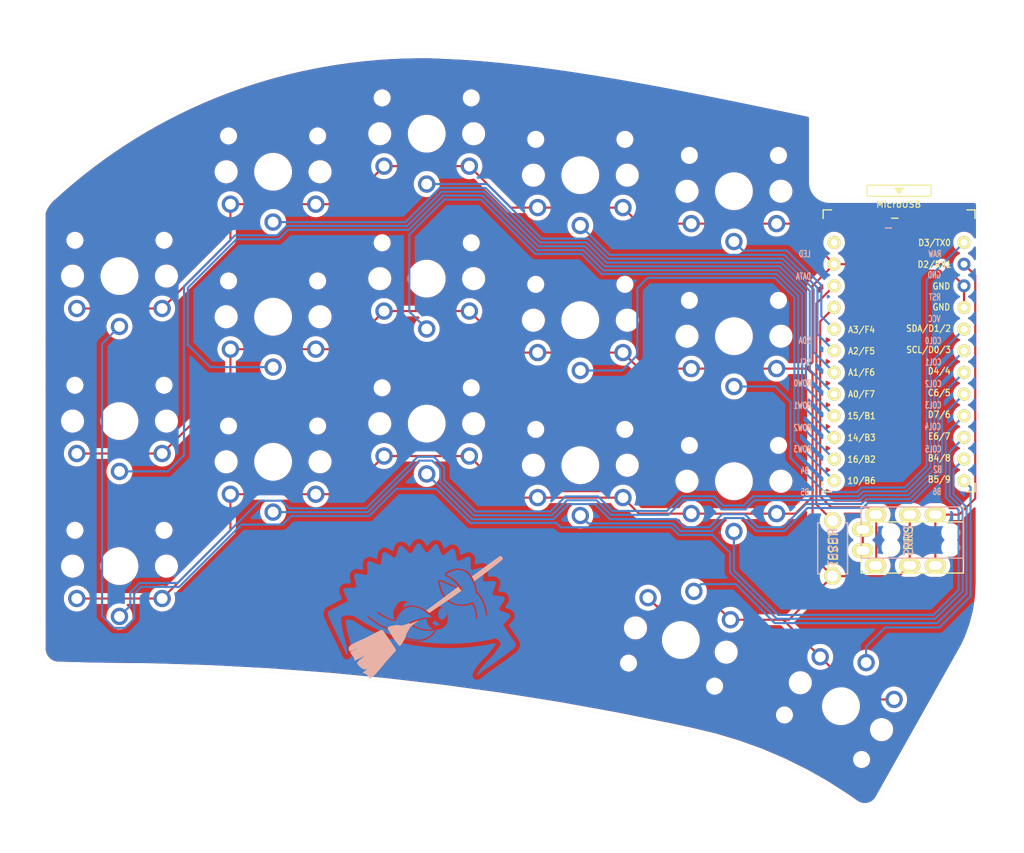
<source format=kicad_pcb>
(kicad_pcb (version 20171130) (host pcbnew 5.1.10)
  (title_block (title Sweep) (date 2020-07-20) (rev 0.3) (company BroomLabs))
  (layers (0 F.Cu signal) (31 B.Cu signal) (34 B.Paste user) (35 F.Paste user) (36 B.SilkS user) (37 F.SilkS user) (38 B.Mask user) (39 F.Mask user) (44 Edge.Cuts user))
  (net 0 "")
  (net 1 row0)
  (net 2 row1)
  (net 3 row2)
  (net 4 row3)
  (net 5 GND)
  (net 6 VCC)
  (net 7 col0)
  (net 8 col1)
  (net 9 col2)
  (net 10 col3)
  (net 11 col4)
  (net 12 col5)
  (net 13 LED)
  (net 14 data)
  (net 15 reset)
  (net 16 SCL)
  (net 17 SDA)
  (net 18 "Net-(U1-Pad24)")
  (net 19 "Net-(J1-PadA)")
  (net 20 "Net-(U1-Pad14)")
  (net 21 "Net-(U1-Pad13)")
  (net 22 "Net-(U1-Pad12)")
  (net 23 "Net-(U1-Pad11)")
  (module kbd:ProMicro_v3 (layer F.Cu) (at 135.35 52.91)
    (fp_text reference U1 hide)
    (fp_text value ProMicro hide)
    (fp_text user MicroUSB (at -0.05 -18.95) (layer F.SilkS) (effects (font (size 0.75 0.75) (thickness 0.12))))
    (fp_text user B4/8 (at 4.705 10.8 unlocked) (layer F.SilkS) (effects (font (size 0.75 0.67) (thickness 0.125))))
    (fp_text user D2/RX1 (at 4.155 -11.9 unlocked) (layer F.SilkS) (effects (font (size 0.75 0.67) (thickness 0.125))))
    (fp_text user B5/9 (at 4.705 13.3 unlocked) (layer F.SilkS) (effects (font (size 0.75 0.67) (thickness 0.125))))
    (fp_text user C6/5 (at 4.705 3.15 unlocked) (layer F.SilkS) (effects (font (size 0.75 0.67) (thickness 0.125))))
    (fp_text user SCL/D0/3 (at 3.455 -1.9 unlocked) (layer F.SilkS) (effects (font (size 0.75 0.67) (thickness 0.125))))
    (fp_text user SDA/D1/2 (at 3.455 -4.4 unlocked) (layer F.SilkS) (effects (font (size 0.75 0.67) (thickness 0.125))))
    (fp_text user D4/4 (at 4.705 0.6 unlocked) (layer F.SilkS) (effects (font (size 0.75 0.67) (thickness 0.125))))
    (fp_text user D3/TX0 (at 4.155 -14.45 unlocked) (layer F.SilkS) (effects (font (size 0.75 0.67) (thickness 0.125))))
    (fp_text user GND (at 4.955 -6.9 unlocked) (layer F.SilkS) (effects (font (size 0.75 0.67) (thickness 0.125))))
    (fp_text user GND (at 4.955 -9.35 unlocked) (layer F.SilkS) (effects (font (size 0.75 0.67) (thickness 0.125))))
    (fp_text user D7/6 (at 4.705 5.7 unlocked) (layer F.SilkS) (effects (font (size 0.75 0.67) (thickness 0.125))))
    (fp_text user E6/7 (at 4.705 8.25 unlocked) (layer F.SilkS) (effects (font (size 0.75 0.67) (thickness 0.125))))
    (fp_text user 16/B2 (at -4.395 10.95 unlocked) (layer F.SilkS) (effects (font (size 0.75 0.67) (thickness 0.125))))
    (fp_text user 10/B6 (at -4.395 13.45 unlocked) (layer F.SilkS) (effects (font (size 0.75 0.67) (thickness 0.125))))
    (fp_text user 14/B3 (at -4.395 8.4 unlocked) (layer F.SilkS) (effects (font (size 0.75 0.67) (thickness 0.125))))
    (fp_text user 15/B1 (at -4.395 5.85 unlocked) (layer F.SilkS) (effects (font (size 0.75 0.67) (thickness 0.125))))
    (fp_text user A0/F7 (at -4.395 3.3 unlocked) (layer F.SilkS) (effects (font (size 0.75 0.67) (thickness 0.125))))
    (fp_text user A1/F6 (at -4.395 0.75 unlocked) (layer F.SilkS) (effects (font (size 0.75 0.67) (thickness 0.125))))
    (fp_text user A2/F5 (at -4.395 -1.75 unlocked) (layer F.SilkS) (effects (font (size 0.75 0.67) (thickness 0.125))))
    (fp_text user A3/F4 (at -4.395 -4.25 unlocked) (layer F.SilkS) (effects (font (size 0.75 0.67) (thickness 0.125))))
    (fp_text user VCC (at 4.1275 -5.5245 unlocked) (layer B.SilkS) (effects (font (size 0.75 0.5) (thickness 0.125)) (justify mirror)))
    (fp_text user RST (at 4.191 -8.0645 unlocked) (layer B.SilkS) (effects (font (size 0.75 0.5) (thickness 0.125)) (justify mirror)))
    (fp_text user GND (at 4.1275 -10.668 unlocked) (layer B.SilkS) (effects (font (size 0.75 0.5) (thickness 0.125)) (justify mirror)))
    (fp_text user RAW (at 4.191 -13.1445 unlocked) (layer B.SilkS) (effects (font (size 0.75 0.5) (thickness 0.125)) (justify mirror)))
    (fp_text user - (at -0.545 -17.4) (layer F.SilkS) (effects (font (thickness 0.15) italic)))
    (fp_text user - (at -1.2065 -16.256) (layer B.SilkS) (effects (font (thickness 0.15) italic) (justify mirror)))
    (fp_text user LED (at -11.049 -13.1445) (layer B.SilkS) (effects (font (size 0.75 0.5) (thickness 0.125)) (justify mirror)))
    (fp_text user DATA (at -11.2 -10.5) (layer B.SilkS) (effects (font (size 0.75 0.5) (thickness 0.125)) (justify mirror)))
    (fp_text user COL3 (at 4 4.6) (layer B.SilkS) (effects (font (size 0.75 0.5) (thickness 0.125)) (justify mirror)))
    (fp_text user ROW0 (at -11.3 2.032) (layer B.SilkS) (effects (font (size 0.75 0.5) (thickness 0.125)) (justify mirror)))
    (fp_text user COL2 (at 4 2.1) (layer B.SilkS) (effects (font (size 0.75 0.5) (thickness 0.125)) (justify mirror)))
    (fp_text user SCL (at -11.049 -0.4445) (layer B.SilkS) (effects (font (size 0.75 0.5) (thickness 0.125)) (justify mirror)))
    (fp_text user COL1 (at 4 -0.4445) (layer B.SilkS) (effects (font (size 0.75 0.5) (thickness 0.125)) (justify mirror)))
    (fp_text user SDA (at -11.049 -2.9845) (layer B.SilkS) (effects (font (size 0.75 0.5) (thickness 0.125)) (justify mirror)))
    (fp_text user COL0 (at 4 -2.95) (layer B.SilkS) (effects (font (size 0.75 0.5) (thickness 0.125)) (justify mirror)))
    (fp_text user B6 (at 4.445 14.732) (layer B.SilkS) (effects (font (size 0.75 0.5) (thickness 0.125)) (justify mirror)))
    (fp_text user B5 (at -11.049 14.7955) (layer B.SilkS) (effects (font (size 0.75 0.5) (thickness 0.125)) (justify mirror)))
    (fp_text user B4 (at -11.049 12.2555) (layer B.SilkS) (effects (font (size 0.75 0.5) (thickness 0.125)) (justify mirror)))
    (fp_text user B2 (at 4.5085 12.1285) (layer B.SilkS) (effects (font (size 0.75 0.5) (thickness 0.125)) (justify mirror)))
    (fp_text user ROW3 (at -11.3 9.75) (layer B.SilkS) (effects (font (size 0.75 0.5) (thickness 0.125)) (justify mirror)))
    (fp_text user COL5 (at 4 9.75) (layer B.SilkS) (effects (font (size 0.75 0.5) (thickness 0.125)) (justify mirror)))
    (fp_text user ROW2 (at -11.3 7.239) (layer B.SilkS) (effects (font (size 0.75 0.5) (thickness 0.125)) (justify mirror)))
    (fp_text user COL4 (at 3.95 7.112) (layer B.SilkS) (effects (font (size 0.75 0.5) (thickness 0.125)) (justify mirror)))
    (fp_text user ROW1 (at -11.3 4.6355) (layer B.SilkS) (effects (font (size 0.75 0.5) (thickness 0.125)) (justify mirror)))
    (pad 1 thru_hole circle (at 7.6114 -14.478) (size 1.524 1.524) (drill 0.8128) (layers *.Cu *.Mask F.SilkS) (net 13 LED))
    (pad 2 thru_hole circle (at 7.6114 -11.938) (size 1.524 1.524) (drill 0.8128) (layers *.Cu *.Mask) (net 14 data))
    (pad 3 thru_hole circle (at 7.6114 -9.398) (size 1.524 1.524) (drill 0.8128) (layers *.Cu *.Mask) (net 5 GND))
    (pad 4 thru_hole circle (at 7.6114 -6.858) (size 1.524 1.524) (drill 0.8128) (layers *.Cu *.Mask F.SilkS) (net 5 GND))
    (pad 5 thru_hole circle (at 7.6114 -4.318) (size 1.524 1.524) (drill 0.8128) (layers *.Cu *.Mask F.SilkS) (net 17 SDA))
    (pad 6 thru_hole circle (at 7.6114 -1.778) (size 1.524 1.524) (drill 0.8128) (layers *.Cu *.Mask F.SilkS) (net 16 SCL))
    (pad 7 thru_hole circle (at 7.6114 0.762) (size 1.524 1.524) (drill 0.8128) (layers *.Cu *.Mask F.SilkS) (net 1 row0))
    (pad 8 thru_hole circle (at 7.6114 3.302) (size 1.524 1.524) (drill 0.8128) (layers *.Cu *.Mask F.SilkS) (net 2 row1))
    (pad 9 thru_hole circle (at 7.6114 5.842) (size 1.524 1.524) (drill 0.8128) (layers *.Cu *.Mask F.SilkS) (net 3 row2))
    (pad 10 thru_hole circle (at 7.6114 8.382) (size 1.524 1.524) (drill 0.8128) (layers *.Cu *.Mask F.SilkS) (net 4 row3))
    (pad 11 thru_hole circle (at 7.6114 10.922) (size 1.524 1.524) (drill 0.8128) (layers *.Cu *.Mask F.SilkS) (net 23 "Net-(U1-Pad11)"))
    (pad 12 thru_hole circle (at 7.6114 13.462) (size 1.524 1.524) (drill 0.8128) (layers *.Cu *.Mask F.SilkS) (net 22 "Net-(U1-Pad12)"))
    (pad 13 thru_hole circle (at -7.6086 13.462) (size 1.524 1.524) (drill 0.8128) (layers *.Cu *.Mask F.SilkS) (net 21 "Net-(U1-Pad13)"))
    (pad 14 thru_hole circle (at -7.6086 10.922) (size 1.524 1.524) (drill 0.8128) (layers *.Cu *.Mask F.SilkS) (net 20 "Net-(U1-Pad14)"))
    (pad 15 thru_hole circle (at -7.6086 8.382) (size 1.524 1.524) (drill 0.8128) (layers *.Cu *.Mask F.SilkS) (net 12 col5))
    (pad 16 thru_hole circle (at -7.6086 5.842) (size 1.524 1.524) (drill 0.8128) (layers *.Cu *.Mask F.SilkS) (net 11 col4))
    (pad 17 thru_hole circle (at -7.6086 3.302) (size 1.524 1.524) (drill 0.8128) (layers *.Cu *.Mask F.SilkS) (net 10 col3))
    (pad 18 thru_hole circle (at -7.6086 0.762) (size 1.524 1.524) (drill 0.8128) (layers *.Cu *.Mask F.SilkS) (net 9 col2))
    (pad 19 thru_hole circle (at -7.6086 -1.778) (size 1.524 1.524) (drill 0.8128) (layers *.Cu *.Mask F.SilkS) (net 8 col1))
    (pad 20 thru_hole circle (at -7.6086 -4.318) (size 1.524 1.524) (drill 0.8128) (layers *.Cu *.Mask F.SilkS) (net 7 col0))
    (pad 21 thru_hole circle (at -7.6086 -6.858) (size 1.524 1.524) (drill 0.8128) (layers *.Cu *.Mask F.SilkS) (net 6 VCC))
    (pad 22 thru_hole circle (at -7.6086 -9.398) (size 1.524 1.524) (drill 0.8128) (layers *.Cu *.Mask F.SilkS) (net 15 reset))
    (pad 23 thru_hole circle (at -7.6086 -11.938) (size 1.524 1.524) (drill 0.8128) (layers *.Cu *.Mask F.SilkS) (net 5 GND))
    (pad 24 thru_hole circle (at -7.6086 -14.478) (size 1.524 1.524) (drill 0.8128) (layers *.Cu *.Mask F.SilkS) (net 18 "Net-(U1-Pad24)"))
  )
  (module Kailh:SW_PG1350_reversible_b2 (layer F.Cu) (at 80 42.67)
    (fp_text reference SW10 hide)
    (fp_text value SW_PUSH hide)
    (pad "" np_thru_hole circle (at -5.22 -4.2) (size 0.9906 0.9906) (drill 0.9906) (layers *.Cu *.Mask))
    (pad 2 thru_hole circle (at 5 3.8) (size 2.032 2.032) (drill 1.27) (layers *.Cu *.Mask) (net 5 GND))
    (pad "" np_thru_hole circle (at 0 0) (size 3.429 3.429) (drill 3.429) (layers *.Cu *.Mask))
    (pad 2 thru_hole circle (at -5 3.8) (size 2.032 2.032) (drill 1.27) (layers *.Cu *.Mask) (net 5 GND))
    (pad 1 thru_hole circle (at 0 5.9) (size 2.032 2.032) (drill 1.27) (layers *.Cu *.Mask) (net 20 "Net-(U1-Pad14)"))
    (pad "" np_thru_hole circle (at 5.22 -4.2) (size 0.9906 0.9906) (drill 0.9906) (layers *.Cu *.Mask))
    (pad "" np_thru_hole circle (at 5.5 0) (size 1.7018 1.7018) (drill 1.7018) (layers *.Cu *.Mask))
    (pad "" np_thru_hole circle (at -5.5 0) (size 1.7018 1.7018) (drill 1.7018) (layers *.Cu *.Mask))
  )
  (module Kailh:SW_PG1350_reversible_b2 (layer F.Cu) (at 44 42.37)
    (fp_text reference SW2 hide)
    (fp_text value SW_PUSH hide)
    (pad "" np_thru_hole circle (at -5.22 -4.2) (size 0.9906 0.9906) (drill 0.9906) (layers *.Cu *.Mask))
    (pad 2 thru_hole circle (at 5 3.8) (size 2.032 2.032) (drill 1.27) (layers *.Cu *.Mask) (net 5 GND))
    (pad "" np_thru_hole circle (at 0 0) (size 3.429 3.429) (drill 3.429) (layers *.Cu *.Mask))
    (pad 2 thru_hole circle (at -5 3.8) (size 2.032 2.032) (drill 1.27) (layers *.Cu *.Mask) (net 5 GND))
    (pad 1 thru_hole circle (at 0 5.9) (size 2.032 2.032) (drill 1.27) (layers *.Cu *.Mask) (net 4 row3))
    (pad "" np_thru_hole circle (at 5.22 -4.2) (size 0.9906 0.9906) (drill 0.9906) (layers *.Cu *.Mask))
    (pad "" np_thru_hole circle (at 5.5 0) (size 1.7018 1.7018) (drill 1.7018) (layers *.Cu *.Mask))
    (pad "" np_thru_hole circle (at -5.5 0) (size 1.7018 1.7018) (drill 1.7018) (layers *.Cu *.Mask))
  )
  (module Kailh:SW_PG1350_reversible_b2 (layer F.Cu) (at 62 30.14)
    (fp_text reference SW3 hide)
    (fp_text value SW_PUSH hide)
    (pad "" np_thru_hole circle (at -5.22 -4.2) (size 0.9906 0.9906) (drill 0.9906) (layers *.Cu *.Mask))
    (pad 2 thru_hole circle (at 5 3.8) (size 2.032 2.032) (drill 1.27) (layers *.Cu *.Mask) (net 5 GND))
    (pad "" np_thru_hole circle (at 0 0) (size 3.429 3.429) (drill 3.429) (layers *.Cu *.Mask))
    (pad 2 thru_hole circle (at -5 3.8) (size 2.032 2.032) (drill 1.27) (layers *.Cu *.Mask) (net 5 GND))
    (pad 1 thru_hole circle (at 0 5.9) (size 2.032 2.032) (drill 1.27) (layers *.Cu *.Mask) (net 10 col3))
    (pad "" np_thru_hole circle (at 5.22 -4.2) (size 0.9906 0.9906) (drill 0.9906) (layers *.Cu *.Mask))
    (pad "" np_thru_hole circle (at 5.5 0) (size 1.7018 1.7018) (drill 1.7018) (layers *.Cu *.Mask))
    (pad "" np_thru_hole circle (at -5.5 0) (size 1.7018 1.7018) (drill 1.7018) (layers *.Cu *.Mask))
  )
  (module Kailh:SW_PG1350_reversible_b2 (layer F.Cu) (at 80 25.68)
    (fp_text reference SW4 hide)
    (fp_text value SW_PUSH hide)
    (pad "" np_thru_hole circle (at -5.22 -4.2) (size 0.9906 0.9906) (drill 0.9906) (layers *.Cu *.Mask))
    (pad 2 thru_hole circle (at 5 3.8) (size 2.032 2.032) (drill 1.27) (layers *.Cu *.Mask) (net 5 GND))
    (pad "" np_thru_hole circle (at 0 0) (size 3.429 3.429) (drill 3.429) (layers *.Cu *.Mask))
    (pad 2 thru_hole circle (at -5 3.8) (size 2.032 2.032) (drill 1.27) (layers *.Cu *.Mask) (net 5 GND))
    (pad 1 thru_hole circle (at 0 5.9) (size 2.032 2.032) (drill 1.27) (layers *.Cu *.Mask) (net 9 col2))
    (pad "" np_thru_hole circle (at 5.22 -4.2) (size 0.9906 0.9906) (drill 0.9906) (layers *.Cu *.Mask))
    (pad "" np_thru_hole circle (at 5.5 0) (size 1.7018 1.7018) (drill 1.7018) (layers *.Cu *.Mask))
    (pad "" np_thru_hole circle (at -5.5 0) (size 1.7018 1.7018) (drill 1.7018) (layers *.Cu *.Mask))
  )
  (module Kailh:SW_PG1350_reversible_b2 (layer F.Cu) (at 98 30.54)
    (fp_text reference SW5 hide)
    (fp_text value SW_PUSH hide)
    (pad "" np_thru_hole circle (at -5.22 -4.2) (size 0.9906 0.9906) (drill 0.9906) (layers *.Cu *.Mask))
    (pad 2 thru_hole circle (at 5 3.8) (size 2.032 2.032) (drill 1.27) (layers *.Cu *.Mask) (net 5 GND))
    (pad "" np_thru_hole circle (at 0 0) (size 3.429 3.429) (drill 3.429) (layers *.Cu *.Mask))
    (pad 2 thru_hole circle (at -5 3.8) (size 2.032 2.032) (drill 1.27) (layers *.Cu *.Mask) (net 5 GND))
    (pad 1 thru_hole circle (at 0 5.9) (size 2.032 2.032) (drill 1.27) (layers *.Cu *.Mask) (net 8 col1))
    (pad "" np_thru_hole circle (at 5.22 -4.2) (size 0.9906 0.9906) (drill 0.9906) (layers *.Cu *.Mask))
    (pad "" np_thru_hole circle (at 5.5 0) (size 1.7018 1.7018) (drill 1.7018) (layers *.Cu *.Mask))
    (pad "" np_thru_hole circle (at -5.5 0) (size 1.7018 1.7018) (drill 1.7018) (layers *.Cu *.Mask))
  )
  (module Kailh:SW_PG1350_reversible_b2 (layer F.Cu) (at 116 32.42)
    (fp_text reference SW6 hide)
    (fp_text value SW_PUSH hide)
    (pad "" np_thru_hole circle (at -5.22 -4.2) (size 0.9906 0.9906) (drill 0.9906) (layers *.Cu *.Mask))
    (pad 2 thru_hole circle (at 5 3.8) (size 2.032 2.032) (drill 1.27) (layers *.Cu *.Mask) (net 5 GND))
    (pad "" np_thru_hole circle (at 0 0) (size 3.429 3.429) (drill 3.429) (layers *.Cu *.Mask))
    (pad 2 thru_hole circle (at -5 3.8) (size 2.032 2.032) (drill 1.27) (layers *.Cu *.Mask) (net 5 GND))
    (pad 1 thru_hole circle (at 0 5.9) (size 2.032 2.032) (drill 1.27) (layers *.Cu *.Mask) (net 7 col0))
    (pad "" np_thru_hole circle (at 5.22 -4.2) (size 0.9906 0.9906) (drill 0.9906) (layers *.Cu *.Mask))
    (pad "" np_thru_hole circle (at 5.5 0) (size 1.7018 1.7018) (drill 1.7018) (layers *.Cu *.Mask))
    (pad "" np_thru_hole circle (at -5.5 0) (size 1.7018 1.7018) (drill 1.7018) (layers *.Cu *.Mask))
  )
  (module Kailh:SW_PG1350_reversible_b2 (layer F.Cu) (at 44 59.37)
    (fp_text reference SW8 hide)
    (fp_text value SW_PUSH hide)
    (pad "" np_thru_hole circle (at -5.22 -4.2) (size 0.9906 0.9906) (drill 0.9906) (layers *.Cu *.Mask))
    (pad 2 thru_hole circle (at 5 3.8) (size 2.032 2.032) (drill 1.27) (layers *.Cu *.Mask) (net 5 GND))
    (pad "" np_thru_hole circle (at 0 0) (size 3.429 3.429) (drill 3.429) (layers *.Cu *.Mask))
    (pad 2 thru_hole circle (at -5 3.8) (size 2.032 2.032) (drill 1.27) (layers *.Cu *.Mask) (net 5 GND))
    (pad 1 thru_hole circle (at 0 5.9) (size 2.032 2.032) (drill 1.27) (layers *.Cu *.Mask) (net 11 col4))
    (pad "" np_thru_hole circle (at 5.22 -4.2) (size 0.9906 0.9906) (drill 0.9906) (layers *.Cu *.Mask))
    (pad "" np_thru_hole circle (at 5.5 0) (size 1.7018 1.7018) (drill 1.7018) (layers *.Cu *.Mask))
    (pad "" np_thru_hole circle (at -5.5 0) (size 1.7018 1.7018) (drill 1.7018) (layers *.Cu *.Mask))
  )
  (module Kailh:SW_PG1350_reversible_b2 (layer F.Cu) (at 62 47.14)
    (fp_text reference SW9 hide)
    (fp_text value SW_PUSH hide)
    (pad "" np_thru_hole circle (at -5.22 -4.2) (size 0.9906 0.9906) (drill 0.9906) (layers *.Cu *.Mask))
    (pad 2 thru_hole circle (at 5 3.8) (size 2.032 2.032) (drill 1.27) (layers *.Cu *.Mask) (net 5 GND))
    (pad "" np_thru_hole circle (at 0 0) (size 3.429 3.429) (drill 3.429) (layers *.Cu *.Mask))
    (pad 2 thru_hole circle (at -5 3.8) (size 2.032 2.032) (drill 1.27) (layers *.Cu *.Mask) (net 5 GND))
    (pad 1 thru_hole circle (at 0 5.9) (size 2.032 2.032) (drill 1.27) (layers *.Cu *.Mask) (net 12 col5))
    (pad "" np_thru_hole circle (at 5.22 -4.2) (size 0.9906 0.9906) (drill 0.9906) (layers *.Cu *.Mask))
    (pad "" np_thru_hole circle (at 5.5 0) (size 1.7018 1.7018) (drill 1.7018) (layers *.Cu *.Mask))
    (pad "" np_thru_hole circle (at -5.5 0) (size 1.7018 1.7018) (drill 1.7018) (layers *.Cu *.Mask))
  )
  (module Kailh:SW_PG1350_reversible_b2 (layer F.Cu) (at 98 47.54)
    (fp_text reference SW11 hide)
    (fp_text value SW_PUSH hide)
    (pad "" np_thru_hole circle (at -5.22 -4.2) (size 0.9906 0.9906) (drill 0.9906) (layers *.Cu *.Mask))
    (pad 2 thru_hole circle (at 5 3.8) (size 2.032 2.032) (drill 1.27) (layers *.Cu *.Mask) (net 5 GND))
    (pad "" np_thru_hole circle (at 0 0) (size 3.429 3.429) (drill 3.429) (layers *.Cu *.Mask))
    (pad 2 thru_hole circle (at -5 3.8) (size 2.032 2.032) (drill 1.27) (layers *.Cu *.Mask) (net 5 GND))
    (pad 1 thru_hole circle (at 0 5.9) (size 2.032 2.032) (drill 1.27) (layers *.Cu *.Mask) (net 21 "Net-(U1-Pad13)"))
    (pad "" np_thru_hole circle (at 5.22 -4.2) (size 0.9906 0.9906) (drill 0.9906) (layers *.Cu *.Mask))
    (pad "" np_thru_hole circle (at 5.5 0) (size 1.7018 1.7018) (drill 1.7018) (layers *.Cu *.Mask))
    (pad "" np_thru_hole circle (at -5.5 0) (size 1.7018 1.7018) (drill 1.7018) (layers *.Cu *.Mask))
  )
  (module Kailh:SW_PG1350_reversible_b2 (layer F.Cu) (at 116 49.42)
    (fp_text reference SW12 hide)
    (fp_text value SW_PUSH hide)
    (pad "" np_thru_hole circle (at -5.22 -4.2) (size 0.9906 0.9906) (drill 0.9906) (layers *.Cu *.Mask))
    (pad 2 thru_hole circle (at 5 3.8) (size 2.032 2.032) (drill 1.27) (layers *.Cu *.Mask) (net 5 GND))
    (pad "" np_thru_hole circle (at 0 0) (size 3.429 3.429) (drill 3.429) (layers *.Cu *.Mask))
    (pad 2 thru_hole circle (at -5 3.8) (size 2.032 2.032) (drill 1.27) (layers *.Cu *.Mask) (net 5 GND))
    (pad 1 thru_hole circle (at 0 5.9) (size 2.032 2.032) (drill 1.27) (layers *.Cu *.Mask) (net 13 LED))
    (pad "" np_thru_hole circle (at 5.22 -4.2) (size 0.9906 0.9906) (drill 0.9906) (layers *.Cu *.Mask))
    (pad "" np_thru_hole circle (at 5.5 0) (size 1.7018 1.7018) (drill 1.7018) (layers *.Cu *.Mask))
    (pad "" np_thru_hole circle (at -5.5 0) (size 1.7018 1.7018) (drill 1.7018) (layers *.Cu *.Mask))
  )
  (module Kailh:SW_PG1350_reversible_b2 (layer F.Cu) (at 62 64.145)
    (fp_text reference SW15 hide)
    (fp_text value SW_PUSH hide)
    (pad "" np_thru_hole circle (at -5.22 -4.2) (size 0.9906 0.9906) (drill 0.9906) (layers *.Cu *.Mask))
    (pad 2 thru_hole circle (at 5 3.8) (size 2.032 2.032) (drill 1.27) (layers *.Cu *.Mask) (net 5 GND))
    (pad "" np_thru_hole circle (at 0 0) (size 3.429 3.429) (drill 3.429) (layers *.Cu *.Mask))
    (pad 2 thru_hole circle (at -5 3.8) (size 2.032 2.032) (drill 1.27) (layers *.Cu *.Mask) (net 5 GND))
    (pad 1 thru_hole circle (at 0 5.9) (size 2.032 2.032) (drill 1.27) (layers *.Cu *.Mask) (net 16 SCL))
    (pad "" np_thru_hole circle (at 5.22 -4.2) (size 0.9906 0.9906) (drill 0.9906) (layers *.Cu *.Mask))
    (pad "" np_thru_hole circle (at 5.5 0) (size 1.7018 1.7018) (drill 1.7018) (layers *.Cu *.Mask))
    (pad "" np_thru_hole circle (at -5.5 0) (size 1.7018 1.7018) (drill 1.7018) (layers *.Cu *.Mask))
  )
  (module Kailh:SW_PG1350_reversible_b2 (layer F.Cu) (at 80 59.67)
    (fp_text reference SW16 hide)
    (fp_text value SW_PUSH hide)
    (pad "" np_thru_hole circle (at -5.22 -4.2) (size 0.9906 0.9906) (drill 0.9906) (layers *.Cu *.Mask))
    (pad 2 thru_hole circle (at 5 3.8) (size 2.032 2.032) (drill 1.27) (layers *.Cu *.Mask) (net 5 GND))
    (pad "" np_thru_hole circle (at 0 0) (size 3.429 3.429) (drill 3.429) (layers *.Cu *.Mask))
    (pad 2 thru_hole circle (at -5 3.8) (size 2.032 2.032) (drill 1.27) (layers *.Cu *.Mask) (net 5 GND))
    (pad 1 thru_hole circle (at 0 5.9) (size 2.032 2.032) (drill 1.27) (layers *.Cu *.Mask) (net 1 row0))
    (pad "" np_thru_hole circle (at 5.22 -4.2) (size 0.9906 0.9906) (drill 0.9906) (layers *.Cu *.Mask))
    (pad "" np_thru_hole circle (at 5.5 0) (size 1.7018 1.7018) (drill 1.7018) (layers *.Cu *.Mask))
    (pad "" np_thru_hole circle (at -5.5 0) (size 1.7018 1.7018) (drill 1.7018) (layers *.Cu *.Mask))
  )
  (module Kailh:SW_PG1350_reversible_b2 (layer F.Cu) (at 98 64.545)
    (fp_text reference SW17 hide)
    (fp_text value SW_PUSH hide)
    (pad "" np_thru_hole circle (at -5.22 -4.2) (size 0.9906 0.9906) (drill 0.9906) (layers *.Cu *.Mask))
    (pad 2 thru_hole circle (at 5 3.8) (size 2.032 2.032) (drill 1.27) (layers *.Cu *.Mask) (net 5 GND))
    (pad "" np_thru_hole circle (at 0 0) (size 3.429 3.429) (drill 3.429) (layers *.Cu *.Mask))
    (pad 2 thru_hole circle (at -5 3.8) (size 2.032 2.032) (drill 1.27) (layers *.Cu *.Mask) (net 5 GND))
    (pad 1 thru_hole circle (at 0 5.9) (size 2.032 2.032) (drill 1.27) (layers *.Cu *.Mask) (net 2 row1))
    (pad "" np_thru_hole circle (at 5.22 -4.2) (size 0.9906 0.9906) (drill 0.9906) (layers *.Cu *.Mask))
    (pad "" np_thru_hole circle (at 5.5 0) (size 1.7018 1.7018) (drill 1.7018) (layers *.Cu *.Mask))
    (pad "" np_thru_hole circle (at -5.5 0) (size 1.7018 1.7018) (drill 1.7018) (layers *.Cu *.Mask))
  )
  (module Kailh:SW_PG1350_reversible_b2 (layer B.Cu) (at 128.54 92.8 330)
    (fp_text reference SW21 hide)
    (fp_text value SW_PUSH hide)
    (pad "" np_thru_hole circle (at -5.22 4.2 330) (size 0.9906 0.9906) (drill 0.9906) (layers *.Cu *.Mask))
    (pad 2 thru_hole circle (at 5 -3.8 330) (size 2.032 2.032) (drill 1.27) (layers *.Cu *.Mask) (net 5 GND))
    (pad "" np_thru_hole circle (at 0 0 330) (size 3.429 3.429) (drill 3.429) (layers *.Cu *.Mask))
    (pad 2 thru_hole circle (at -5 -3.8 330) (size 2.032 2.032) (drill 1.27) (layers *.Cu *.Mask) (net 5 GND))
    (pad 1 thru_hole circle (at 0 -5.9 330) (size 2.032 2.032) (drill 1.27) (layers *.Cu *.Mask) (net 22 "Net-(U1-Pad12)"))
    (pad "" np_thru_hole circle (at 5.22 4.2 330) (size 0.9906 0.9906) (drill 0.9906) (layers *.Cu *.Mask))
    (pad "" np_thru_hole circle (at 5.5 0 330) (size 1.7018 1.7018) (drill 1.7018) (layers *.Cu *.Mask))
    (pad "" np_thru_hole circle (at -5.5 0 330) (size 1.7018 1.7018) (drill 1.7018) (layers *.Cu *.Mask))
  )
  (module Kailh:SW_PG1350_reversible_b2 (layer F.Cu) (at 116 66.42)
    (fp_text reference SW18 hide)
    (fp_text value SW_PUSH hide)
    (pad "" np_thru_hole circle (at -5.22 -4.2) (size 0.9906 0.9906) (drill 0.9906) (layers *.Cu *.Mask))
    (pad 2 thru_hole circle (at 5 3.8) (size 2.032 2.032) (drill 1.27) (layers *.Cu *.Mask) (net 5 GND))
    (pad "" np_thru_hole circle (at 0 0) (size 3.429 3.429) (drill 3.429) (layers *.Cu *.Mask))
    (pad 2 thru_hole circle (at -5 3.8) (size 2.032 2.032) (drill 1.27) (layers *.Cu *.Mask) (net 5 GND))
    (pad 1 thru_hole circle (at 0 5.9) (size 2.032 2.032) (drill 1.27) (layers *.Cu *.Mask) (net 3 row2))
    (pad "" np_thru_hole circle (at 5.22 -4.2) (size 0.9906 0.9906) (drill 0.9906) (layers *.Cu *.Mask))
    (pad "" np_thru_hole circle (at 5.5 0) (size 1.7018 1.7018) (drill 1.7018) (layers *.Cu *.Mask))
    (pad "" np_thru_hole circle (at -5.5 0) (size 1.7018 1.7018) (drill 1.7018) (layers *.Cu *.Mask))
  )
  (module Kailh:SW_PG1350_reversible_b2 (layer B.Cu) (at 109.78 85.04 345)
    (fp_text reference SW20 hide)
    (fp_text value SW_PUSH hide)
    (pad "" np_thru_hole circle (at -5.22 4.2 345) (size 0.9906 0.9906) (drill 0.9906) (layers *.Cu *.Mask))
    (pad 2 thru_hole circle (at 5 -3.8 345) (size 2.032 2.032) (drill 1.27) (layers *.Cu *.Mask) (net 5 GND))
    (pad "" np_thru_hole circle (at 0 0 345) (size 3.429 3.429) (drill 3.429) (layers *.Cu *.Mask))
    (pad 2 thru_hole circle (at -5 -3.8 345) (size 2.032 2.032) (drill 1.27) (layers *.Cu *.Mask) (net 5 GND))
    (pad 1 thru_hole circle (at 0 -5.9 345) (size 2.032 2.032) (drill 1.27) (layers *.Cu *.Mask) (net 23 "Net-(U1-Pad11)"))
    (pad "" np_thru_hole circle (at 5.22 4.2 345) (size 0.9906 0.9906) (drill 0.9906) (layers *.Cu *.Mask))
    (pad "" np_thru_hole circle (at 5.5 0 345) (size 1.7018 1.7018) (drill 1.7018) (layers *.Cu *.Mask))
    (pad "" np_thru_hole circle (at -5.5 0 345) (size 1.7018 1.7018) (drill 1.7018) (layers *.Cu *.Mask))
  )
  (module Kailh:SW_PG1350_reversible_b2 (layer F.Cu) (at 44 76.375)
    (fp_text reference SW14 hide)
    (fp_text value SW_PUSH hide)
    (pad "" np_thru_hole circle (at -5.22 -4.2) (size 0.9906 0.9906) (drill 0.9906) (layers *.Cu *.Mask))
    (pad 2 thru_hole circle (at 5 3.8) (size 2.032 2.032) (drill 1.27) (layers *.Cu *.Mask) (net 5 GND))
    (pad "" np_thru_hole circle (at 0 0) (size 3.429 3.429) (drill 3.429) (layers *.Cu *.Mask))
    (pad 2 thru_hole circle (at -5 3.8) (size 2.032 2.032) (drill 1.27) (layers *.Cu *.Mask) (net 5 GND))
    (pad 1 thru_hole circle (at 0 5.9) (size 2.032 2.032) (drill 1.27) (layers *.Cu *.Mask) (net 17 SDA))
    (pad "" np_thru_hole circle (at 5.22 -4.2) (size 0.9906 0.9906) (drill 0.9906) (layers *.Cu *.Mask))
    (pad "" np_thru_hole circle (at 5.5 0) (size 1.7018 1.7018) (drill 1.7018) (layers *.Cu *.Mask))
    (pad "" np_thru_hole circle (at -5.5 0) (size 1.7018 1.7018) (drill 1.7018) (layers *.Cu *.Mask))
  )
  (module Kailh:ferris_broom (layer B.Cu) (at 80.95 82.18 171)
    (fp_text reference G*** hide)
    (fp_text value LOGO hide)
    (fp_poly (pts (xy -2.070755 5.735079) (xy -2.013767 5.733193) (xy -1.962647 5.729706) (xy -1.947334 5.728157) (xy -1.91579 5.72403) (xy -1.878997 5.7183) (xy -1.841135 5.711737) (xy -1.806387 5.705109) (xy -1.778935 5.699187) (xy -1.762962 5.694739) (xy -1.761197 5.693913) (xy -1.749383 5.689933) (xy -1.733913 5.686542) (xy -1.69976 5.678685) (xy -1.654944 5.666018) (xy -1.604482 5.650132) (xy -1.553391 5.632615) (xy -1.506685 5.615056) (xy -1.500717 5.612659) (xy -1.452864 5.593201) (xy -1.41605 5.578176) (xy -1.397757 5.569244) (xy -1.388734 5.561978) (xy -1.388534 5.561206) (xy -1.381213 5.555741) (xy -1.363354 5.550046) (xy -1.361017 5.54952) (xy -1.334178 5.540519) (xy -1.312334 5.52897) (xy -1.296618 5.519291) (xy -1.269751 5.503909) (xy -1.235579 5.484988) (xy -1.20015 5.465865) (xy -1.165151 5.446711) (xy -1.136388 5.43002) (xy -1.116756 5.41754) (xy -1.109147 5.411019) (xy -1.109134 5.410901) (xy -1.10226 5.403266) (xy -1.08585 5.394053) (xy -1.067279 5.384314) (xy -1.042639 5.369673) (xy -1.017625 5.353721) (xy -0.997933 5.340048) (xy -0.9906 5.334) (xy -0.981678 5.327142) (xy -0.963529 5.314319) (xy -0.950384 5.305308) (xy -0.929902 5.290103) (xy -0.916869 5.277912) (xy -0.9144 5.273582) (xy -0.907692 5.266773) (xy -0.903817 5.26626) (xy -0.891672 5.261021) (xy -0.87273 5.247713) (xy -0.861947 5.238743) (xy -0.83469 5.215391) (xy -0.805662 5.191395) (xy -0.798736 5.185833) (xy -0.783298 5.173272) (xy -0.766052 5.158572) (xy -0.744798 5.139762) (xy -0.717335 5.114874) (xy -0.681463 5.08194) (xy -0.645536 5.048757) (xy -0.620612 5.023913) (xy -0.5975 4.997804) (xy -0.57919 4.974145) (xy -0.568671 4.956653) (xy -0.567267 4.951469) (xy -0.574481 4.944193) (xy -0.592494 4.934555) (xy -0.615857 4.924975) (xy -0.639126 4.917873) (xy -0.646085 4.916446) (xy -0.66792 4.910824) (xy -0.688468 4.903524) (xy -0.709079 4.896441) (xy -0.723126 4.893733) (xy -0.736557 4.891119) (xy -0.760155 4.884352) (xy -0.781842 4.877256) (xy -0.807062 4.869305) (xy -0.824412 4.865225) (xy -0.829734 4.865593) (xy -0.834929 4.865546) (xy -0.840317 4.861881) (xy -0.855473 4.854392) (xy -0.878215 4.847573) (xy -0.880534 4.847062) (xy -0.905832 4.839411) (xy -0.926267 4.82956) (xy -0.926868 4.829151) (xy -0.94749 4.819766) (xy -0.96086 4.817533) (xy -0.979529 4.813619) (xy -1.003289 4.803975) (xy -1.007659 4.801729) (xy -1.035188 4.789332) (xy -1.062581 4.780376) (xy -1.064684 4.779889) (xy -1.083341 4.77372) (xy -1.092105 4.76673) (xy -1.0922 4.76606) (xy -1.099409 4.760066) (xy -1.112072 4.758267) (xy -1.132942 4.75281) (xy -1.151467 4.741333) (xy -1.169281 4.729143) (xy -1.183206 4.7244) (xy -1.199285 4.720663) (xy -1.217894 4.712669) (xy -1.23352 4.704764) (xy -1.26091 4.691156) (xy -1.296604 4.673555) (xy -1.337143 4.653672) (xy -1.350434 4.647174) (xy -1.389858 4.627766) (xy -1.423633 4.610852) (xy -1.448933 4.59787) (xy -1.462935 4.590257) (xy -1.464734 4.589042) (xy -1.474577 4.582584) (xy -1.492773 4.5728) (xy -1.494367 4.572) (xy -1.512926 4.562153) (xy -1.523685 4.555359) (xy -1.524 4.555067) (xy -1.533841 4.548685) (xy -1.552032 4.538937) (xy -1.553634 4.538133) (xy -1.572192 4.528291) (xy -1.582951 4.521505) (xy -1.583267 4.521213) (xy -1.593061 4.514343) (xy -1.615209 4.501387) (xy -1.646767 4.483895) (xy -1.66297 4.472895) (xy -1.669742 4.466167) (xy -1.681018 4.458082) (xy -1.68361 4.4577) (xy -1.694208 4.453086) (xy -1.71368 4.441126) (xy -1.732602 4.428096) (xy -1.755478 4.412672) (xy -1.77295 4.40277) (xy -1.780117 4.40058) (xy -1.786238 4.396375) (xy -1.786467 4.3942) (xy -1.79291 4.385979) (xy -1.794934 4.385733) (xy -1.807142 4.380633) (xy -1.820334 4.370917) (xy -1.840889 4.352931) (xy -1.8542 4.341283) (xy -1.869873 4.33012) (xy -1.8796 4.326467) (xy -1.887821 4.320024) (xy -1.888067 4.318) (xy -1.894943 4.310532) (xy -1.901033 4.309533) (xy -1.91516 4.302683) (xy -1.918872 4.296833) (xy -1.929139 4.285588) (xy -1.934834 4.284133) (xy -1.946994 4.280058) (xy -1.948745 4.277783) (xy -1.956307 4.269799) (xy -1.973742 4.254458) (xy -1.997562 4.234807) (xy -2.002367 4.23096) (xy -2.05897 4.185366) (xy -2.107345 4.145084) (xy -2.152571 4.105695) (xy -2.199724 4.062784) (xy -2.25082 4.014837) (xy -2.282144 3.986602) (xy -2.31506 3.959258) (xy -2.343577 3.937729) (xy -2.3495 3.933712) (xy -2.382716 3.908023) (xy -2.422294 3.871176) (xy -2.465482 3.826283) (xy -2.509527 3.776456) (xy -2.551678 3.724809) (xy -2.589183 3.674454) (xy -2.619144 3.628746) (xy -2.632928 3.60764) (xy -2.652372 3.580174) (xy -2.668043 3.559171) (xy -2.690166 3.527118) (xy -2.712998 3.489087) (xy -2.727361 3.461805) (xy -2.741979 3.433921) (xy -2.755504 3.412175) (xy -2.765069 3.401168) (xy -2.765246 3.401062) (xy -2.776185 3.389869) (xy -2.772838 3.38069) (xy -2.761979 3.3782) (xy -2.745394 3.38026) (xy -2.719645 3.385523) (xy -2.703126 3.389552) (xy -2.659361 3.400905) (xy -2.296252 3.040302) (xy -2.179516 2.924591) (xy -2.064878 2.811389) (xy -1.953713 2.702039) (xy -1.847395 2.597883) (xy -1.747298 2.500265) (xy -1.654795 2.410526) (xy -1.57126 2.33001) (xy -1.498069 2.260059) (xy -1.490134 2.252522) (xy -1.435936 2.201049) (xy -1.392906 2.159989) (xy -1.359926 2.1281) (xy -1.335881 2.104141) (xy -1.319654 2.086869) (xy -1.310128 2.075042) (xy -1.306187 2.067418) (xy -1.306715 2.062755) (xy -1.310595 2.05981) (xy -1.31522 2.057912) (xy -1.335836 2.04737) (xy -1.347003 2.039052) (xy -1.360058 2.029955) (xy -1.383666 2.016257) (xy -1.413109 2.000674) (xy -1.418167 1.998126) (xy -1.449636 1.981792) (xy -1.47753 1.966258) (xy -1.496319 1.954618) (xy -1.497626 1.953683) (xy -1.517702 1.942744) (xy -1.533609 1.938867) (xy -1.546724 1.934474) (xy -1.5494 1.928989) (xy -1.552509 1.92298) (xy -1.554445 1.924155) (xy -1.564266 1.92363) (xy -1.582504 1.916106) (xy -1.588569 1.912866) (xy -1.609834 1.902294) (xy -1.625786 1.896729) (xy -1.627975 1.896481) (xy -1.642532 1.89276) (xy -1.660765 1.884708) (xy -1.69831 1.868494) (xy -1.74143 1.854734) (xy -1.766179 1.849081) (xy -1.786701 1.844) (xy -1.798574 1.839186) (xy -1.814186 1.832973) (xy -1.824567 1.830496) (xy -1.846536 1.826373) (xy -1.858182 1.823299) (xy -1.865883 1.819529) (xy -1.8669 1.818913) (xy -1.880912 1.813315) (xy -1.90606 1.80559) (xy -1.936925 1.797166) (xy -1.96809 1.789471) (xy -1.994134 1.783934) (xy -2.0066 1.782091) (xy -2.028804 1.778781) (xy -2.056421 1.772863) (xy -2.061634 1.771551) (xy -2.086245 1.765782) (xy -2.10518 1.762402) (xy -2.1082 1.762121) (xy -2.124082 1.760743) (xy -2.148861 1.758045) (xy -2.159 1.756841) (xy -2.305927 1.744119) (xy -2.460366 1.740238) (xy -2.616413 1.745054) (xy -2.768162 1.758421) (xy -2.878667 1.774503) (xy -2.906407 1.779029) (xy -2.931223 1.782618) (xy -2.955197 1.786837) (xy -2.983266 1.793214) (xy -2.986257 1.793986) (xy -3.042283 1.808501) (xy -3.082076 1.818429) (xy -3.105611 1.823765) (xy -3.1115 1.82473) (xy -3.127667 1.82777) (xy -3.151485 1.833749) (xy -3.174475 1.840449) (xy -3.183467 1.843551) (xy -3.198545 1.847117) (xy -3.202785 1.846988) (xy -3.21378 1.849392) (xy -3.234258 1.85712) (xy -3.246771 1.862577) (xy -3.270943 1.872644) (xy -3.289611 1.878752) (xy -3.294782 1.8796) (xy -3.308606 1.882445) (xy -3.333658 1.889919) (xy -3.365418 1.900426) (xy -3.399364 1.912375) (xy -3.430976 1.924171) (xy -3.455733 1.934221) (xy -3.469115 1.94093) (xy -3.469422 1.941163) (xy -3.481387 1.946064) (xy -3.485257 1.944699) (xy -3.494781 1.945644) (xy -3.514807 1.953018) (xy -3.540037 1.964756) (xy -3.566417 1.977743) (xy -3.586726 1.987136) (xy -3.596168 1.990774) (xy -3.608624 1.995179) (xy -3.633452 2.005979) (xy -3.667953 2.021854) (xy -3.709424 2.041482) (xy -3.755166 2.063543) (xy -3.802478 2.086715) (xy -3.848659 2.109679) (xy -3.891009 2.131112) (xy -3.926827 2.149694) (xy -3.953413 2.164103) (xy -3.966429 2.171879) (xy -3.98478 2.183619) (xy -4.013092 2.201131) (xy -4.046745 2.221575) (xy -4.066578 2.233469) (xy -4.141123 2.277946) (xy -4.166062 2.263214) (xy -4.182833 2.25204) (xy -4.190878 2.244189) (xy -4.191 2.243637) (xy -4.196453 2.235762) (xy -4.211055 2.218735) (xy -4.232176 2.195567) (xy -4.243917 2.183086) (xy -4.282792 2.141536) (xy -4.311807 2.108922) (xy -4.333329 2.08247) (xy -4.349727 2.059403) (xy -4.350795 2.057765) (xy -4.365502 2.03706) (xy -4.377267 2.022726) (xy -4.388135 2.008492) (xy -4.403941 1.984977) (xy -4.419601 1.959976) (xy -4.436055 1.933584) (xy -4.450101 1.912459) (xy -4.458294 1.901656) (xy -4.465894 1.890317) (xy -4.478754 1.867674) (xy -4.494699 1.837636) (xy -4.503518 1.820333) (xy -4.521058 1.785565) (xy -4.537267 1.753678) (xy -4.549583 1.7297) (xy -4.553101 1.722967) (xy -4.56451 1.701134) (xy -4.573819 1.682438) (xy -4.583879 1.660939) (xy -4.59754 1.630694) (xy -4.599823 1.6256) (xy -4.615489 1.590924) (xy -4.633411 1.55167) (xy -4.644207 1.528233) (xy -4.655959 1.502202) (xy -4.663982 1.48317) (xy -4.666521 1.475356) (xy -4.669029 1.467185) (xy -4.676768 1.447947) (xy -4.686716 1.424881) (xy -4.698389 1.397194) (xy -4.706961 1.374454) (xy -4.710155 1.363458) (xy -4.716227 1.344645) (xy -4.718775 1.339882) (xy -4.726507 1.322361) (xy -4.728771 1.314482) (xy -4.733021 1.299758) (xy -4.741585 1.272692) (xy -4.753239 1.236938) (xy -4.766757 1.196147) (xy -4.780914 1.153976) (xy -4.794486 1.114076) (xy -4.806248 1.080102) (xy -4.814974 1.055707) (xy -4.818906 1.045633) (xy -4.825384 1.028109) (xy -4.833854 1.00132) (xy -4.83939 0.982133) (xy -4.848012 0.951076) (xy -4.853486 0.931763) (xy -4.857161 0.919616) (xy -4.860389 0.910054) (xy -4.861855 0.905933) (xy -4.868436 0.885379) (xy -4.876284 0.858025) (xy -4.883583 0.830562) (xy -4.888513 0.809679) (xy -4.88946 0.804333) (xy -4.892803 0.788878) (xy -4.899338 0.764723) (xy -4.902643 0.753533) (xy -4.909664 0.729081) (xy -4.914085 0.711191) (xy -4.914775 0.706967) (xy -4.91934 0.691914) (xy -4.920362 0.690033) (xy -4.92499 0.67698) (xy -4.930473 0.655055) (xy -4.935276 0.631437) (xy -4.937859 0.613305) (xy -4.937828 0.608491) (xy -4.942569 0.599489) (xy -4.953337 0.588129) (xy -4.966151 0.569374) (xy -4.969934 0.553568) (xy -4.972994 0.534634) (xy -4.980814 0.507721) (xy -4.986867 0.491066) (xy -4.996249 0.466605) (xy -5.002398 0.449303) (xy -5.003801 0.444186) (xy -4.995894 0.442635) (xy -4.974416 0.441374) (xy -4.942725 0.44054) (xy -4.907471 0.440267) (xy -4.858575 0.441078) (xy -4.825375 0.443592) (xy -4.806709 0.447925) (xy -4.80243 0.45085) (xy -4.796046 0.465159) (xy -4.789915 0.489191) (xy -4.787716 0.501754) (xy -4.782751 0.526331) (xy -4.776939 0.543089) (xy -4.774224 0.546704) (xy -4.767907 0.558099) (xy -4.766734 0.56747) (xy -4.764223 0.585366) (xy -4.757934 0.610759) (xy -4.755175 0.619887) (xy -4.746726 0.64924) (xy -4.73758 0.685216) (xy -4.732587 0.706967) (xy -4.725807 0.735286) (xy -4.719432 0.757098) (xy -4.715622 0.766233) (xy -4.710566 0.778721) (xy -4.703841 0.801902) (xy -4.699102 0.821267) (xy -4.691063 0.852638) (xy -4.682224 0.881313) (xy -4.677762 0.893233) (xy -4.670016 0.913835) (xy -4.65964 0.944425) (xy -4.648752 0.978736) (xy -4.647716 0.982133) (xy -4.635131 1.02196) (xy -4.620636 1.065324) (xy -4.60563 1.108299) (xy -4.591515 1.146961) (xy -4.57969 1.177386) (xy -4.571557 1.195648) (xy -4.571474 1.195802) (xy -4.564695 1.213623) (xy -4.563534 1.221459) (xy -4.560378 1.233487) (xy -4.551874 1.257388) (xy -4.539464 1.289521) (xy -4.524594 1.326249) (xy -4.508708 1.363931) (xy -4.493249 1.398928) (xy -4.492197 1.401233) (xy -4.482454 1.422676) (xy -4.469047 1.45235) (xy -4.457757 1.477433) (xy -4.443475 1.508535) (xy -4.429785 1.537226) (xy -4.421541 1.553633) (xy -4.410349 1.575105) (xy -4.402 1.591531) (xy -4.401901 1.591733) (xy -4.374228 1.647385) (xy -4.350719 1.693428) (xy -4.332188 1.728318) (xy -4.319447 1.750514) (xy -4.314361 1.757723) (xy -4.305518 1.76946) (xy -4.29126 1.790995) (xy -4.275667 1.816043) (xy -4.258319 1.843548) (xy -4.242421 1.866792) (xy -4.232387 1.8796) (xy -4.218581 1.897092) (xy -4.203775 1.919536) (xy -4.203045 1.920764) (xy -4.191271 1.938205) (xy -4.182417 1.947057) (xy -4.181399 1.947333) (xy -4.173653 1.953863) (xy -4.16148 1.970196) (xy -4.157068 1.977074) (xy -4.144845 1.995788) (xy -4.133378 2.008295) (xy -4.120158 2.014366) (xy -4.102676 2.013769) (xy -4.078424 2.006275) (xy -4.044891 1.991654) (xy -3.999569 1.969676) (xy -3.98215 1.961044) (xy -3.920601 1.930654) (xy -3.866749 1.904492) (xy -3.814863 1.879834) (xy -3.759208 1.853957) (xy -3.69405 1.824138) (xy -3.690595 1.822566) (xy -3.667203 1.812833) (xy -3.634343 1.800351) (xy -3.595568 1.786334) (xy -3.554424 1.771994) (xy -3.514464 1.758544) (xy -3.479234 1.747199) (xy -3.452286 1.739171) (xy -3.437169 1.735673) (xy -3.436214 1.735614) (xy -3.421173 1.731869) (xy -3.400437 1.722871) (xy -3.399381 1.722326) (xy -3.372649 1.711464) (xy -3.331096 1.698701) (xy -3.276661 1.684554) (xy -3.211282 1.669542) (xy -3.167996 1.660415) (xy -3.141615 1.654541) (xy -3.122273 1.649356) (xy -3.116167 1.647034) (xy -3.103222 1.643128) (xy -3.076296 1.637864) (xy -3.038248 1.631654) (xy -2.991935 1.624909) (xy -2.940217 1.618041) (xy -2.885953 1.611462) (xy -2.832001 1.605582) (xy -2.8194 1.604319) (xy -2.761684 1.599843) (xy -2.691766 1.596355) (xy -2.612836 1.593855) (xy -2.528081 1.592342) (xy -2.440689 1.591815) (xy -2.353849 1.592273) (xy -2.270747 1.593714) (xy -2.194573 1.596138) (xy -2.128513 1.599544) (xy -2.075757 1.603929) (xy -2.070049 1.604571) (xy -1.991895 1.614353) (xy -1.92762 1.623948) (xy -1.874184 1.633871) (xy -1.828547 1.644635) (xy -1.820334 1.646866) (xy -1.790994 1.654912) (xy -1.754472 1.664791) (xy -1.7272 1.672091) (xy -1.69622 1.680641) (xy -1.669898 1.68844) (xy -1.655234 1.693336) (xy -1.636713 1.699579) (xy -1.610391 1.707391) (xy -1.6002 1.710203) (xy -1.566846 1.720761) (xy -1.532795 1.733816) (xy -1.526582 1.736536) (xy -1.502363 1.746301) (xy -1.483152 1.751999) (xy -1.478398 1.7526) (xy -1.464053 1.757175) (xy -1.460903 1.760415) (xy -1.449873 1.767649) (xy -1.43077 1.773788) (xy -1.413037 1.77993) (xy -1.405471 1.787011) (xy -1.405467 1.787139) (xy -1.398422 1.79362) (xy -1.389676 1.794933) (xy -1.371408 1.799783) (xy -1.353692 1.80975) (xy -1.336277 1.820751) (xy -1.309127 1.835985) (xy -1.277778 1.852359) (xy -1.274234 1.854136) (xy -1.245659 1.86879) (xy -1.223428 1.880938) (xy -1.21155 1.888367) (xy -1.210734 1.889138) (xy -1.201253 1.896357) (xy -1.18268 1.90782) (xy -1.175471 1.911936) (xy -1.144442 1.929301) (xy -1.112596 1.902334) (xy -1.088531 1.880917) (xy -1.060275 1.854312) (xy -1.042025 1.836363) (xy -1.025702 1.820447) (xy -0.998926 1.794961) (xy -0.963711 1.761794) (xy -0.922072 1.722834) (xy -0.876021 1.679972) (xy -0.827573 1.635096) (xy -0.821267 1.62927) (xy -0.758406 1.571118) (xy -0.693392 1.510779) (xy -0.628105 1.450013) (xy -0.564426 1.39058) (xy -0.504238 1.334242) (xy -0.44942 1.282756) (xy -0.401854 1.237885) (xy -0.36342 1.201388) (xy -0.341395 1.180254) (xy -0.305485 1.145541) (xy -0.420701 1.139759) (xy -0.463656 1.137225) (xy -0.500768 1.134325) (xy -0.528627 1.131378) (xy -0.543824 1.128703) (xy -0.545242 1.128116) (xy -0.561252 1.124209) (xy -0.569084 1.124643) (xy -0.583235 1.124223) (xy -0.608998 1.121125) (xy -0.642426 1.116058) (xy -0.679575 1.109732) (xy -0.716499 1.102856) (xy -0.74925 1.096139) (xy -0.773883 1.09029) (xy -0.786453 1.086019) (xy -0.787151 1.085444) (xy -0.797928 1.08073) (xy -0.817879 1.077463) (xy -0.819 1.077371) (xy -0.836751 1.074004) (xy -0.866821 1.066208) (xy -0.905506 1.055025) (xy -0.949098 1.041497) (xy -0.965303 1.036245) (xy -1.012778 1.020346) (xy -1.046641 1.007985) (xy -1.069526 0.997914) (xy -1.084063 0.988883) (xy -1.092884 0.979642) (xy -1.096214 0.974091) (xy -1.10685 0.957332) (xy -1.125236 0.931971) (xy -1.148181 0.902334) (xy -1.159584 0.888217) (xy -1.192382 0.843994) (xy -1.225498 0.792074) (xy -1.255957 0.737724) (xy -1.280781 0.686208) (xy -1.29551 0.6477) (xy -1.306217 0.618567) (xy -1.320309 0.586012) (xy -1.325393 0.575471) (xy -1.337269 0.549663) (xy -1.345601 0.52771) (xy -1.34752 0.520437) (xy -1.354654 0.50122) (xy -1.359971 0.493624) (xy -1.366894 0.482099) (xy -1.378513 0.458431) (xy -1.393159 0.426168) (xy -1.407835 0.392024) (xy -1.473801 0.219116) (xy -1.524288 0.052216) (xy -1.559283 -0.108567) (xy -1.578773 -0.263125) (xy -1.582746 -0.411347) (xy -1.571188 -0.553125) (xy -1.544087 -0.68835) (xy -1.536763 -0.714729) (xy -1.522625 -0.76045) (xy -1.508301 -0.801795) (xy -1.49491 -0.835961) (xy -1.483571 -0.860144) (xy -1.475403 -0.871543) (xy -1.47396 -0.872067) (xy -1.468704 -0.879132) (xy -1.467179 -0.887449) (xy -1.462511 -0.902042) (xy -1.451301 -0.926091) (xy -1.435883 -0.954633) (xy -1.434341 -0.957299) (xy -1.357519 -1.072624) (xy -1.265833 -1.18015) (xy -1.159586 -1.279612) (xy -1.039079 -1.370748) (xy -0.904613 -1.453292) (xy -0.814617 -1.499918) (xy -0.773639 -1.518889) (xy -0.72857 -1.538253) (xy -0.682266 -1.556952) (xy -0.637585 -1.573932) (xy -0.597387 -1.588137) (xy -0.564528 -1.598512) (xy -0.541866 -1.604) (xy -0.532748 -1.60403) (xy -0.525402 -1.604743) (xy -0.524934 -1.607162) (xy -0.517545 -1.613712) (xy -0.499407 -1.620868) (xy -0.476559 -1.62704) (xy -0.455041 -1.630639) (xy -0.440893 -1.630074) (xy -0.439833 -1.629565) (xy -0.432348 -1.63066) (xy -0.4318 -1.633567) (xy -0.424558 -1.640306) (xy -0.410634 -1.642534) (xy -0.389467 -1.642534) (xy -0.389467 -1.748482) (xy -0.388853 -1.790316) (xy -0.38718 -1.826869) (xy -0.384698 -1.854316) (xy -0.381661 -1.868834) (xy -0.381511 -1.869132) (xy -0.373766 -1.884174) (xy -0.361457 -1.908828) (xy -0.348776 -1.934634) (xy -0.313665 -2.00279) (xy -0.273086 -2.075146) (xy -0.228941 -2.148772) (xy -0.183132 -2.220739) (xy -0.137562 -2.288116) (xy -0.094131 -2.347974) (xy -0.054741 -2.397383) (xy -0.03175 -2.422984) (xy -0.020508 -2.436165) (xy -0.016934 -2.442634) (xy -0.011132 -2.451404) (xy 0.004838 -2.46966) (xy 0.028827 -2.495271) (xy 0.058685 -2.526104) (xy 0.09226 -2.56003) (xy 0.127403 -2.594915) (xy 0.161962 -2.628629) (xy 0.193787 -2.659039) (xy 0.220729 -2.684016) (xy 0.240635 -2.701426) (xy 0.251357 -2.709139) (xy 0.252143 -2.709334) (xy 0.261604 -2.715446) (xy 0.270933 -2.726267) (xy 0.284385 -2.739382) (xy 0.293969 -2.7432) (xy 0.303989 -2.7477) (xy 0.3048 -2.75044) (xy 0.311272 -2.758407) (xy 0.328396 -2.772893) (xy 0.352727 -2.791029) (xy 0.357716 -2.794536) (xy 0.383427 -2.813027) (xy 0.403076 -2.828255) (xy 0.412996 -2.837355) (xy 0.413455 -2.838096) (xy 0.423196 -2.844228) (xy 0.428272 -2.8448) (xy 0.439078 -2.849604) (xy 0.440266 -2.853267) (xy 0.447072 -2.860895) (xy 0.452261 -2.861734) (xy 0.464911 -2.866014) (xy 0.467077 -2.868912) (xy 0.47555 -2.877099) (xy 0.494468 -2.890737) (xy 0.519452 -2.907097) (xy 0.546122 -2.923451) (xy 0.570095 -2.93707) (xy 0.586994 -2.945224) (xy 0.591464 -2.9464) (xy 0.600633 -2.951795) (xy 0.601133 -2.954296) (xy 0.608157 -2.962744) (xy 0.619355 -2.967976) (xy 0.637046 -2.975554) (xy 0.662036 -2.988495) (xy 0.676939 -2.996968) (xy 0.706305 -3.012717) (xy 0.735698 -3.026081) (xy 0.74707 -3.030331) (xy 0.767587 -3.038442) (xy 0.779589 -3.045721) (xy 0.780503 -3.046987) (xy 0.789178 -3.052009) (xy 0.811367 -3.061336) (xy 0.844468 -3.074065) (xy 0.885882 -3.089294) (xy 0.933008 -3.106119) (xy 0.983246 -3.12364) (xy 1.033995 -3.140952) (xy 1.082657 -3.157154) (xy 1.12663 -3.171344) (xy 1.163315 -3.182618) (xy 1.190111 -3.190075) (xy 1.198033 -3.191901) (xy 1.229229 -3.19867) (xy 1.256604 -3.205355) (xy 1.269999 -3.209185) (xy 1.28907 -3.214091) (xy 1.318413 -3.220158) (xy 1.350433 -3.225859) (xy 1.408824 -3.235135) (xy 1.461418 -3.242723) (xy 1.511054 -3.248826) (xy 1.560571 -3.253646) (xy 1.612806 -3.257387) (xy 1.6706 -3.260253) (xy 1.73679 -3.262445) (xy 1.814216 -3.264168) (xy 1.905716 -3.265623) (xy 1.90643 -3.265633) (xy 2.030388 -3.266781) (xy 2.140474 -3.266389) (xy 2.2397 -3.264223) (xy 2.331077 -3.260051) (xy 2.417617 -3.25364) (xy 2.50233 -3.244757) (xy 2.588228 -3.233168) (xy 2.678323 -3.218641) (xy 2.775625 -3.200942) (xy 2.798233 -3.196612) (xy 2.856562 -3.185156) (xy 2.90134 -3.175862) (xy 2.935709 -3.168038) (xy 2.962807 -3.160992) (xy 2.971744 -3.158408) (xy 2.998319 -3.151599) (xy 3.015691 -3.152138) (xy 3.027605 -3.162505) (xy 3.037809 -3.185179) (xy 3.045055 -3.206931) (xy 3.053774 -3.235226) (xy 3.059625 -3.256257) (xy 3.061439 -3.265787) (xy 3.061374 -3.265926) (xy 3.052766 -3.266895) (xy 3.029432 -3.26861) (xy 2.993554 -3.270936) (xy 2.947318 -3.273737) (xy 2.892906 -3.276877) (xy 2.832501 -3.28022) (xy 2.827251 -3.280505) (xy 2.762658 -3.284095) (xy 2.700432 -3.287736) (xy 2.643534 -3.291242) (xy 2.594924 -3.294424) (xy 2.557561 -3.297097) (xy 2.535766 -3.298934) (xy 2.495883 -3.302294) (xy 2.44946 -3.30534) (xy 2.408766 -3.30732) (xy 2.376175 -3.308145) (xy 2.329871 -3.308787) (xy 2.272824 -3.30925) (xy 2.208005 -3.309538) (xy 2.138384 -3.309654) (xy 2.066933 -3.3096) (xy 1.996623 -3.309381) (xy 1.930423 -3.309) (xy 1.871306 -3.30846) (xy 1.822241 -3.307764) (xy 1.7862 -3.306916) (xy 1.777999 -3.306617) (xy 1.754905 -3.305833) (xy 1.71691 -3.304758) (xy 1.666045 -3.303441) (xy 1.604339 -3.30193) (xy 1.533822 -3.300274) (xy 1.456524 -3.298522) (xy 1.374475 -3.296722) (xy 1.295399 -3.295042) (xy 1.001519 -3.287945) (xy 0.722297 -3.279161) (xy 0.455526 -3.268519) (xy 0.199 -3.255844) (xy -0.04949 -3.240964) (xy -0.29215 -3.223706) (xy -0.531187 -3.203896) (xy -0.768808 -3.181363) (xy -1.007221 -3.155933) (xy -1.248632 -3.127432) (xy -1.495249 -3.095689) (xy -1.74928 -3.06053) (xy -1.811867 -3.051525) (xy -2.208085 -2.990355) (xy -2.608847 -2.921136) (xy -3.012582 -2.844292) (xy -3.417717 -2.760252) (xy -3.822682 -2.669439) (xy -4.225904 -2.572282) (xy -4.625812 -2.469205) (xy -5.020834 -2.360634) (xy -5.409398 -2.246997) (xy -5.789932 -2.128719) (xy -6.160866 -2.006226) (xy -6.520627 -1.879944) (xy -6.867643 -1.7503) (xy -7.200342 -1.617719) (xy -7.382337 -1.54127) (xy -7.504507 -1.488932) (xy -7.53897 -1.503934) (xy -7.647014 -1.557772) (xy -7.758215 -1.626224) (xy -7.870468 -1.707811) (xy -7.981664 -1.801055) (xy -8.042167 -1.857308) (xy -8.081687 -1.896583) (xy -8.109862 -1.928055) (xy -8.128475 -1.954615) (xy -8.139311 -1.979151) (xy -8.144153 -2.004554) (xy -8.144934 -2.023718) (xy -8.141031 -2.075149) (xy -8.129157 -2.135964) (xy -8.109061 -2.206842) (xy -8.080493 -2.288462) (xy -8.043201 -2.381503) (xy -7.996937 -2.486643) (xy -7.941449 -2.604561) (xy -7.898316 -2.6924) (xy -7.823081 -2.839647) (xy -7.740389 -2.994671) (xy -7.651577 -3.155278) (xy -7.557981 -3.319274) (xy -7.460938 -3.484463) (xy -7.361784 -3.648651) (xy -7.261857 -3.809643) (xy -7.162493 -3.965244) (xy -7.065028 -4.11326) (xy -6.9708 -4.251496) (xy -6.881145 -4.377757) (xy -6.828313 -4.449234) (xy -6.704379 -4.619897) (xy -6.58618 -4.794474) (xy -6.47474 -4.971103) (xy -6.371083 -5.147925) (xy -6.276233 -5.32308) (xy -6.191216 -5.494707) (xy -6.117055 -5.660945) (xy -6.054775 -5.819936) (xy -6.02397 -5.909733) (xy -6.005617 -5.970327) (xy -5.991295 -6.025477) (xy -5.98131 -6.073271) (xy -5.975967 -6.111796) (xy -5.975572 -6.139139) (xy -5.98043 -6.153387) (xy -5.984805 -6.155009) (xy -5.995667 -6.151072) (xy -6.007101 -6.145199) (xy -6.033907 -6.126357) (xy -6.071113 -6.094226) (xy -6.118677 -6.048848) (xy -6.176559 -5.990265) (xy -6.244718 -5.91852) (xy -6.323113 -5.833655) (xy -6.411703 -5.735712) (xy -6.510448 -5.624734) (xy -6.542842 -5.588) (xy -6.598388 -5.526413) (xy -6.663871 -5.456393) (xy -6.736569 -5.380754) (xy -6.813759 -5.30231) (xy -6.892721 -5.223873) (xy -6.935554 -5.182108) (xy -7.023286 -5.096994) (xy -7.118664 -5.004157) (xy -7.220607 -4.904664) (xy -7.328034 -4.799584) (xy -7.439863 -4.689983) (xy -7.555015 -4.57693) (xy -7.672407 -4.461493) (xy -7.79096 -4.34474) (xy -7.909591 -4.227739) (xy -8.027221 -4.111556) (xy -8.142768 -3.997261) (xy -8.255151 -3.885922) (xy -8.36329 -3.778605) (xy -8.466103 -3.676379) (xy -8.562509 -3.580312) (xy -8.651428 -3.491472) (xy -8.731778 -3.410926) (xy -8.802478 -3.339743) (xy -8.862449 -3.27899) (xy -8.877975 -3.263174) (xy -8.999074 -3.139426) (xy -9.108801 -3.026855) (xy -9.207809 -2.924719) (xy -9.296752 -2.832274) (xy -9.376285 -2.748778) (xy -9.447061 -2.673488) (xy -9.509735 -2.605661) (xy -9.564961 -2.544555) (xy -9.613393 -2.489426) (xy -9.655684 -2.439531) (xy -9.69249 -2.394129) (xy -9.724464 -2.352475) (xy -9.75226 -2.313828) (xy -9.776533 -2.277444) (xy -9.797936 -2.24258) (xy -9.817124 -2.208494) (xy -9.832228 -2.179483) (xy -9.869379 -2.093136) (xy -9.892885 -2.009656) (xy -9.90265 -1.930443) (xy -9.898581 -1.856903) (xy -9.880581 -1.790437) (xy -9.861201 -1.751419) (xy -9.853029 -1.740922) (xy -9.834833 -1.719935) (xy -9.806501 -1.688339) (xy -9.767924 -1.646017) (xy -9.718991 -1.592849) (xy -9.659592 -1.528717) (xy -9.589615 -1.453504) (xy -9.50895 -1.367091) (xy -9.417487 -1.269359) (xy -9.315115 -1.160191) (xy -9.201724 -1.039468) (xy -9.077202 -0.907071) (xy -8.941441 -0.762884) (xy -8.794328 -0.606787) (xy -8.635754 -0.438661) (xy -8.4709 -0.263997) (xy -8.392445 -0.180857) (xy -8.324845 -0.109104) (xy -8.267301 -0.047841) (xy -8.219011 0.003826) (xy -8.179175 0.046794) (xy -8.146993 0.081959) (xy -8.121663 0.110216) (xy -8.102386 0.132462) (xy -8.088361 0.149592) (xy -8.078786 0.162503) (xy -8.072862 0.172089) (xy -8.069788 0.179248) (xy -8.068764 0.184875) (xy -8.068734 0.18605) (xy -8.073433 0.195317) (xy -8.086997 0.217295) (xy -8.108628 0.250791) (xy -8.137528 0.294613) (xy -8.172897 0.347567) (xy -8.213937 0.408461) (xy -8.25985 0.4761) (xy -8.309837 0.549292) (xy -8.363099 0.626844) (xy -8.385824 0.659805) (xy -8.458165 0.764969) (xy -8.522122 0.858675) (xy -8.57748 0.940601) (xy -8.624026 1.010423) (xy -8.661547 1.067817) (xy -8.689828 1.112459) (xy -8.708656 1.144026) (xy -8.717816 1.162195) (xy -8.718058 1.162863) (xy -8.729786 1.21456) (xy -8.733484 1.273968) (xy -8.729298 1.334052) (xy -8.717373 1.387779) (xy -8.713193 1.399409) (xy -8.686223 1.449877) (xy -8.647879 1.498002) (xy -8.602653 1.539014) (xy -8.555038 1.568142) (xy -8.553722 1.568737) (xy -8.53999 1.573969) (xy -8.520486 1.579766) (xy -8.494039 1.586353) (xy -8.459477 1.593959) (xy -8.415626 1.602809) (xy -8.361316 1.613131) (xy -8.295375 1.62515) (xy -8.216629 1.639094) (xy -8.123907 1.65519) (xy -8.016038 1.673663) (xy -7.9756 1.680543) (xy -7.883117 1.696335) (xy -7.795612 1.711425) (xy -7.714508 1.72556) (xy -7.641228 1.738484) (xy -7.577193 1.749942) (xy -7.523828 1.759679) (xy -7.482554 1.76744) (xy -7.454794 1.772969) (xy -7.44197 1.776013) (xy -7.441274 1.776345) (xy -7.435728 1.785552) (xy -7.423863 1.807026) (xy -7.407168 1.838012) (xy -7.387137 1.875754) (xy -7.376128 1.896694) (xy -7.316143 2.011156) (xy -7.536499 2.514761) (xy -7.575079 2.603255) (xy -7.611912 2.688361) (xy -7.646382 2.768614) (xy -7.677872 2.842551) (xy -7.705765 2.908708) (xy -7.729445 2.965618) (xy -7.748295 3.011819) (xy -7.761699 3.045845) (xy -7.769041 3.066232) (xy -7.769889 3.069152) (xy -7.779328 3.138016) (xy -7.773365 3.20586) (xy -7.753418 3.270448) (xy -7.720908 3.32954) (xy -7.677252 3.380899) (xy -7.623872 3.422288) (xy -7.562185 3.451469) (xy -7.520451 3.462437) (xy -7.503442 3.46366) (xy -7.47035 3.464095) (xy -7.422006 3.46376) (xy -7.359241 3.462672) (xy -7.282884 3.460851) (xy -7.193768 3.458314) (xy -7.092723 3.455079) (xy -6.980581 3.451165) (xy -6.943584 3.449813) (xy -6.849854 3.446378) (xy -6.761281 3.443181) (xy -6.679289 3.440271) (xy -6.605302 3.437696) (xy -6.540743 3.435505) (xy -6.487035 3.433745) (xy -6.445602 3.432464) (xy -6.417867 3.431711) (xy -6.405254 3.431533) (xy -6.404627 3.431588) (xy -6.399359 3.438438) (xy -6.385403 3.456254) (xy -6.364575 3.482724) (xy -6.338696 3.515534) (xy -6.322857 3.535584) (xy -6.241962 3.637935) (xy -6.359396 4.157884) (xy -6.385338 4.272724) (xy -6.407801 4.372262) (xy -6.427011 4.457716) (xy -6.443195 4.530307) (xy -6.456582 4.591253) (xy -6.467398 4.641776) (xy -6.475871 4.683094) (xy -6.482227 4.716427) (xy -6.486693 4.742995) (xy -6.489498 4.764018) (xy -6.490868 4.780715) (xy -6.49103 4.794306) (xy -6.490211 4.806011) (xy -6.488639 4.817049) (xy -6.486541 4.82864) (xy -6.485443 4.834598) (xy -6.464751 4.906432) (xy -6.431211 4.96927) (xy -6.386359 5.021701) (xy -6.331729 5.062312) (xy -6.268858 5.089691) (xy -6.199279 5.102427) (xy -6.19383 5.102753) (xy -6.180466 5.103085) (xy -6.165697 5.102545) (xy -6.148201 5.100848) (xy -6.126657 5.097706) (xy -6.099742 5.092835) (xy -6.066136 5.085948) (xy -6.024517 5.076759) (xy -5.973562 5.064982) (xy -5.911951 5.050331) (xy -5.838361 5.03252) (xy -5.751472 5.011262) (xy -5.649961 4.986272) (xy -5.609167 4.976204) (xy -5.084234 4.846591) (xy -4.984751 4.931194) (xy -4.946907 4.963556) (xy -4.920121 4.987307) (xy -4.902484 5.004727) (xy -4.892085 5.018095) (xy -4.887017 5.029692) (xy -4.885368 5.041797) (xy -4.885227 5.050016) (xy -4.885517 5.067072) (xy -4.88636 5.098594) (xy -4.887676 5.142127) (xy -4.889388 5.195216) (xy -4.891418 5.255406) (xy -4.89369 5.32024) (xy -4.894335 5.338233) (xy -4.896579 5.404602) (xy -4.898436 5.467623) (xy -4.899849 5.524704) (xy -4.900765 5.573255) (xy -4.901127 5.610685) (xy -4.90088 5.634404) (xy -4.900725 5.63775) (xy -4.897967 5.683267) (xy -4.821767 5.604324) (xy -4.706123 5.484674) (xy -4.598246 5.373404) (xy -4.494294 5.266568) (xy -4.390426 5.160216) (xy -4.282801 5.0504) (xy -4.2799 5.047446) (xy -4.209234 4.975434) (xy -4.149474 4.914473) (xy -4.099639 4.863555) (xy -4.058748 4.821671) (xy -4.025819 4.787813) (xy -3.999871 4.760973) (xy -3.979924 4.740142) (xy -3.964995 4.724312) (xy -3.955867 4.714417) (xy -3.943396 4.699332) (xy -3.941868 4.688809) (xy -3.950621 4.675081) (xy -3.952324 4.672859) (xy -3.965858 4.652938) (xy -3.981869 4.626276) (xy -3.988491 4.614333) (xy -4.001214 4.591716) (xy -4.011127 4.575966) (xy -4.014361 4.572) (xy -4.019445 4.563576) (xy -4.030899 4.542185) (xy -4.047607 4.510046) (xy -4.068451 4.469382) (xy -4.092316 4.422413) (xy -4.118085 4.371359) (xy -4.144643 4.318443) (xy -4.170872 4.265885) (xy -4.195657 4.215906) (xy -4.217881 4.170726) (xy -4.236428 4.132568) (xy -4.250182 4.103652) (xy -4.254786 4.093633) (xy -4.27113 4.057213) (xy -4.288546 4.018193) (xy -4.298282 3.996266) (xy -4.311837 3.965952) (xy -4.324613 3.937881) (xy -4.330935 3.9243) (xy -4.344918 3.893675) (xy -4.360127 3.858573) (xy -4.375022 3.822787) (xy -4.388065 3.790109) (xy -4.397716 3.764332) (xy -4.402437 3.749248) (xy -4.402667 3.74754) (xy -4.406285 3.734031) (xy -4.415301 3.712829) (xy -4.418678 3.705977) (xy -4.4306 3.679738) (xy -4.43941 3.655426) (xy -4.440394 3.65184) (xy -4.447875 3.62928) (xy -4.459169 3.602211) (xy -4.46189 3.596424) (xy -4.473709 3.568315) (xy -4.482601 3.540918) (xy -4.483645 3.536587) (xy -4.489703 3.518649) (xy -4.501035 3.503529) (xy -4.520715 3.488528) (xy -4.55182 3.470949) (xy -4.567767 3.462783) (xy -4.588279 3.451052) (xy -4.616396 3.433123) (xy -4.648966 3.411229) (xy -4.68284 3.387602) (xy -4.714866 3.364474) (xy -4.741892 3.344079) (xy -4.760766 3.328649) (xy -4.768215 3.320776) (xy -4.775936 3.312544) (xy -4.792979 3.297796) (xy -4.808936 3.285004) (xy -4.832276 3.265623) (xy -4.859419 3.241264) (xy -4.887524 3.214722) (xy -4.91375 3.188793) (xy -4.935255 3.166272) (xy -4.949199 3.149954) (xy -4.953001 3.14325) (xy -4.959575 3.134724) (xy -4.975676 3.122962) (xy -4.978401 3.121313) (xy -4.995398 3.109579) (xy -5.003652 3.100555) (xy -5.003801 3.099757) (xy -5.009201 3.090821) (xy -5.023456 3.073272) (xy -5.043651 3.050669) (xy -5.046772 3.047319) (xy -5.07423 3.016804) (xy -5.102413 2.983605) (xy -5.121962 2.9591) (xy -5.143535 2.93146) (xy -5.164957 2.905127) (xy -5.176714 2.891366) (xy -5.196327 2.866375) (xy -5.215056 2.83819) (xy -5.217383 2.834217) (xy -5.229758 2.814798) (xy -5.239395 2.803573) (xy -5.241622 2.802466) (xy -5.249005 2.795784) (xy -5.261239 2.778681) (xy -5.269702 2.764965) (xy -5.285342 2.740178) (xy -5.300063 2.719879) (xy -5.305591 2.713552) (xy -5.320221 2.696591) (xy -5.336265 2.674708) (xy -5.350189 2.653165) (xy -5.358461 2.637224) (xy -5.359401 2.633407) (xy -5.364395 2.622551) (xy -5.376692 2.605416) (xy -5.379469 2.602033) (xy -5.397652 2.577412) (xy -5.414536 2.55015) (xy -5.415452 2.548465) (xy -5.431557 2.521404) (xy -5.450521 2.493293) (xy -5.453531 2.489198) (xy -5.467447 2.468119) (xy -5.485624 2.437214) (xy -5.50493 2.401892) (xy -5.512337 2.3876) (xy -5.53119 2.351387) (xy -5.549962 2.316689) (xy -5.565535 2.289226) (xy -5.570034 2.281766) (xy -5.584239 2.257618) (xy -5.603186 2.223532) (xy -5.625633 2.181929) (xy -5.65034 2.135225) (xy -5.676068 2.085839) (xy -5.701577 2.03619) (xy -5.725626 1.988695) (xy -5.746975 1.945773) (xy -5.764385 1.909843) (xy -5.776615 1.883321) (xy -5.782426 1.868627) (xy -5.782734 1.866964) (xy -5.786108 1.858387) (xy -5.795269 1.837696) (xy -5.808778 1.808089) (xy -5.823535 1.776313) (xy -5.843183 1.733514) (xy -5.863006 1.688983) (xy -5.880143 1.649212) (xy -5.888145 1.629833) (xy -5.903393 1.59264) (xy -5.919609 1.554265) (xy -5.93201 1.525885) (xy -5.94293 1.500169) (xy -5.950214 1.480347) (xy -5.952067 1.472631) (xy -5.955656 1.460251) (xy -5.964633 1.43966) (xy -5.96841 1.432024) (xy -5.977994 1.410551) (xy -5.990916 1.377974) (xy -6.005246 1.339284) (xy -6.015182 1.310946) (xy -6.045612 1.221901) (xy -6.04329 1.074618) (xy -6.040967 0.927335) (xy -6.004767 0.908388) (xy -5.968566 0.889441) (xy -5.952432 0.925204) (xy -5.9439 0.946623) (xy -5.931927 0.980024) (xy -5.917975 1.021182) (xy -5.903505 1.065871) (xy -5.90055 1.075267) (xy -5.887331 1.117063) (xy -5.875612 1.15325) (xy -5.86644 1.180652) (xy -5.860863 1.196097) (xy -5.859989 1.198033) (xy -5.854064 1.214345) (xy -5.853632 1.21667) (xy -5.849456 1.229274) (xy -5.840127 1.251932) (xy -5.829398 1.275937) (xy -5.817056 1.303744) (xy -5.807771 1.326701) (xy -5.803982 1.338254) (xy -5.79906 1.353601) (xy -5.789747 1.377213) (xy -5.784661 1.389054) (xy -5.772829 1.416598) (xy -5.758057 1.452003) (xy -5.744235 1.4859) (xy -5.730185 1.519477) (xy -5.711677 1.561831) (xy -5.691577 1.606467) (xy -5.679602 1.632379) (xy -5.663401 1.667293) (xy -5.650246 1.696183) (xy -5.641577 1.715852) (xy -5.638801 1.723031) (xy -5.635004 1.733989) (xy -5.624442 1.757451) (xy -5.608354 1.790997) (xy -5.58798 1.83221) (xy -5.56456 1.878671) (xy -5.539335 1.927962) (xy -5.513543 1.977664) (xy -5.488426 2.025361) (xy -5.465223 2.068632) (xy -5.445174 2.105061) (xy -5.429519 2.132228) (xy -5.4261 2.137833) (xy -5.412601 2.160964) (xy -5.394696 2.193543) (xy -5.375505 2.229849) (xy -5.368404 2.243666) (xy -5.34953 2.279238) (xy -5.330521 2.312579) (xy -5.314506 2.338279) (xy -5.309597 2.345265) (xy -5.290931 2.372324) (xy -5.273771 2.400437) (xy -5.271519 2.404531) (xy -5.255047 2.431502) (xy -5.236677 2.456722) (xy -5.235536 2.458099) (xy -5.222323 2.475708) (xy -5.21566 2.488214) (xy -5.215467 2.489473) (xy -5.210705 2.501396) (xy -5.198774 2.521179) (xy -5.183207 2.543561) (xy -5.167538 2.563279) (xy -5.161658 2.569619) (xy -5.149211 2.585067) (xy -5.13343 2.608465) (xy -5.125769 2.621032) (xy -5.112197 2.642334) (xy -5.101451 2.655921) (xy -5.097688 2.658533) (xy -5.090143 2.665208) (xy -5.078401 2.681987) (xy -5.073449 2.690283) (xy -5.05564 2.71788) (xy -5.035601 2.744173) (xy -5.032781 2.747433) (xy -5.014935 2.768557) (xy -4.992852 2.796045) (xy -4.978029 2.815166) (xy -4.954608 2.844348) (xy -4.92611 2.877651) (xy -4.902839 2.903386) (xy -4.882048 2.92641) (xy -4.866789 2.944877) (xy -4.85998 2.955227) (xy -4.859867 2.955824) (xy -4.853301 2.964087) (xy -4.837218 2.975717) (xy -4.834467 2.97738) (xy -4.81746 2.989221) (xy -4.809213 2.998487) (xy -4.809067 2.999317) (xy -4.803205 3.008671) (xy -4.787511 3.026461) (xy -4.764828 3.049893) (xy -4.737996 3.07617) (xy -4.709856 3.102497) (xy -4.68325 3.126079) (xy -4.665002 3.14107) (xy -4.643797 3.15825) (xy -4.628843 3.171611) (xy -4.624282 3.176842) (xy -4.615639 3.185766) (xy -4.595958 3.201699) (xy -4.568391 3.22241) (xy -4.536089 3.245665) (xy -4.502203 3.269232) (xy -4.469885 3.290879) (xy -4.442286 3.308373) (xy -4.423834 3.31885) (xy -4.387421 3.338173) (xy -4.363637 3.353861) (xy -4.349406 3.368613) (xy -4.34165 3.385127) (xy -4.339712 3.392654) (xy -4.331913 3.418501) (xy -4.320334 3.44741) (xy -4.317957 3.452491) (xy -4.30636 3.479112) (xy -4.297637 3.503645) (xy -4.29646 3.507907) (xy -4.288756 3.530597) (xy -4.2771 3.557303) (xy -4.274744 3.562043) (xy -4.264637 3.584164) (xy -4.259095 3.600756) (xy -4.258734 3.603606) (xy -4.255555 3.615272) (xy -4.247043 3.638621) (xy -4.234737 3.669862) (xy -4.220178 3.705202) (xy -4.204902 3.740848) (xy -4.190451 3.773009) (xy -4.187002 3.780366) (xy -4.176761 3.802498) (xy -4.163328 3.832191) (xy -4.154349 3.852333) (xy -4.138804 3.88695) (xy -4.120884 3.926147) (xy -4.109952 3.9497) (xy -4.098216 3.975323) (xy -4.090351 3.993579) (xy -4.088063 4.0005) (xy -4.085141 4.007637) (xy -4.075616 4.027513) (xy -4.060659 4.057824) (xy -4.041445 4.096266) (xy -4.019145 4.140536) (xy -3.994933 4.188331) (xy -3.96998 4.237346) (xy -3.94546 4.285279) (xy -3.922545 4.329825) (xy -3.902408 4.368681) (xy -3.886221 4.399544) (xy -3.875158 4.420109) (xy -3.870401 4.428067) (xy -3.863598 4.437426) (xy -3.852142 4.456661) (xy -3.844558 4.4704) (xy -3.829167 4.497296) (xy -3.813984 4.521149) (xy -3.808574 4.528692) (xy -3.797228 4.54836) (xy -3.793067 4.564175) (xy -3.789181 4.579717) (xy -3.785138 4.584368) (xy -3.77526 4.594481) (xy -3.759928 4.614337) (xy -3.741994 4.639704) (xy -3.724312 4.666349) (xy -3.709735 4.69004) (xy -3.701117 4.706546) (xy -3.699934 4.710742) (xy -3.694093 4.726495) (xy -3.677538 4.752041) (xy -3.651723 4.785395) (xy -3.618101 4.824573) (xy -3.610107 4.83344) (xy -3.582713 4.865234) (xy -3.554611 4.900464) (xy -3.534658 4.9276) (xy -3.494217 4.982042) (xy -3.446963 5.039263) (xy -3.399341 5.09151) (xy -3.393017 5.097981) (xy -3.375305 5.116516) (xy -3.36378 5.129718) (xy -3.361267 5.133614) (xy -3.35513 5.143258) (xy -3.338135 5.161855) (xy -3.31241 5.187491) (xy -3.280081 5.21825) (xy -3.243274 5.252215) (xy -3.204117 5.287472) (xy -3.164737 5.322103) (xy -3.127259 5.354194) (xy -3.093811 5.381829) (xy -3.066518 5.403092) (xy -3.048121 5.415709) (xy -3.031073 5.427489) (xy -3.02276 5.43659) (xy -3.0226 5.437425) (xy -3.015803 5.443481) (xy -3.011092 5.444067) (xy -2.998475 5.449035) (xy -2.978209 5.461823) (xy -2.962409 5.473618) (xy -2.940096 5.489958) (xy -2.922028 5.500726) (xy -2.91465 5.503251) (xy -2.904801 5.507701) (xy -2.904067 5.51022) (xy -2.896983 5.517455) (xy -2.87945 5.526666) (xy -2.874434 5.528733) (xy -2.85526 5.537903) (xy -2.845228 5.545913) (xy -2.8448 5.547247) (xy -2.837921 5.553363) (xy -2.8321 5.554133) (xy -2.820828 5.558348) (xy -2.8194 5.561927) (xy -2.812103 5.568992) (xy -2.79451 5.575187) (xy -2.794098 5.575279) (xy -2.774624 5.581581) (xy -2.763965 5.588651) (xy -2.752334 5.59535) (xy -2.743738 5.596466) (xy -2.725457 5.602595) (xy -2.717878 5.609073) (xy -2.706551 5.617818) (xy -2.701266 5.617879) (xy -2.69049 5.618964) (xy -2.671495 5.626423) (xy -2.666242 5.629031) (xy -2.64111 5.640219) (xy -2.608908 5.652231) (xy -2.5908 5.658121) (xy -2.528812 5.67687) (xy -2.480969 5.691143) (xy -2.445242 5.701484) (xy -2.419607 5.708442) (xy -2.402037 5.712563) (xy -2.390504 5.714393) (xy -2.382982 5.714479) (xy -2.382201 5.714392) (xy -2.361722 5.715323) (xy -2.353734 5.717529) (xy -2.329853 5.723465) (xy -2.292322 5.728311) (xy -2.244394 5.73198) (xy -2.189321 5.734388) (xy -2.130357 5.735449) (xy -2.070755 5.735079)) (layer B.Cu) (width 0.01))
    (fp_poly (pts (xy 3.338859 1.039943) (xy 3.381528 1.037073) (xy 3.414098 1.031849) (xy 3.443386 1.022761) (xy 3.471333 1.010616) (xy 3.542832 0.967875) (xy 3.607733 0.911121) (xy 3.664984 0.842341) (xy 3.713532 0.763523) (xy 3.752325 0.676654) (xy 3.780309 0.58372) (xy 3.796432 0.486708) (xy 3.799747 0.390693) (xy 3.797299 0.313779) (xy 3.759199 0.350196) (xy 3.673719 0.423651) (xy 3.575263 0.494102) (xy 3.467764 0.559419) (xy 3.355157 0.617476) (xy 3.241376 0.666145) (xy 3.130355 0.703298) (xy 3.084249 0.715249) (xy 3.049708 0.723486) (xy 3.017103 0.731513) (xy 2.996217 0.736878) (xy 2.969051 0.742504) (xy 2.944627 0.745053) (xy 2.943301 0.745067) (xy 2.926849 0.747477) (xy 2.920999 0.752447) (xy 2.926114 0.766195) (xy 2.939823 0.789421) (xy 2.959677 0.818764) (xy 2.983225 0.850868) (xy 3.008019 0.882372) (xy 3.031607 0.90992) (xy 3.04881 0.92765) (xy 3.109678 0.977639) (xy 3.170468 1.012259) (xy 3.234392 1.032756) (xy 3.304661 1.040371) (xy 3.338859 1.039943)) (layer B.Cu) (width 0.01))
    (fp_poly (pts (xy 0.876959 -0.512614) (xy 0.879912 -0.513257) (xy 0.909731 -0.520829) (xy 0.950577 -0.532551) (xy 0.999376 -0.547409) (xy 1.053055 -0.564389) (xy 1.108539 -0.582475) (xy 1.162754 -0.600654) (xy 1.212625 -0.617911) (xy 1.25508 -0.633232) (xy 1.287043 -0.645603) (xy 1.303866 -0.653146) (xy 1.327085 -0.664074) (xy 1.359259 -0.677603) (xy 1.392766 -0.690556) (xy 1.41799 -0.70002) (xy 1.442859 -0.709847) (xy 1.469644 -0.721054) (xy 1.500622 -0.734654) (xy 1.538066 -0.751664) (xy 1.584249 -0.773098) (xy 1.641445 -0.799972) (xy 1.701799 -0.828502) (xy 1.790699 -0.870597) (xy 1.990634 -1.072415) (xy 2.069517 -1.152176) (xy 2.137023 -1.220741) (xy 2.193816 -1.278817) (xy 2.240566 -1.327109) (xy 2.277937 -1.366325) (xy 2.306597 -1.39717) (xy 2.327213 -1.420351) (xy 2.340451 -1.436574) (xy 2.346978 -1.446545) (xy 2.347727 -1.450669) (xy 2.337133 -1.458448) (xy 2.313359 -1.470926) (xy 2.279096 -1.486898) (xy 2.237036 -1.50516) (xy 2.189869 -1.524506) (xy 2.140286 -1.543732) (xy 2.137833 -1.544653) (xy 2.097444 -1.559856) (xy 2.058067 -1.574784) (xy 2.025451 -1.587254) (xy 2.01182 -1.592529) (xy 1.986019 -1.601772) (xy 1.965641 -1.607611) (xy 1.958789 -1.608667) (xy 1.941554 -1.61242) (xy 1.932401 -1.616333) (xy 1.916696 -1.622488) (xy 1.888261 -1.631781) (xy 1.850774 -1.643153) (xy 1.807909 -1.655543) (xy 1.763342 -1.667892) (xy 1.720749 -1.679138) (xy 1.683806 -1.688221) (xy 1.680633 -1.688954) (xy 1.64504 -1.697141) (xy 1.610788 -1.705064) (xy 1.587499 -1.710491) (xy 1.510641 -1.726839) (xy 1.427179 -1.741738) (xy 1.350433 -1.752959) (xy 1.307609 -1.758468) (xy 1.263139 -1.764289) (xy 1.225385 -1.769324) (xy 1.219199 -1.770165) (xy 1.156081 -1.776576) (xy 1.0818 -1.780579) (xy 1.001959 -1.782131) (xy 0.922164 -1.781187) (xy 0.848018 -1.777702) (xy 0.800099 -1.773465) (xy 0.751827 -1.767563) (xy 0.696348 -1.759999) (xy 0.637115 -1.751324) (xy 0.57758 -1.742086) (xy 0.521197 -1.732835) (xy 0.471419 -1.724123) (xy 0.431698 -1.716498) (xy 0.406399 -1.710756) (xy 0.379671 -1.703999) (xy 0.347122 -1.696235) (xy 0.334433 -1.69333) (xy 0.286755 -1.6819) (xy 0.237291 -1.668513) (xy 0.181713 -1.65192) (xy 0.115695 -1.630872) (xy 0.097366 -1.624871) (xy 0.057153 -1.612043) (xy 0.021585 -1.601424) (xy -0.005616 -1.594076) (xy -0.02073 -1.59106) (xy -0.021167 -1.59104) (xy -0.020533 -1.588533) (xy -0.006195 -1.582029) (xy 0.01937 -1.572526) (xy 0.052427 -1.561425) (xy 0.090109 -1.548565) (xy 0.12247 -1.536207) (xy 0.145654 -1.525903) (xy 0.155135 -1.520055) (xy 0.166798 -1.512017) (xy 0.171701 -1.512258) (xy 0.180836 -1.510909) (xy 0.200781 -1.50325) (xy 0.227383 -1.490895) (xy 0.229859 -1.489659) (xy 0.348134 -1.421013) (xy 0.455886 -1.339375) (xy 0.55229 -1.245632) (xy 0.636521 -1.140672) (xy 0.707755 -1.025383) (xy 0.75626 -0.922867) (xy 0.771785 -0.882802) (xy 0.78707 -0.838997) (xy 0.80115 -0.794778) (xy 0.813059 -0.753473) (xy 0.821834 -0.718408) (xy 0.826508 -0.692911) (xy 0.826433 -0.680945) (xy 0.826989 -0.669474) (xy 0.829813 -0.667297) (xy 0.834165 -0.658281) (xy 0.839539 -0.636304) (xy 0.845077 -0.605234) (xy 0.847767 -0.586531) (xy 0.852768 -0.550086) (xy 0.85688 -0.527452) (xy 0.861412 -0.515648) (xy 0.867669 -0.511696) (xy 0.876959 -0.512614)) (layer B.Cu) (width 0.01))
    (fp_poly (pts (xy 1.18609 8.26694) (xy 1.214188 8.264416) (xy 1.237977 8.258478) (xy 1.263762 8.247824) (xy 1.28018 8.239924) (xy 1.332822 8.207593) (xy 1.373164 8.170943) (xy 1.383832 8.156508) (xy 1.402225 8.12883) (xy 1.427504 8.089272) (xy 1.458829 8.039199) (xy 1.495361 7.979973) (xy 1.536259 7.912958) (xy 1.580683 7.839518) (xy 1.627793 7.761017) (xy 1.676751 7.678817) (xy 1.688673 7.658705) (xy 1.749686 7.555933) (xy 1.802685 7.467207) (xy 1.848074 7.391879) (xy 1.886258 7.329302) (xy 1.917639 7.278828) (xy 1.942624 7.239812) (xy 1.961614 7.211605) (xy 1.975016 7.193561) (xy 1.983232 7.185032) (xy 1.985006 7.184165) (xy 1.99968 7.182101) (xy 2.027464 7.178955) (xy 2.064598 7.175126) (xy 2.107324 7.171015) (xy 2.114947 7.170311) (xy 2.161716 7.166274) (xy 2.194493 7.164243) (xy 2.216106 7.164256) (xy 2.229381 7.166351) (xy 2.237146 7.170565) (xy 2.238569 7.171966) (xy 2.24602 7.180248) (xy 2.26376 7.200056) (xy 2.290799 7.230284) (xy 2.326148 7.269825) (xy 2.368819 7.317574) (xy 2.417823 7.372423) (xy 2.472171 7.433267) (xy 2.530876 7.498999) (xy 2.592947 7.568512) (xy 2.606265 7.583428) (xy 2.669458 7.654042) (xy 2.729997 7.721376) (xy 2.786832 7.784281) (xy 2.838912 7.84161) (xy 2.885185 7.892213) (xy 2.924601 7.934941) (xy 2.956108 7.968647) (xy 2.978657 7.992182) (xy 2.991195 8.004397) (xy 2.99226 8.005268) (xy 3.046465 8.036544) (xy 3.108708 8.055594) (xy 3.17475 8.061852) (xy 3.240349 8.054752) (xy 3.278688 8.043487) (xy 3.335647 8.013629) (xy 3.387009 7.970326) (xy 3.429288 7.916938) (xy 3.45033 7.878233) (xy 3.457965 7.859688) (xy 3.470674 7.826764) (xy 3.487877 7.78104) (xy 3.508994 7.724098) (xy 3.533443 7.657519) (xy 3.560645 7.582884) (xy 3.590019 7.501775) (xy 3.620985 7.415771) (xy 3.652961 7.326455) (xy 3.653977 7.323608) (xy 3.830783 6.828249) (xy 3.957129 6.788924) (xy 4.083474 6.7496) (xy 4.522832 7.079603) (xy 4.599843 7.137265) (xy 4.673782 7.192281) (xy 4.74339 7.243735) (xy 4.807407 7.290713) (xy 4.864574 7.332298) (xy 4.913631 7.367577) (xy 4.953318 7.395635) (xy 4.982376 7.415555) (xy 4.999546 7.426424) (xy 5.002045 7.427717) (xy 5.051638 7.442567) (xy 5.109023 7.447434) (xy 5.168424 7.442465) (xy 5.224067 7.42781) (xy 5.239021 7.421613) (xy 5.291008 7.390283) (xy 5.338536 7.347533) (xy 5.377344 7.297853) (xy 5.401481 7.250429) (xy 5.40705 7.230297) (xy 5.414883 7.193742) (xy 5.424921 7.141113) (xy 5.437101 7.072759) (xy 5.451364 6.98903) (xy 5.467648 6.890276) (xy 5.485893 6.776845) (xy 5.506038 6.649087) (xy 5.506066 6.648906) (xy 5.592534 6.095805) (xy 5.706144 6.032403) (xy 5.74553 6.010535) (xy 5.779427 5.991931) (xy 5.805217 5.978008) (xy 5.820283 5.970187) (xy 5.823042 5.969) (xy 5.831055 5.972538) (xy 5.853067 5.982745) (xy 5.887788 5.999012) (xy 5.933927 6.020731) (xy 5.990193 6.047291) (xy 6.055298 6.078083) (xy 6.127949 6.112498) (xy 6.206858 6.149927) (xy 6.290733 6.189761) (xy 6.315956 6.201749) (xy 6.405535 6.244151) (xy 6.490678 6.284101) (xy 6.570042 6.32099) (xy 6.642284 6.35421) (xy 6.706061 6.383152) (xy 6.76003 6.407205) (xy 6.802848 6.425761) (xy 6.833171 6.438211) (xy 6.849658 6.443945) (xy 6.850123 6.444051) (xy 6.916044 6.449981) (xy 6.980538 6.440513) (xy 7.041451 6.417163) (xy 7.096626 6.381452) (xy 7.143907 6.334896) (xy 7.181138 6.279016) (xy 7.206163 6.215328) (xy 7.212072 6.189133) (xy 7.21374 6.172468) (xy 7.214712 6.144306) (xy 7.214975 6.103965) (xy 7.214516 6.050757) (xy 7.213325 5.983999) (xy 7.211389 5.903004) (xy 7.208695 5.807088) (xy 7.205232 5.695566) (xy 7.201405 5.580011) (xy 7.182328 5.017456) (xy 7.20826 4.995811) (xy 7.225251 4.981431) (xy 7.251215 4.959223) (xy 7.282336 4.932458) (xy 7.308678 4.909707) (xy 7.383165 4.845248) (xy 7.630699 4.906618) (xy 7.763975 4.939661) (xy 7.881838 4.968867) (xy 7.985311 4.994467) (xy 8.075417 5.016692) (xy 8.15318 5.035774) (xy 8.219624 5.051945) (xy 8.275773 5.065434) (xy 8.322649 5.076474) (xy 8.361277 5.085295) (xy 8.39268 5.092129) (xy 8.417882 5.097207) (xy 8.437906 5.100761) (xy 8.453777 5.103021) (xy 8.466517 5.104219) (xy 8.477151 5.104586) (xy 8.486701 5.104353) (xy 8.496192 5.103751) (xy 8.501635 5.103356) (xy 8.568814 5.090472) (xy 8.630181 5.063019) (xy 8.683935 5.022877) (xy 8.728277 4.971929) (xy 8.761406 4.912057) (xy 8.78152 4.845142) (xy 8.786398 4.805777) (xy 8.786878 4.792512) (xy 8.786526 4.777746) (xy 8.785086 4.760185) (xy 8.782302 4.738534) (xy 8.777919 4.711497) (xy 8.771679 4.677779) (xy 8.763328 4.636086) (xy 8.752609 4.585123) (xy 8.739266 4.523594) (xy 8.723044 4.450205) (xy 8.703686 4.363661) (xy 8.680937 4.262667) (xy 8.665967 4.196425) (xy 8.644825 4.102516) (xy 8.624943 4.013351) (xy 8.606618 3.930319) (xy 8.590147 3.854812) (xy 8.575829 3.788222) (xy 8.563962 3.731938) (xy 8.554843 3.687353) (xy 8.548771 3.655858) (xy 8.546044 3.638842) (xy 8.545991 3.636268) (xy 8.552537 3.626005) (xy 8.5677 3.605183) (xy 8.589497 3.576443) (xy 8.615939 3.542428) (xy 8.628283 3.526788) (xy 8.706346 3.428326) (xy 8.808756 3.433426) (xy 8.885198 3.437049) (xy 8.967802 3.440636) (xy 9.054858 3.444138) (xy 9.144657 3.447505) (xy 9.235491 3.450689) (xy 9.325651 3.45364) (xy 9.413427 3.456311) (xy 9.497111 3.458653) (xy 9.574994 3.460615) (xy 9.645367 3.46215) (xy 9.706521 3.463208) (xy 9.756747 3.463741) (xy 9.794335 3.4637) (xy 9.817578 3.463036) (xy 9.823327 3.462447) (xy 9.887625 3.442064) (xy 9.946287 3.406957) (xy 9.996952 3.359018) (xy 10.037258 3.300135) (xy 10.044899 3.285066) (xy 10.056891 3.258492) (xy 10.064547 3.236084) (xy 10.068827 3.212567) (xy 10.070692 3.18267) (xy 10.0711 3.141133) (xy 10.0711 3.052233) (xy 9.842993 2.532114) (xy 9.614887 2.011995) (xy 9.671649 1.901348) (xy 9.692212 1.861424) (xy 9.710353 1.826499) (xy 9.724522 1.799534) (xy 9.733172 1.783488) (xy 9.734753 1.780767) (xy 9.744091 1.777568) (xy 9.768869 1.771868) (xy 9.807815 1.763905) (xy 9.859658 1.753913) (xy 9.923128 1.742129) (xy 9.996952 1.728787) (xy 10.07986 1.714125) (xy 10.17058 1.698378) (xy 10.267841 1.681781) (xy 10.274397 1.680672) (xy 10.391253 1.660812) (xy 10.492382 1.643389) (xy 10.578785 1.62821) (xy 10.651464 1.615087) (xy 10.71142 1.603826) (xy 10.759654 1.594238) (xy 10.797169 1.586132) (xy 10.824964 1.579316) (xy 10.844042 1.573599) (xy 10.852029 1.570478) (xy 10.900007 1.541283) (xy 10.945597 1.499799) (xy 10.984327 1.450543) (xy 11.002944 1.418058) (xy 11.014083 1.39403) (xy 11.021301 1.37321) (xy 11.025438 1.350745) (xy 11.027333 1.32178) (xy 11.027828 1.28146) (xy 11.027833 1.274233) (xy 11.027456 1.231658) (xy 11.0258 1.201283) (xy 11.022072 1.178383) (xy 11.015482 1.158231) (xy 11.005239 1.136101) (xy 11.004454 1.134533) (xy 10.995572 1.119455) (xy 10.977908 1.09181) (xy 10.952358 1.052924) (xy 10.919816 1.004128) (xy 10.881178 0.946748) (xy 10.837339 0.882113) (xy 10.789193 0.811552) (xy 10.737636 0.736392) (xy 10.683564 0.657961) (xy 10.672504 0.641967) (xy 10.363933 0.195968) (xy 10.416997 0.016328) (xy 11.373047 -0.687879) (xy 11.517954 -0.794687) (xy 11.649596 -0.891872) (xy 11.768408 -0.979764) (xy 11.874825 -1.05869) (xy 11.969284 -1.128979) (xy 12.052218 -1.190959) (xy 12.124065 -1.244957) (xy 12.185259 -1.291304) (xy 12.236237 -1.330326) (xy 12.277433 -1.362353) (xy 12.309283 -1.387712) (xy 12.332224 -1.406732) (xy 12.346689 -1.419742) (xy 12.352629 -1.426293) (xy 12.3775 -1.467951) (xy 12.393927 -1.510333) (xy 12.403148 -1.558229) (xy 12.406405 -1.616427) (xy 12.406426 -1.634067) (xy 12.404693 -1.67839) (xy 12.399809 -1.722739) (xy 12.39125 -1.768149) (xy 12.378496 -1.815655) (xy 12.361022 -1.866293) (xy 12.338307 -1.921099) (xy 12.309828 -1.981108) (xy 12.275061 -2.047354) (xy 12.233484 -2.120875) (xy 12.184575 -2.202705) (xy 12.127811 -2.29388) (xy 12.06267 -2.395435) (xy 11.988628 -2.508406) (xy 11.905162 -2.633828) (xy 11.891448 -2.6543) (xy 11.789672 -2.805308) (xy 11.679257 -2.967586) (xy 11.560048 -3.141355) (xy 11.431891 -3.326833) (xy 11.294634 -3.524242) (xy 11.148121 -3.733801) (xy 10.992199 -3.95573) (xy 10.826715 -4.190249) (xy 10.651514 -4.437578) (xy 10.466443 -4.697936) (xy 10.271348 -4.971544) (xy 10.23319 -5.024967) (xy 10.178995 -5.101336) (xy 10.124865 -5.178573) (xy 10.072242 -5.254558) (xy 10.022567 -5.32717) (xy 9.977283 -5.394291) (xy 9.937833 -5.453799) (xy 9.905657 -5.503575) (xy 9.884772 -5.5372) (xy 9.807572 -5.664384) (xy 9.737578 -5.777688) (xy 9.674879 -5.876983) (xy 9.619561 -5.96214) (xy 9.571714 -6.033029) (xy 9.531424 -6.089522) (xy 9.49878 -6.131489) (xy 9.47387 -6.158802) (xy 9.456781 -6.171331) (xy 9.452757 -6.1722) (xy 9.443447 -6.164599) (xy 9.43611 -6.145208) (xy 9.435347 -6.141536) (xy 9.433068 -6.110291) (xy 9.434782 -6.065087) (xy 9.440113 -6.008323) (xy 9.448686 -5.942399) (xy 9.460123 -5.869715) (xy 9.474049 -5.79267) (xy 9.490087 -5.713665) (xy 9.507861 -5.6351) (xy 9.526132 -5.5626) (xy 9.578158 -5.380061) (xy 9.636402 -5.200561) (xy 9.702028 -5.021087) (xy 9.776196 -4.838627) (xy 9.860069 -4.650169) (xy 9.952334 -4.4577) (xy 10.008721 -4.341769) (xy 10.062902 -4.226171) (xy 10.116283 -4.107712) (xy 10.170272 -3.983198) (xy 10.226275 -3.849436) (xy 10.2857 -3.703232) (xy 10.295876 -3.677828) (xy 10.370307 -3.488599) (xy 10.439322 -3.306876) (xy 10.50275 -3.133255) (xy 10.560426 -2.968335) (xy 10.612179 -2.812713) (xy 10.657842 -2.666986) (xy 10.697247 -2.531752) (xy 10.730225 -2.407609) (xy 10.756607 -2.295152) (xy 10.776226 -2.194981) (xy 10.788914 -2.107692) (xy 10.794501 -2.033883) (xy 10.79282 -1.974152) (xy 10.786233 -1.937278) (xy 10.782453 -1.925809) (xy 10.776808 -1.915086) (xy 10.767555 -1.903583) (xy 10.752947 -1.889774) (xy 10.73124 -1.872132) (xy 10.700689 -1.849132) (xy 10.659549 -1.819248) (xy 10.613794 -1.786467) (xy 10.564189 -1.75477) (xy 10.502391 -1.721113) (xy 10.43268 -1.687445) (xy 10.359339 -1.655717) (xy 10.28665 -1.627881) (xy 10.218894 -1.605887) (xy 10.215033 -1.604783) (xy 10.100408 -1.574607) (xy 9.994872 -1.552218) (xy 9.893171 -1.53697) (xy 9.790049 -1.528219) (xy 9.680254 -1.525319) (xy 9.58064 -1.526883) (xy 9.493991 -1.530398) (xy 9.421976 -1.535343) (xy 9.362333 -1.542065) (xy 9.312796 -1.550909) (xy 9.271103 -1.562223) (xy 9.234988 -1.576354) (xy 9.224433 -1.58143) (xy 9.205565 -1.590266) (xy 9.172475 -1.605029) (xy 9.12657 -1.625125) (xy 9.069256 -1.64996) (xy 9.001937 -1.678939) (xy 8.926021 -1.71147) (xy 8.842914 -1.746956) (xy 8.75402 -1.784806) (xy 8.660747 -1.824424) (xy 8.5645 -1.865217) (xy 8.466685 -1.90659) (xy 8.368708 -1.947949) (xy 8.271975 -1.988702) (xy 8.177892 -2.028252) (xy 8.087865 -2.066008) (xy 8.0033 -2.101373) (xy 7.925603 -2.133755) (xy 7.856179 -2.16256) (xy 7.796435 -2.187193) (xy 7.747777 -2.20706) (xy 7.71161 -2.221567) (xy 7.689341 -2.230121) (xy 7.687733 -2.230697) (xy 7.373925 -2.339332) (xy 7.073945 -2.438619) (xy 6.787553 -2.528633) (xy 6.514507 -2.609449) (xy 6.254566 -2.681143) (xy 6.180593 -2.700499) (xy 6.074687 -2.727856) (xy 6.008927 -2.688978) (xy 5.944454 -2.653445) (xy 5.888202 -2.627749) (xy 5.841254 -2.61224) (xy 5.804691 -2.607269) (xy 5.779594 -2.613186) (xy 5.778008 -2.614213) (xy 5.76939 -2.622432) (xy 5.751713 -2.640856) (xy 5.727226 -2.667088) (xy 5.698181 -2.698733) (xy 5.684874 -2.713382) (xy 5.644439 -2.758015) (xy 5.613497 -2.791813) (xy 5.59011 -2.816434) (xy 5.572341 -2.833536) (xy 5.558251 -2.844776) (xy 5.545903 -2.851812) (xy 5.53336 -2.856303) (xy 5.518683 -2.859906) (xy 5.5118 -2.861466) (xy 5.482508 -2.869356) (xy 5.457858 -2.878058) (xy 5.447968 -2.882878) (xy 5.43141 -2.889892) (xy 5.403867 -2.898335) (xy 5.370994 -2.906494) (xy 5.367535 -2.907249) (xy 5.321208 -2.916904) (xy 5.266276 -2.927831) (xy 5.204783 -2.939671) (xy 5.138772 -2.952062) (xy 5.070286 -2.964646) (xy 5.001369 -2.977063) (xy 4.934062 -2.988954) (xy 4.870411 -2.999958) (xy 4.812457 -3.009716) (xy 4.762245 -3.017869) (xy 4.721816 -3.024056) (xy 4.693216 -3.027918) (xy 4.678485 -3.029096) (xy 4.676982 -3.028804) (xy 4.680909 -3.021774) (xy 4.693641 -3.005661) (xy 4.712505 -2.98383) (xy 4.714231 -2.981902) (xy 4.738718 -2.954335) (xy 4.762457 -2.92715) (xy 4.777932 -2.909044) (xy 4.796485 -2.887231) (xy 4.812935 -2.868397) (xy 4.816186 -2.864786) (xy 4.826042 -2.853185) (xy 4.844086 -2.831255) (xy 4.867965 -2.801917) (xy 4.895324 -2.768092) (xy 4.923809 -2.732703) (xy 4.951068 -2.698669) (xy 4.974746 -2.668915) (xy 4.99249 -2.64636) (xy 4.999407 -2.637367) (xy 5.009825 -2.623786) (xy 5.027855 -2.600506) (xy 5.050672 -2.571168) (xy 5.068377 -2.548467) (xy 5.092468 -2.516911) (xy 5.113154 -2.48852) (xy 5.127797 -2.466986) (xy 5.133125 -2.457788) (xy 5.144225 -2.444466) (xy 5.165182 -2.436738) (xy 5.180688 -2.43427) (xy 5.214266 -2.429539) (xy 5.251113 -2.423513) (xy 5.262033 -2.421537) (xy 5.296641 -2.4156) (xy 5.33225 -2.410291) (xy 5.342466 -2.408966) (xy 5.376683 -2.403865) (xy 5.412441 -2.39721) (xy 5.418666 -2.395874) (xy 5.441404 -2.391083) (xy 5.476283 -2.384036) (xy 5.518807 -2.375627) (xy 5.56448 -2.366754) (xy 5.571066 -2.365488) (xy 5.616822 -2.356623) (xy 5.660078 -2.348093) (xy 5.696338 -2.340796) (xy 5.721106 -2.335627) (xy 5.723466 -2.335109) (xy 5.754698 -2.328188) (xy 5.784852 -2.321502) (xy 5.7912 -2.320094) (xy 5.810975 -2.315333) (xy 5.842663 -2.307285) (xy 5.881831 -2.297092) (xy 5.922433 -2.286326) (xy 5.968776 -2.27397) (xy 6.015936 -2.261478) (xy 6.057819 -2.25046) (xy 6.083909 -2.243664) (xy 6.130814 -2.231205) (xy 6.173246 -2.218978) (xy 6.213427 -2.206053) (xy 6.253581 -2.191499) (xy 6.295931 -2.174386) (xy 6.342701 -2.153782) (xy 6.396114 -2.128759) (xy 6.458394 -2.098384) (xy 6.531763 -2.061727) (xy 6.595122 -2.029697) (xy 6.663364 -1.995125) (xy 6.728787 -1.962051) (xy 6.78941 -1.93147) (xy 6.843254 -1.90438) (xy 6.888337 -1.881776) (xy 6.922678 -1.864654) (xy 6.944297 -1.854011) (xy 6.9469 -1.852757) (xy 6.975939 -1.838625) (xy 7.000856 -1.826077) (xy 7.014633 -1.818729) (xy 7.025736 -1.812865) (xy 7.050124 -1.800314) (xy 7.085959 -1.782006) (xy 7.131402 -1.758871) (xy 7.184616 -1.731838) (xy 7.243761 -1.701837) (xy 7.307001 -1.6698) (xy 7.372495 -1.636655) (xy 7.438407 -1.603332) (xy 7.502898 -1.570762) (xy 7.564129 -1.539874) (xy 7.620262 -1.511599) (xy 7.66946 -1.486867) (xy 7.709883 -1.466606) (xy 7.739694 -1.451748) (xy 7.753426 -1.44498) (xy 7.781097 -1.431127) (xy 7.796524 -1.421162) (xy 7.802689 -1.411566) (xy 7.802577 -1.398821) (xy 7.800888 -1.389015) (xy 7.791348 -1.360974) (xy 7.776221 -1.33593) (xy 7.762569 -1.318716) (xy 7.754531 -1.307047) (xy 7.754159 -1.306296) (xy 7.745212 -1.298742) (xy 7.726744 -1.288433) (xy 7.7216 -1.285984) (xy 7.715832 -1.282777) (xy 7.711401 -1.279787) (xy 7.707147 -1.277531) (xy 7.701911 -1.276528) (xy 7.694533 -1.277296) (xy 7.683854 -1.280352) (xy 7.668713 -1.286214) (xy 7.647953 -1.2954) (xy 7.620412 -1.308428) (xy 7.584932 -1.325817) (xy 7.540352 -1.348083) (xy 7.485514 -1.375745) (xy 7.419258 -1.409321) (xy 7.340424 -1.449329) (xy 7.247852 -1.496286) (xy 7.2263 -1.507209) (xy 7.154134 -1.543748) (xy 7.084923 -1.578731) (xy 7.020491 -1.611242) (xy 6.962666 -1.640361) (xy 6.913272 -1.66517) (xy 6.874137 -1.684749) (xy 6.847085 -1.69818) (xy 6.836833 -1.703184) (xy 6.807866 -1.7173) (xy 6.783076 -1.729776) (xy 6.769395 -1.737048) (xy 6.758338 -1.742879) (xy 6.733898 -1.755457) (xy 6.69781 -1.773899) (xy 6.651807 -1.797321) (xy 6.597625 -1.824843) (xy 6.536997 -1.85558) (xy 6.471658 -1.88865) (xy 6.454917 -1.897114) (xy 6.36389 -1.942751) (xy 6.286131 -1.980858) (xy 6.220096 -2.012112) (xy 6.164243 -2.037193) (xy 6.11703 -2.056781) (xy 6.076915 -2.071553) (xy 6.042353 -2.08219) (xy 6.024033 -2.08678) (xy 6.008845 -2.09133) (xy 6.002866 -2.093453) (xy 5.987188 -2.098296) (xy 5.962707 -2.104887) (xy 5.952066 -2.107561) (xy 5.927096 -2.113808) (xy 5.891535 -2.122844) (xy 5.851176 -2.133191) (xy 5.8293 -2.138838) (xy 5.785647 -2.150092) (xy 5.754166 -2.158077) (xy 5.730651 -2.163835) (xy 5.7109 -2.168407) (xy 5.7023 -2.170317) (xy 5.687699 -2.176246) (xy 5.68325 -2.178788) (xy 5.673891 -2.182421) (xy 5.672666 -2.181258) (xy 5.665585 -2.180553) (xy 5.648231 -2.184257) (xy 5.64515 -2.185128) (xy 5.616963 -2.192381) (xy 5.592233 -2.197541) (xy 5.568551 -2.202288) (xy 5.551775 -2.206518) (xy 5.531763 -2.211244) (xy 5.513675 -2.214381) (xy 5.488382 -2.218679) (xy 5.471583 -2.222201) (xy 5.443503 -2.228755) (xy 5.418741 -2.234127) (xy 5.390966 -2.239617) (xy 5.353845 -2.246523) (xy 5.3467 -2.247831) (xy 5.31149 -2.254309) (xy 5.28001 -2.260172) (xy 5.25818 -2.264318) (xy 5.255683 -2.264806) (xy 5.237778 -2.265524) (xy 5.2324 -2.2575) (xy 5.226512 -2.236492) (xy 5.211383 -2.210973) (xy 5.190814 -2.185429) (xy 5.168604 -2.164348) (xy 5.148556 -2.152216) (xy 5.142088 -2.150878) (xy 5.130603 -2.145768) (xy 5.129388 -2.14385) (xy 5.11894 -2.133505) (xy 5.095492 -2.117943) (xy 5.061654 -2.098504) (xy 5.020037 -2.076531) (xy 4.973252 -2.053365) (xy 4.923909 -2.030348) (xy 4.874619 -2.008822) (xy 4.837056 -1.993606) (xy 4.804326 -1.980729) (xy 4.774357 -1.968656) (xy 4.754033 -1.960167) (xy 4.703621 -1.93983) (xy 4.639964 -1.916707) (xy 4.566312 -1.891836) (xy 4.485916 -1.86626) (xy 4.402024 -1.841018) (xy 4.317889 -1.817152) (xy 4.2545 -1.800241) (xy 4.166148 -1.781427) (xy 4.069418 -1.768781) (xy 3.961538 -1.76202) (xy 3.869266 -1.760644) (xy 3.771466 -1.759385) (xy 3.689906 -1.755054) (xy 3.624163 -1.747597) (xy 3.573816 -1.736959) (xy 3.538443 -1.723086) (xy 3.528183 -1.71646) (xy 3.499598 -1.697723) (xy 3.458654 -1.675054) (xy 3.408938 -1.650227) (xy 3.354032 -1.625018) (xy 3.297522 -1.601202) (xy 3.287031 -1.597033) (xy 3.225471 -1.572293) (xy 3.175814 -1.550746) (xy 3.133939 -1.530116) (xy 3.095724 -1.508125) (xy 3.057046 -1.482497) (xy 3.013785 -1.450956) (xy 2.990312 -1.433147) (xy 2.969502 -1.416454) (xy 2.954894 -1.403916) (xy 2.935549 -1.388319) (xy 2.917479 -1.375522) (xy 2.903017 -1.365096) (xy 2.90179 -1.357811) (xy 2.912829 -1.347586) (xy 2.913009 -1.347439) (xy 2.922555 -1.338569) (xy 2.922744 -1.331504) (xy 2.911676 -1.322354) (xy 2.895929 -1.312451) (xy 2.875815 -1.298825) (xy 2.863523 -1.288097) (xy 2.861733 -1.284935) (xy 2.854848 -1.279189) (xy 2.849033 -1.278467) (xy 2.837766 -1.273895) (xy 2.836333 -1.27) (xy 2.829816 -1.261869) (xy 2.827301 -1.261534) (xy 2.815348 -1.256761) (xy 2.79662 -1.244863) (xy 2.790519 -1.240367) (xy 2.771818 -1.227104) (xy 2.758879 -1.219735) (xy 2.75686 -1.2192) (xy 2.745769 -1.214491) (xy 2.740725 -1.210861) (xy 2.707992 -1.184546) (xy 2.68648 -1.168215) (xy 2.674648 -1.160725) (xy 2.672016 -1.159934) (xy 2.663457 -1.155653) (xy 2.643046 -1.143798) (xy 2.613243 -1.125844) (xy 2.576505 -1.103268) (xy 2.545149 -1.083734) (xy 2.504409 -1.058546) (xy 2.468327 -1.036871) (xy 2.439466 -1.020197) (xy 2.420387 -1.010015) (xy 2.414027 -1.007534) (xy 2.404991 -1.002056) (xy 2.404533 -0.999637) (xy 2.397479 -0.991314) (xy 2.385483 -0.985796) (xy 2.368874 -0.979119) (xy 2.362199 -0.974642) (xy 2.355125 -0.968986) (xy 2.338956 -0.959148) (xy 2.311586 -0.943906) (xy 2.277919 -0.92578) (xy 2.255715 -0.912823) (xy 2.238906 -0.901137) (xy 2.237098 -0.899584) (xy 2.221347 -0.890413) (xy 2.214134 -0.889) (xy 2.201806 -0.885023) (xy 2.199922 -0.88265) (xy 2.191527 -0.875899) (xy 2.172014 -0.863994) (xy 2.145401 -0.84937) (xy 2.142066 -0.847624) (xy 2.106859 -0.82928) (xy 2.070446 -0.81031) (xy 2.044699 -0.796899) (xy 2.021035 -0.783758) (xy 2.00446 -0.773021) (xy 1.999544 -0.768426) (xy 1.989838 -0.762116) (xy 1.988173 -0.762) (xy 1.977907 -0.758495) (xy 1.955305 -0.748839) (xy 1.923241 -0.73432) (xy 1.884591 -0.716224) (xy 1.863996 -0.706383) (xy 1.786883 -0.669437) (xy 1.722778 -0.639085) (xy 1.669534 -0.614364) (xy 1.625006 -0.594311) (xy 1.587048 -0.577965) (xy 1.553513 -0.564362) (xy 1.522254 -0.552539) (xy 1.515533 -0.550105) (xy 1.484886 -0.538425) (xy 1.458726 -0.527295) (xy 1.443566 -0.519603) (xy 1.430721 -0.513511) (xy 1.406519 -0.503718) (xy 1.374155 -0.491363) (xy 1.33682 -0.477586) (xy 1.297709 -0.463528) (xy 1.260014 -0.450329) (xy 1.226928 -0.439129) (xy 1.201645 -0.43107) (xy 1.187357 -0.42729) (xy 1.185333 -0.427385) (xy 1.178092 -0.426707) (xy 1.15924 -0.421439) (xy 1.136649 -0.414009) (xy 1.097686 -0.401237) (xy 1.054161 -0.388134) (xy 1.010839 -0.376016) (xy 0.972483 -0.366198) (xy 0.943855 -0.359996) (xy 0.937366 -0.358969) (xy 0.912816 -0.353174) (xy 0.896425 -0.346576) (xy 0.881296 -0.340991) (xy 0.874704 -0.341674) (xy 0.864482 -0.342251) (xy 0.848992 -0.337942) (xy 0.825461 -0.331046) (xy 0.797953 -0.325546) (xy 0.796946 -0.325398) (xy 0.753221 -0.31873) (xy 0.720477 -0.312814) (xy 0.702733 -0.308988) (xy 0.662302 -0.301828) (xy 0.609791 -0.29564) (xy 0.550038 -0.290701) (xy 0.48788 -0.287285) (xy 0.428158 -0.285668) (xy 0.375709 -0.286125) (xy 0.340284 -0.288368) (xy 0.313792 -0.289651) (xy 0.295363 -0.287685) (xy 0.290309 -0.28497) (xy 0.293259 -0.2756) (xy 0.305694 -0.261112) (xy 0.322952 -0.245696) (xy 0.340373 -0.23354) (xy 0.352777 -0.228828) (xy 0.364254 -0.223675) (xy 0.365477 -0.221686) (xy 0.373378 -0.21394) (xy 0.39178 -0.199632) (xy 0.417061 -0.181546) (xy 0.423333 -0.177236) (xy 0.44965 -0.158758) (xy 0.469913 -0.14354) (xy 0.480505 -0.134323) (xy 0.481188 -0.13335) (xy 0.490855 -0.127046) (xy 0.49181 -0.127) (xy 0.502017 -0.122443) (xy 0.52204 -0.110368) (xy 0.547967 -0.093166) (xy 0.554119 -0.0889) (xy 0.582324 -0.070672) (xy 0.607229 -0.057195) (xy 0.624137 -0.050961) (xy 0.62596 -0.0508) (xy 0.640748 -0.046363) (xy 0.665034 -0.034546) (xy 0.694383 -0.017588) (xy 0.704763 -0.011025) (xy 0.792022 0.043313) (xy 0.890972 0.101276) (xy 0.997745 0.160826) (xy 1.108475 0.219926) (xy 1.219293 0.276536) (xy 1.326331 0.328619) (xy 1.425722 0.374136) (xy 1.479338 0.39714) (xy 1.653903 0.464628) (xy 1.826676 0.521302) (xy 1.995561 0.566616) (xy 2.158461 0.600022) (xy 2.31328 0.620975) (xy 2.349499 0.624128) (xy 2.40437 0.627352) (xy 2.464566 0.629192) (xy 2.527024 0.62972) (xy 2.588678 0.629012) (xy 2.646463 0.627142) (xy 2.697314 0.624184) (xy 2.738166 0.620212) (xy 2.765953 0.615302) (xy 2.770585 0.613907) (xy 2.785513 0.61063) (xy 2.809032 0.607198) (xy 2.815166 0.60649) (xy 2.843061 0.602858) (xy 2.86739 0.598749) (xy 2.870199 0.59816) (xy 2.941935 0.581434) (xy 3.003843 0.564588) (xy 3.062927 0.545646) (xy 3.088482 0.536628) (xy 3.237052 0.474677) (xy 3.377458 0.398894) (xy 3.510491 0.308723) (xy 3.63694 0.203608) (xy 3.757593 0.082991) (xy 3.801024 0.034208) (xy 3.917837 -0.113436) (xy 4.025316 -0.275006) (xy 4.123305 -0.4502) (xy 4.211651 -0.638714) (xy 4.290197 -0.840246) (xy 4.358789 -1.054492) (xy 4.359895 -1.058334) (xy 4.373538 -1.107249) (xy 4.386834 -1.15739) (xy 4.398314 -1.203061) (xy 4.406506 -1.23857) (xy 4.406885 -1.240367) (xy 4.415721 -1.282218) (xy 4.422116 -1.310071) (xy 4.427094 -1.326504) (xy 4.431676 -1.334096) (xy 4.436885 -1.335423) (xy 4.443648 -1.333104) (xy 4.454157 -1.330024) (xy 4.468752 -1.328657) (xy 4.490051 -1.329141) (xy 4.520677 -1.331612) (xy 4.563249 -1.336207) (xy 4.6101 -1.341802) (xy 4.631655 -1.344206) (xy 4.663006 -1.347435) (xy 4.694766 -1.350541) (xy 4.728885 -1.353895) (xy 4.759782 -1.357124) (xy 4.779433 -1.359367) (xy 4.858837 -1.368416) (xy 4.923411 -1.373643) (xy 4.974805 -1.375114) (xy 5.01467 -1.3729) (xy 5.033433 -1.369896) (xy 5.051151 -1.365767) (xy 5.058824 -1.363219) (xy 5.058833 -1.363182) (xy 5.065728 -1.360677) (xy 5.072626 -1.359152) (xy 5.086423 -1.35573) (xy 5.112137 -1.348747) (xy 5.145432 -1.339396) (xy 5.165759 -1.333572) (xy 5.201761 -1.323331) (xy 5.232963 -1.314725) (xy 5.25487 -1.308981) (xy 5.261308 -1.30749) (xy 5.279014 -1.303065) (xy 5.304767 -1.295621) (xy 5.316342 -1.292045) (xy 5.335455 -1.286065) (xy 5.367915 -1.275972) (xy 5.410887 -1.262644) (xy 5.461538 -1.246958) (xy 5.517032 -1.229795) (xy 5.5499 -1.21964) (xy 5.630803 -1.194608) (xy 5.697848 -1.173728) (xy 5.753374 -1.156215) (xy 5.799721 -1.141284) (xy 5.839228 -1.12815) (xy 5.874234 -1.116029) (xy 5.90708 -1.104136) (xy 5.940104 -1.091685) (xy 5.975646 -1.077892) (xy 5.9944 -1.070521) (xy 6.121179 -1.019612) (xy 6.236344 -0.971228) (xy 6.34457 -0.923269) (xy 6.450533 -0.873636) (xy 6.558908 -0.820228) (xy 6.612466 -0.792991) (xy 6.658437 -0.769395) (xy 6.691317 -0.752342) (xy 6.713064 -0.740604) (xy 6.725631 -0.732952) (xy 6.730973 -0.728157) (xy 6.731047 -0.724992) (xy 6.727806 -0.722228) (xy 6.726521 -0.721323) (xy 6.717404 -0.708325) (xy 6.715645 -0.702734) (xy 6.709457 -0.687939) (xy 6.697323 -0.66675) (xy 6.693208 -0.6604) (xy 6.679248 -0.637156) (xy 6.669459 -0.616716) (xy 6.668206 -0.613072) (xy 6.654264 -0.591528) (xy 6.631791 -0.580551) (xy 6.606857 -0.582788) (xy 6.602941 -0.584603) (xy 6.586388 -0.594629) (xy 6.5786 -0.601239) (xy 6.569296 -0.607678) (xy 6.547165 -0.620233) (xy 6.514629 -0.637665) (xy 6.474112 -0.658732) (xy 6.428038 -0.682195) (xy 6.378829 -0.706813) (xy 6.328911 -0.731346) (xy 6.280705 -0.754554) (xy 6.258676 -0.764957) (xy 6.185128 -0.798595) (xy 6.104469 -0.834028) (xy 6.020068 -0.869883) (xy 5.935294 -0.904788) (xy 5.853515 -0.93737) (xy 5.7781 -0.966255) (xy 5.712417 -0.99007) (xy 5.6769 -1.002065) (xy 5.644472 -1.012439) (xy 5.600457 -1.026322) (xy 5.547829 -1.042792) (xy 5.489564 -1.06093) (xy 5.428634 -1.079818) (xy 5.368016 -1.098534) (xy 5.310683 -1.11616) (xy 5.25961 -1.131776) (xy 5.217771 -1.144462) (xy 5.188141 -1.153298) (xy 5.1816 -1.155199) (xy 5.153063 -1.163398) (xy 5.114374 -1.174526) (xy 5.071649 -1.186825) (xy 5.047148 -1.193881) (xy 5.009481 -1.20418) (xy 4.976213 -1.211545) (xy 4.944147 -1.216059) (xy 4.910084 -1.217804) (xy 4.870828 -1.216861) (xy 4.82318 -1.213313) (xy 4.763941 -1.207242) (xy 4.720166 -1.202267) (xy 4.672124 -1.196756) (xy 4.629618 -1.191998) (xy 4.595642 -1.188318) (xy 4.573191 -1.186042) (xy 4.56565 -1.185452) (xy 4.556384 -1.181866) (xy 4.558118 -1.170708) (xy 4.571428 -1.15089) (xy 4.596889 -1.121323) (xy 4.603161 -1.114498) (xy 4.675205 -1.025357) (xy 4.734303 -0.927246) (xy 4.780649 -0.819586) (xy 4.814441 -0.701794) (xy 4.835872 -0.573292) (xy 4.845138 -0.433496) (xy 4.845579 -0.3937) (xy 4.844709 -0.34047) (xy 4.842272 -0.284709) (xy 4.838549 -0.22907) (xy 4.833821 -0.176206) (xy 4.828367 -0.12877) (xy 4.82247 -0.089413) (xy 4.81641 -0.06079) (xy 4.810467 -0.045552) (xy 4.808554 -0.043903) (xy 4.804685 -0.035135) (xy 4.805851 -0.030034) (xy 4.806499 -0.01342) (xy 4.801935 0.016855) (xy 4.792806 0.058566) (xy 4.779759 0.109487) (xy 4.763442 0.167393) (xy 4.744501 0.230057) (xy 4.723584 0.295253) (xy 4.701336 0.360757) (xy 4.678407 0.424341) (xy 4.659293 0.474133) (xy 4.630613 0.545653) (xy 4.606339 0.603666) (xy 4.585082 0.650576) (xy 4.565451 0.688786) (xy 4.546057 0.7207) (xy 4.52551 0.748722) (xy 4.50242 0.775254) (xy 4.475396 0.802701) (xy 4.461607 0.815966) (xy 4.35647 0.908633) (xy 4.25201 0.985379) (xy 4.146537 1.047049) (xy 4.038359 1.09449) (xy 3.925787 1.128548) (xy 3.80713 1.150067) (xy 3.789722 1.152151) (xy 3.703228 1.157378) (xy 3.615745 1.153208) (xy 3.524729 1.139184) (xy 3.427635 1.114847) (xy 3.321917 1.079739) (xy 3.263899 1.057556) (xy 3.210476 1.035757) (xy 3.168252 1.016779) (xy 3.132391 0.998002) (xy 3.098054 0.976811) (xy 3.060406 0.950585) (xy 3.043766 0.938417) (xy 3.002781 0.907535) (xy 2.960591 0.874646) (xy 2.922236 0.843741) (xy 2.89345 0.819422) (xy 2.836268 0.769128) (xy 2.520917 0.766856) (xy 2.429741 0.766059) (xy 2.352943 0.764962) (xy 2.287966 0.763368) (xy 2.232256 0.761077) (xy 2.183256 0.757889) (xy 2.138411 0.753606) (xy 2.095165 0.748029) (xy 2.050962 0.740957) (xy 2.003248 0.732193) (xy 1.955799 0.722816) (xy 1.844224 0.698237) (xy 1.734648 0.669638) (xy 1.624296 0.63607) (xy 1.510392 0.596583) (xy 1.390159 0.550228) (xy 1.260821 0.496057) (xy 1.153249 0.448407) (xy 1.091533 0.420517) (xy 0.852683 0.662046) (xy 0.789887 0.725703) (xy 0.721785 0.795015) (xy 0.651421 0.866867) (xy 0.58184 0.938139) (xy 0.516086 1.005716) (xy 0.457204 1.06648) (xy 0.423333 1.1016) (xy 0.372079 1.154698) (xy 0.311759 1.216886) (xy 0.245232 1.285234) (xy 0.175359 1.356812) (xy 0.105 1.42869) (xy 0.037015 1.497936) (xy -0.017848 1.55363) (xy -0.125126 1.6625) (xy -0.221567 1.760738) (xy -0.308395 1.849598) (xy -0.38683 1.930337) (xy -0.458097 2.004207) (xy -0.519943 2.068817) (xy -0.542347 2.092132) (xy -0.572669 2.123427) (xy -0.606941 2.158617) (xy -0.641196 2.193621) (xy -0.641395 2.193824) (xy -0.721272 2.275214) (xy -0.692953 2.306933) (xy -0.671212 2.330638) (xy -0.6443 2.35911) (xy -0.624417 2.379656) (xy -0.60419 2.400969) (xy -0.589748 2.417506) (xy -0.584201 2.425702) (xy -0.5842 2.425716) (xy -0.578795 2.434195) (xy -0.565004 2.450222) (xy -0.554802 2.461043) (xy -0.536435 2.482038) (xy -0.523396 2.500745) (xy -0.520365 2.50719) (xy -0.513467 2.520283) (xy -0.509039 2.523067) (xy -0.502421 2.529532) (xy -0.488144 2.547066) (xy -0.468273 2.572869) (xy -0.444873 2.604146) (xy -0.420007 2.6381) (xy -0.395739 2.671932) (xy -0.374134 2.702847) (xy -0.357255 2.728048) (xy -0.354003 2.733149) (xy -0.341724 2.751919) (xy -0.332778 2.764366) (xy -0.323997 2.776917) (xy -0.308679 2.800553) (xy -0.288975 2.831827) (xy -0.267038 2.867294) (xy -0.245021 2.903504) (xy -0.227024 2.9337) (xy -0.192021 2.99527) (xy -0.152562 3.068237) (xy -0.11077 3.148394) (xy -0.068773 3.231536) (xy -0.028694 3.313458) (xy 0.007339 3.389954) (xy 0.03616 3.4544) (xy 0.046646 3.478391) (xy 0.06062 3.509966) (xy 0.071721 3.534833) (xy 0.08469 3.563975) (xy 0.095632 3.588942) (xy 0.101439 3.602566) (xy 0.108977 3.620414) (xy 0.119971 3.645859) (xy 0.125104 3.6576) (xy 0.136784 3.687512) (xy 0.14604 3.716884) (xy 0.148092 3.725333) (xy 0.153993 3.747567) (xy 0.16009 3.762529) (xy 0.1607 3.763433) (xy 0.166438 3.774788) (xy 0.176302 3.797823) (xy 0.188524 3.828343) (xy 0.193589 3.841477) (xy 0.203095 3.866909) (xy 0.210006 3.888134) (xy 0.214733 3.908574) (xy 0.217686 3.931653) (xy 0.219276 3.960794) (xy 0.219914 3.999419) (xy 0.220011 4.050952) (xy 0.220003 4.06161) (xy 0.219581 4.110959) (xy 0.218488 4.154792) (xy 0.216857 4.190151) (xy 0.214819 4.214079) (xy 0.212841 4.223255) (xy 0.206889 4.227131) (xy 0.193442 4.229814) (xy 0.170552 4.231384) (xy 0.136269 4.231921) (xy 0.088647 4.231506) (xy 0.037287 4.230488) (xy -0.033588 4.228585) (xy -0.089698 4.226362) (xy -0.133207 4.223624) (xy -0.166283 4.220181) (xy -0.191092 4.215838) (xy -0.2098 4.210404) (xy -0.2159 4.207951) (xy -0.232756 4.202122) (xy -0.259889 4.19427) (xy -0.287867 4.186992) (xy -0.341274 4.173637) (xy -0.380116 4.163425) (xy -0.406351 4.155788) (xy -0.421938 4.150159) (xy -0.428568 4.146255) (xy -0.440619 4.141885) (xy -0.460728 4.139953) (xy -0.482122 4.137548) (xy -0.51297 4.131484) (xy -0.5461 4.123206) (xy -0.58651 4.112275) (xy -0.630394 4.100885) (xy -0.6604 4.093419) (xy -0.733891 4.075362) (xy -0.797053 4.0592) (xy -0.848355 4.045347) (xy -0.886265 4.034217) (xy -0.909252 4.026226) (xy -0.910167 4.025836) (xy -0.931335 4.019031) (xy -0.962608 4.011702) (xy -0.997288 4.005413) (xy -0.997936 4.005314) (xy -1.030647 3.999559) (xy -1.058199 3.993337) (xy -1.074995 3.987924) (xy -1.075696 3.98757) (xy -1.096819 3.980834) (xy -1.111117 3.979333) (xy -1.130149 3.976464) (xy -1.13919 3.972018) (xy -1.152913 3.965285) (xy -1.17922 3.956861) (xy -1.213998 3.947866) (xy -1.253133 3.939426) (xy -1.27 3.936295) (xy -1.297123 3.931168) (xy -1.325527 3.924923) (xy -1.359019 3.916619) (xy -1.401406 3.905314) (xy -1.452034 3.891316) (xy -1.493333 3.88007) (xy -1.535578 3.869035) (xy -1.57122 3.860169) (xy -1.579034 3.858332) (xy -1.609058 3.851224) (xy -1.649374 3.841423) (xy -1.693868 3.830426) (xy -1.722967 3.823134) (xy -1.766854 3.812068) (xy -1.810658 3.801029) (xy -1.848258 3.791558) (xy -1.8669 3.786867) (xy -1.90181 3.777636) (xy -1.943563 3.765956) (xy -1.9812 3.754927) (xy -2.018865 3.744595) (xy -2.056873 3.735838) (xy -2.087073 3.73053) (xy -2.087377 3.730493) (xy -2.112812 3.728181) (xy -2.129672 3.730897) (xy -2.14498 3.741236) (xy -2.162185 3.758126) (xy -2.194317 3.791032) (xy -2.149523 3.832266) (xy -2.122335 3.857395) (xy -2.095898 3.881994) (xy -2.077886 3.8989) (xy -2.021049 3.951104) (xy -1.959134 4.004734) (xy -1.888309 4.063075) (xy -1.858434 4.087027) (xy -1.833818 4.10714) (xy -1.814945 4.123503) (xy -1.805304 4.133071) (xy -1.804812 4.13385) (xy -1.795061 4.139776) (xy -1.790901 4.1402) (xy -1.778467 4.147016) (xy -1.774939 4.1529) (xy -1.763624 4.164163) (xy -1.7571 4.1656) (xy -1.745663 4.17009) (xy -1.744134 4.174066) (xy -1.737691 4.182287) (xy -1.735667 4.182533) (xy -1.723459 4.187634) (xy -1.710267 4.19735) (xy -1.689712 4.215335) (xy -1.6764 4.226983) (xy -1.661333 4.238099) (xy -1.65253 4.2418) (xy -1.642675 4.246524) (xy -1.623604 4.25889) (xy -1.6002 4.275667) (xy -1.575508 4.292958) (xy -1.555183 4.305162) (xy -1.544059 4.309533) (xy -1.530179 4.315855) (xy -1.526538 4.320117) (xy -1.514181 4.332283) (xy -1.500717 4.341283) (xy -1.477197 4.35435) (xy -1.462617 4.36245) (xy -1.446615 4.37201) (xy -1.439334 4.37728) (xy -1.429494 4.383652) (xy -1.411304 4.393396) (xy -1.4097 4.3942) (xy -1.391142 4.404046) (xy -1.380383 4.410841) (xy -1.380067 4.411133) (xy -1.370227 4.417515) (xy -1.352036 4.427263) (xy -1.350434 4.428067) (xy -1.331872 4.437944) (xy -1.321114 4.444811) (xy -1.3208 4.445108) (xy -1.312061 4.450196) (xy -1.290903 4.461221) (xy -1.26015 4.476747) (xy -1.222628 4.495339) (xy -1.2065 4.503241) (xy -1.16515 4.523491) (xy -1.127547 4.541999) (xy -1.097152 4.557057) (xy -1.077426 4.566953) (xy -1.073961 4.568736) (xy -1.053659 4.577302) (xy -1.039273 4.580467) (xy -1.024472 4.585677) (xy -1.007534 4.5974) (xy -0.986807 4.609823) (xy -0.968138 4.614333) (xy -0.952854 4.617161) (xy -0.948267 4.622127) (xy -0.940931 4.629021) (xy -0.92304 4.635427) (xy -0.92075 4.635956) (xy -0.894042 4.644331) (xy -0.86597 4.656617) (xy -0.863726 4.657795) (xy -0.840547 4.668139) (xy -0.821144 4.673423) (xy -0.818466 4.6736) (xy -0.799556 4.677513) (xy -0.78024 4.68563) (xy -0.763098 4.692842) (xy -0.733996 4.703102) (xy -0.697294 4.714932) (xy -0.664634 4.724756) (xy -0.617526 4.738616) (xy -0.567174 4.753679) (xy -0.521154 4.767669) (xy -0.499534 4.774363) (xy -0.427567 4.796873) (xy -0.425153 4.940553) (xy -0.424609 4.989437) (xy -0.424637 5.033441) (xy -0.425195 5.069326) (xy -0.426242 5.093851) (xy -0.427271 5.102646) (xy -0.43584 5.117747) (xy -0.455144 5.141552) (xy -0.482969 5.171854) (xy -0.517102 5.206442) (xy -0.555331 5.243107) (xy -0.595442 5.279641) (xy -0.635223 5.313835) (xy -0.654802 5.329766) (xy -0.682319 5.352261) (xy -0.711202 5.376739) (xy -0.718014 5.382677) (xy -0.738332 5.398773) (xy -0.754715 5.408681) (xy -0.759884 5.410193) (xy -0.769728 5.414836) (xy -0.770467 5.417515) (xy -0.776909 5.426049) (xy -0.793387 5.439877) (xy -0.80645 5.449241) (xy -0.827784 5.463969) (xy -0.842763 5.474781) (xy -0.846667 5.477933) (xy -0.859698 5.488119) (xy -0.881824 5.502963) (xy -0.907348 5.518873) (xy -0.930576 5.532261) (xy -0.941917 5.537986) (xy -0.958396 5.54725) (xy -0.965201 5.554834) (xy -0.972238 5.561066) (xy -0.991422 5.57333) (xy -1.019859 5.589878) (xy -1.054653 5.608964) (xy -1.056217 5.609798) (xy -1.093753 5.630074) (xy -1.127607 5.648849) (xy -1.153934 5.66396) (xy -1.1684 5.672903) (xy -1.192625 5.685457) (xy -1.217084 5.693453) (xy -1.235725 5.699014) (xy -1.244501 5.704631) (xy -1.2446 5.705139) (xy -1.251605 5.711809) (xy -1.268799 5.720712) (xy -1.272117 5.722109) (xy -1.298016 5.732764) (xy -1.3208 5.742242) (xy -1.343821 5.75161) (xy -1.3589 5.757452) (xy -1.377485 5.764663) (xy -1.402706 5.77476) (xy -1.4097 5.777605) (xy -1.439373 5.788477) (xy -1.473775 5.799396) (xy -1.4859 5.802818) (xy -1.516052 5.810941) (xy -1.554227 5.821249) (xy -1.591734 5.831394) (xy -1.633657 5.842003) (xy -1.677765 5.851489) (xy -1.728231 5.860638) (xy -1.789226 5.870239) (xy -1.826198 5.87563) (xy -1.851893 5.878069) (xy -1.891329 5.880244) (xy -1.941316 5.882053) (xy -1.998663 5.883395) (xy -2.060179 5.884171) (xy -2.101365 5.884323) (xy -2.226368 5.88286) (xy -2.335892 5.878412) (xy -2.431145 5.870867) (xy -2.513335 5.860115) (xy -2.583668 5.846047) (xy -2.6162 5.837312) (xy -2.678392 5.818783) (xy -2.726041 5.804258) (xy -2.760906 5.793148) (xy -2.784743 5.784865) (xy -2.799308 5.77882) (xy -2.80636 5.774425) (xy -2.807312 5.773278) (xy -2.818512 5.76739) (xy -2.831563 5.7658) (xy -2.851668 5.760614) (xy -2.861734 5.7531) (xy -2.878173 5.742244) (xy -2.887671 5.7404) (xy -2.903218 5.736598) (xy -2.907898 5.732585) (xy -2.918928 5.72535) (xy -2.938031 5.719212) (xy -2.955764 5.713069) (xy -2.96333 5.705988) (xy -2.963334 5.70586) (xy -2.970201 5.698943) (xy -2.976034 5.698066) (xy -2.987313 5.694336) (xy -2.988734 5.69118) (xy -2.995818 5.683945) (xy -3.013351 5.674734) (xy -3.018367 5.672666) (xy -3.037541 5.663497) (xy -3.047573 5.655486) (xy -3.048 5.654153) (xy -3.054723 5.647692) (xy -3.058584 5.647184) (xy -3.070662 5.642186) (xy -3.090549 5.629403) (xy -3.106342 5.617551) (xy -3.128844 5.601202) (xy -3.147324 5.59047) (xy -3.155025 5.588) (xy -3.165519 5.584077) (xy -3.166534 5.581359) (xy -3.173104 5.573041) (xy -3.189205 5.561367) (xy -3.192054 5.559642) (xy -3.211459 5.546276) (xy -3.239056 5.524704) (xy -3.272719 5.496841) (xy -3.310321 5.464602) (xy -3.349735 5.429905) (xy -3.388835 5.394665) (xy -3.425495 5.360797) (xy -3.457586 5.330217) (xy -3.482984 5.304841) (xy -3.49956 5.286585) (xy -3.5052 5.277548) (xy -3.510659 5.270151) (xy -3.524773 5.254634) (xy -3.539203 5.239729) (xy -3.573205 5.205385) (xy -3.850353 5.487348) (xy -3.92023 5.558396) (xy -3.998723 5.638128) (xy -4.082533 5.723196) (xy -4.168359 5.810255) (xy -4.252901 5.895957) (xy -4.33286 5.976954) (xy -4.404936 6.0499) (xy -4.411134 6.056169) (xy -4.469375 6.115072) (xy -4.524974 6.171303) (xy -4.57659 6.223506) (xy -4.622886 6.270327) (xy -4.66252 6.310413) (xy -4.694154 6.342407) (xy -4.71645 6.364956) (xy -4.727538 6.37617) (xy -4.760309 6.409316) (xy -4.719589 6.427328) (xy -4.65856 6.445506) (xy -4.593615 6.449137) (xy -4.5299 6.437974) (xy -4.525434 6.436572) (xy -4.508797 6.430027) (xy -4.478379 6.416843) (xy -4.435664 6.397706) (xy -4.382139 6.373302) (xy -4.319289 6.344316) (xy -4.248601 6.311434) (xy -4.171559 6.275341) (xy -4.08965 6.236722) (xy -4.004359 6.196263) (xy -3.999059 6.193741) (xy -3.523485 5.967374) (xy -3.40913 6.031922) (xy -3.364226 6.057666) (xy -3.332186 6.077191) (xy -3.310849 6.092089) (xy -3.298054 6.103949) (xy -3.291641 6.114363) (xy -3.290154 6.119518) (xy -3.288059 6.131805) (xy -3.283603 6.159318) (xy -3.277025 6.200555) (xy -3.268561 6.254008) (xy -3.258449 6.318174) (xy -3.246925 6.391546) (xy -3.234227 6.47262) (xy -3.220591 6.55989) (xy -3.206256 6.651851) (xy -3.204518 6.663019) (xy -3.19 6.755926) (xy -3.176021 6.844695) (xy -3.162833 6.927768) (xy -3.150689 7.00359) (xy -3.13984 7.070602) (xy -3.130539 7.127248) (xy -3.123037 7.171972) (xy -3.117588 7.203215) (xy -3.114444 7.219422) (xy -3.11428 7.220099) (xy -3.104631 7.246737) (xy -3.088751 7.2794) (xy -3.072743 7.306723) (xy -3.028603 7.360673) (xy -2.975183 7.402384) (xy -2.915009 7.43108) (xy -2.850607 7.445986) (xy -2.784503 7.446326) (xy -2.719223 7.431325) (xy -2.696746 7.422174) (xy -2.682399 7.413644) (xy -2.655829 7.395823) (xy -2.618318 7.369637) (xy -2.571146 7.336012) (xy -2.515594 7.295876) (xy -2.452943 7.250154) (xy -2.384474 7.199774) (xy -2.311467 7.145662) (xy -2.235203 7.088744) (xy -2.217502 7.075478) (xy -1.781934 6.748778) (xy -1.659317 6.787793) (xy -1.616619 6.801458) (xy -1.580016 6.813322) (xy -1.552368 6.822447) (xy -1.536532 6.827894) (xy -1.533918 6.828959) (xy -1.530655 6.837088) (xy -1.522168 6.859828) (xy -1.508941 6.895849) (xy -1.491456 6.94382) (xy -1.470195 7.002409) (xy -1.445642 7.070285) (xy -1.418279 7.146118) (xy -1.38859 7.228576) (xy -1.357055 7.316327) (xy -1.345254 7.349208) (xy -1.31277 7.439546) (xy -1.281604 7.525823) (xy -1.252283 7.606607) (xy -1.225333 7.680467) (xy -1.201281 7.74597) (xy -1.180652 7.801686) (xy -1.163974 7.846181) (xy -1.151772 7.878025) (xy -1.144573 7.895786) (xy -1.143459 7.89817) (xy -1.104963 7.955461) (xy -1.055897 8.001154) (xy -0.998678 8.034517) (xy -0.935724 8.054815) (xy -0.869453 8.061318) (xy -0.802282 8.05329) (xy -0.73663 8.03) (xy -0.726185 8.024678) (xy -0.715191 8.018219) (xy -0.703036 8.009632) (xy -0.688821 7.997975) (xy -0.671652 7.982307) (xy -0.650632 7.961687) (xy -0.624863 7.935172) (xy -0.59345 7.901821) (xy -0.555496 7.860693) (xy -0.510104 7.810845) (xy -0.456379 7.751336) (xy -0.393422 7.681224) (xy -0.320339 7.599568) (xy -0.303339 7.580551) (xy -0.2276 7.495903) (xy -0.162261 7.42312) (xy -0.106528 7.361363) (xy -0.059606 7.309792) (xy -0.020701 7.267568) (xy 0.010983 7.233853) (xy 0.03624 7.207806) (xy 0.055865 7.188589) (xy 0.070653 7.175363) (xy 0.081399 7.167288) (xy 0.088898 7.163525) (xy 0.09216 7.162988) (xy 0.110442 7.163941) (xy 0.139383 7.166332) (xy 0.175307 7.169762) (xy 0.214539 7.17383) (xy 0.253401 7.178136) (xy 0.288218 7.182278) (xy 0.315312 7.185856) (xy 0.331007 7.18847) (xy 0.333418 7.189272) (xy 0.338047 7.19691) (xy 0.35058 7.217905) (xy 0.370296 7.251041) (xy 0.396473 7.295103) (xy 0.428391 7.348875) (xy 0.465328 7.411143) (xy 0.506562 7.48069) (xy 0.551374 7.556302) (xy 0.59904 7.636763) (xy 0.618801 7.67013) (xy 0.687436 7.785609) (xy 0.747974 7.886591) (xy 0.800391 7.973032) (xy 0.844662 8.044894) (xy 0.88076 8.102133) (xy 0.90866 8.144709) (xy 0.928336 8.17258) (xy 0.937784 8.183913) (xy 0.966697 8.208417) (xy 1.001668 8.23209) (xy 1.022451 8.243501) (xy 1.049488 8.255391) (xy 1.074123 8.262541) (xy 1.102498 8.266123) (xy 1.140755 8.267309) (xy 1.147382 8.267352) (xy 1.18609 8.26694)) (layer B.Cu) (width 0.01))
    (fp_poly (pts (xy 2.497362 -1.60812) (xy 2.516201 -1.630541) (xy 2.539606 -1.66204) (xy 2.565698 -1.699782) (xy 2.5926 -1.740931) (xy 2.618435 -1.782653) (xy 2.641323 -1.822112) (xy 2.659388 -1.856474) (xy 2.666144 -1.871134) (xy 2.675174 -1.8922) (xy 2.682735 -1.910202) (xy 2.689668 -1.927504) (xy 2.696814 -1.946474) (xy 2.705016 -1.969476) (xy 2.715116 -1.998877) (xy 2.727955 -2.037044) (xy 2.744376 -2.086341) (xy 2.76522 -2.149136) (xy 2.767277 -2.155335) (xy 2.79547 -2.239012) (xy 2.819709 -2.307903) (xy 2.840648 -2.363518) (xy 2.858937 -2.407367) (xy 2.875227 -2.440961) (xy 2.89017 -2.465808) (xy 2.904417 -2.483419) (xy 2.911698 -2.490161) (xy 2.924037 -2.502392) (xy 2.934069 -2.517875) (xy 2.942227 -2.538695) (xy 2.948946 -2.566937) (xy 2.95466 -2.604686) (xy 2.959803 -2.654024) (xy 2.96481 -2.717037) (xy 2.967712 -2.759011) (xy 2.971473 -2.813088) (xy 2.975206 -2.862625) (xy 2.978665 -2.904682) (xy 2.981607 -2.936322) (xy 2.983786 -2.954605) (xy 2.984118 -2.956442) (xy 2.985216 -2.974616) (xy 2.981467 -2.983758) (xy 2.97033 -2.98773) (xy 2.946718 -2.994554) (xy 2.91464 -3.003205) (xy 2.878104 -3.012654) (xy 2.841119 -3.021876) (xy 2.807693 -3.029842) (xy 2.781834 -3.035526) (xy 2.772833 -3.037218) (xy 2.740017 -3.043049) (xy 2.723886 -3.046878) (xy 2.722033 -3.048) (xy 2.719498 -3.049406) (xy 2.709937 -3.051762) (xy 2.690419 -3.055686) (xy 2.658012 -3.061798) (xy 2.645833 -3.064058) (xy 2.614701 -3.069857) (xy 2.587473 -3.074983) (xy 2.574205 -3.077523) (xy 2.535792 -3.084308) (xy 2.495217 -3.090398) (xy 2.461515 -3.094444) (xy 2.459566 -3.094623) (xy 2.441732 -3.096694) (xy 2.434168 -3.098528) (xy 2.434166 -3.098549) (xy 2.428371 -3.100759) (xy 2.410016 -3.103448) (xy 2.377646 -3.106789) (xy 2.330536 -3.110895) (xy 2.295418 -3.114121) (xy 2.26487 -3.117492) (xy 2.244401 -3.120386) (xy 2.241636 -3.120933) (xy 2.228674 -3.122143) (xy 2.20227 -3.123376) (xy 2.165199 -3.124589) (xy 2.120237 -3.125741) (xy 2.070161 -3.126787) (xy 2.017746 -3.127685) (xy 1.965769 -3.128391) (xy 1.917005 -3.128864) (xy 1.874231 -3.129059) (xy 1.840222 -3.128935) (xy 1.817755 -3.128447) (xy 1.80964 -3.127619) (xy 1.80059 -3.125979) (xy 1.778374 -3.123731) (xy 1.746735 -3.12122) (xy 1.722759 -3.119603) (xy 1.686698 -3.117077) (xy 1.657337 -3.114552) (xy 1.638536 -3.112386) (xy 1.633822 -3.111349) (xy 1.623392 -3.108867) (xy 1.601612 -3.105606) (xy 1.582881 -3.103358) (xy 1.546821 -3.098908) (xy 1.506196 -3.093174) (xy 1.485899 -3.090012) (xy 1.46071 -3.085747) (xy 1.438737 -3.081498) (xy 1.415266 -3.076189) (xy 1.385583 -3.068743) (xy 1.344976 -3.058082) (xy 1.337733 -3.056161) (xy 1.310785 -3.049549) (xy 1.288338 -3.04495) (xy 1.282699 -3.044111) (xy 1.268811 -3.040638) (xy 1.242749 -3.032461) (xy 1.207278 -3.020578) (xy 1.165163 -3.00599) (xy 1.119166 -2.989694) (xy 1.072051 -2.972691) (xy 1.026583 -2.95598) (xy 0.985526 -2.940559) (xy 0.951642 -2.927428) (xy 0.927696 -2.917587) (xy 0.916451 -2.912034) (xy 0.915969 -2.911525) (xy 0.906915 -2.904901) (xy 0.887855 -2.896703) (xy 0.882536 -2.894864) (xy 0.856579 -2.884295) (xy 0.826 -2.869128) (xy 0.812405 -2.861501) (xy 0.786428 -2.847093) (xy 0.763679 -2.835999) (xy 0.754822 -2.832509) (xy 0.740471 -2.824911) (xy 0.736599 -2.81883) (xy 0.729994 -2.811342) (xy 0.726931 -2.810934) (xy 0.715304 -2.806599) (xy 0.694376 -2.795414) (xy 0.668528 -2.780109) (xy 0.642141 -2.763411) (xy 0.619594 -2.748049) (xy 0.605269 -2.736753) (xy 0.602544 -2.733446) (xy 0.592812 -2.726882) (xy 0.587727 -2.726267) (xy 0.576921 -2.721463) (xy 0.575733 -2.7178) (xy 0.568927 -2.710172) (xy 0.563738 -2.709334) (xy 0.551083 -2.705332) (xy 0.548922 -2.702629) (xy 0.541052 -2.694877) (xy 0.522821 -2.680502) (xy 0.497894 -2.662369) (xy 0.493183 -2.659069) (xy 0.4679 -2.640575) (xy 0.449192 -2.625202) (xy 0.440501 -2.61582) (xy 0.440266 -2.614973) (xy 0.433535 -2.608275) (xy 0.429435 -2.607734) (xy 0.41654 -2.601481) (xy 0.406399 -2.5908) (xy 0.394653 -2.5778) (xy 0.38761 -2.573867) (xy 0.37716 -2.567735) (xy 0.35603 -2.549803) (xy 0.324968 -2.520768) (xy 0.284721 -2.481324) (xy 0.243269 -2.439543) (xy 0.200625 -2.396038) (xy 0.168553 -2.3631) (xy 0.145693 -2.339286) (xy 0.130682 -2.323149) (xy 0.122159 -2.313245) (xy 0.118763 -2.308128) (xy 0.118533 -2.307167) (xy 0.113341 -2.298552) (xy 0.103716 -2.287517) (xy 0.068061 -2.246664) (xy 0.027102 -2.193418) (xy -0.01726 -2.130707) (xy -0.063123 -2.061461) (xy -0.108585 -1.98861) (xy -0.151744 -1.915084) (xy -0.190698 -1.843812) (xy -0.213309 -1.799167) (xy -0.227323 -1.770672) (xy -0.239308 -1.746713) (xy -0.246044 -1.733665) (xy -0.254676 -1.710404) (xy -0.250171 -1.697466) (xy -0.232965 -1.695051) (xy -0.203494 -1.703358) (xy -0.191057 -1.708529) (xy -0.16592 -1.718676) (xy -0.130742 -1.731634) (xy -0.089245 -1.746166) (xy -0.045154 -1.761038) (xy -0.002192 -1.775015) (xy 0.035916 -1.786862) (xy 0.065447 -1.795346) (xy 0.082368 -1.799191) (xy 0.105754 -1.804583) (xy 0.133385 -1.813948) (xy 0.138498 -1.816027) (xy 0.159574 -1.823658) (xy 0.173255 -1.826288) (xy 0.175247 -1.825708) (xy 0.185013 -1.825688) (xy 0.204421 -1.830614) (xy 0.211666 -1.833034) (xy 0.232914 -1.839241) (xy 0.246536 -1.840829) (xy 0.248276 -1.840169) (xy 0.258089 -1.840286) (xy 0.269603 -1.845022) (xy 0.289423 -1.852355) (xy 0.315497 -1.858293) (xy 0.319012 -1.85884) (xy 0.345005 -1.86279) (xy 0.366233 -1.866313) (xy 0.368299 -1.86669) (xy 0.387676 -1.870099) (xy 0.41382 -1.874466) (xy 0.419099 -1.875324) (xy 0.4454 -1.879667) (xy 0.466971 -1.883378) (xy 0.469899 -1.883907) (xy 0.578494 -1.899685) (xy 0.592666 -1.901216) (xy 0.624265 -1.904568) (xy 0.653064 -1.907712) (xy 0.664633 -1.90902) (xy 0.738092 -1.915835) (xy 0.821895 -1.920746) (xy 0.912209 -1.92375) (xy 1.005203 -1.924846) (xy 1.097047 -1.92403) (xy 1.183908 -1.921302) (xy 1.261954 -1.916658) (xy 1.327355 -1.910096) (xy 1.332521 -1.909407) (xy 1.363658 -1.905282) (xy 1.404638 -1.90003) (xy 1.448491 -1.894538) (xy 1.473199 -1.891507) (xy 1.51003 -1.886694) (xy 1.547579 -1.881227) (xy 1.581788 -1.875764) (xy 1.6086 -1.870962) (xy 1.623959 -1.86748) (xy 1.625778 -1.866761) (xy 1.636135 -1.863985) (xy 1.657116 -1.86013) (xy 1.667933 -1.858434) (xy 1.691797 -1.854382) (xy 1.707867 -1.850745) (xy 1.7108 -1.849637) (xy 1.721917 -1.846141) (xy 1.74216 -1.841855) (xy 1.744459 -1.841443) (xy 1.767325 -1.836627) (xy 1.801107 -1.828566) (xy 1.841425 -1.818409) (xy 1.883898 -1.807306) (xy 1.924146 -1.796408) (xy 1.957788 -1.786865) (xy 1.980444 -1.779825) (xy 1.983894 -1.778585) (xy 2.000008 -1.774158) (xy 2.006599 -1.77567) (xy 2.01129 -1.775791) (xy 2.016759 -1.771227) (xy 2.033216 -1.762793) (xy 2.044982 -1.761067) (xy 2.062222 -1.758569) (xy 2.068933 -1.755177) (xy 2.081869 -1.748744) (xy 2.088182 -1.747327) (xy 2.103303 -1.7433) (xy 2.127646 -1.735091) (xy 2.145087 -1.728621) (xy 2.171173 -1.71865) (xy 2.207754 -1.704745) (xy 2.249475 -1.68894) (xy 2.281766 -1.676741) (xy 2.32495 -1.660031) (xy 2.368146 -1.642607) (xy 2.405518 -1.626857) (xy 2.425699 -1.617821) (xy 2.452829 -1.606183) (xy 2.47426 -1.598931) (xy 2.484966 -1.597611) (xy 2.497362 -1.60812)) (layer B.Cu) (width 0.01))
    (fp_poly (pts (xy 0.052888 4.087984) (xy 0.067946 4.079375) (xy 0.071756 4.073128) (xy 0.07085 4.059512) (xy 0.064982 4.03481) (xy 0.055664 4.003581) (xy 0.04441 3.970386) (xy 0.03273 3.939783) (xy 0.02214 3.916334) (xy 0.016767 3.907366) (xy 0.010832 3.893836) (xy 0.004762 3.872028) (xy 0.004159 3.869266) (xy -0.003308 3.842764) (xy -0.014528 3.811802) (xy -0.018829 3.801533) (xy -0.03027 3.775245) (xy -0.039771 3.753029) (xy -0.042495 3.7465) (xy -0.04953 3.730048) (xy -0.060889 3.704188) (xy -0.072213 3.678766) (xy -0.086497 3.646732) (xy -0.100004 3.616147) (xy -0.107773 3.598333) (xy -0.137922 3.531005) (xy -0.174157 3.454212) (xy -0.214352 3.372161) (xy -0.256382 3.289058) (xy -0.298121 3.209106) (xy -0.337444 3.136512) (xy -0.370957 3.077633) (xy -0.391222 3.043677) (xy -0.413332 3.007382) (xy -0.435134 2.972196) (xy -0.454476 2.941566) (xy -0.469206 2.918939) (xy -0.476711 2.9083) (xy -0.48595 2.895421) (xy -0.497936 2.877082) (xy -0.513303 2.853756) (xy -0.533916 2.824013) (xy -0.557709 2.79065) (xy -0.582619 2.756464) (xy -0.606581 2.724252) (xy -0.627533 2.696811) (xy -0.643408 2.676938) (xy -0.652144 2.66743) (xy -0.652973 2.667) (xy -0.660355 2.660075) (xy -0.664298 2.651123) (xy -0.673008 2.635835) (xy -0.689343 2.61518) (xy -0.698736 2.604976) (xy -0.715673 2.586607) (xy -0.726298 2.573295) (xy -0.728134 2.56965) (xy -0.733627 2.561506) (xy -0.748032 2.545003) (xy -0.768237 2.523705) (xy -0.76835 2.523589) (xy -0.794189 2.496813) (xy -0.819673 2.469716) (xy -0.835159 2.452748) (xy -0.86175 2.422912) (xy -1.158369 2.724873) (xy -1.219019 2.786647) (xy -1.278002 2.846784) (xy -1.333865 2.903799) (xy -1.385155 2.956205) (xy -1.430418 3.002516) (xy -1.468201 3.041247) (xy -1.49705 3.070911) (xy -1.515514 3.090024) (xy -1.51581 3.090333) (xy -1.56207 3.138555) (xy -1.611662 3.190118) (xy -1.663079 3.243469) (xy -1.714819 3.297056) (xy -1.765376 3.349325) (xy -1.813246 3.398726) (xy -1.856925 3.443704) (xy -1.894908 3.482708) (xy -1.92569 3.514185) (xy -1.947768 3.536582) (xy -1.959637 3.548348) (xy -1.959727 3.548433) (xy -1.9759 3.565761) (xy -1.978192 3.576207) (xy -1.965537 3.581956) (xy -1.942011 3.584799) (xy -1.91354 3.58933) (xy -1.880453 3.597637) (xy -1.868196 3.601528) (xy -1.82972 3.613943) (xy -1.786833 3.626519) (xy -1.744246 3.638004) (xy -1.706667 3.647148) (xy -1.678803 3.652702) (xy -1.672167 3.653571) (xy -1.653829 3.656896) (xy -1.623755 3.664005) (xy -1.58642 3.673788) (xy -1.553634 3.682993) (xy -1.510782 3.695357) (xy -1.479633 3.704135) (xy -1.455635 3.710481) (xy -1.434232 3.715547) (xy -1.410872 3.720485) (xy -1.385129 3.72563) (xy -1.355075 3.732541) (xy -1.317487 3.742489) (xy -1.283529 3.752409) (xy -1.251355 3.761857) (xy -1.223427 3.769199) (xy -1.205497 3.772929) (xy -1.204841 3.773008) (xy -1.181435 3.778879) (xy -1.169414 3.784057) (xy -1.147629 3.79112) (xy -1.130044 3.793066) (xy -1.107168 3.795689) (xy -1.075265 3.802379) (xy -1.041202 3.811367) (xy -1.011848 3.820886) (xy -0.997065 3.827303) (xy -0.975917 3.83424) (xy -0.964759 3.8354) (xy -0.942082 3.839439) (xy -0.931763 3.843637) (xy -0.916052 3.848932) (xy -0.889144 3.855136) (xy -0.856636 3.860974) (xy -0.854003 3.861381) (xy -0.819323 3.867642) (xy -0.787922 3.874987) (xy -0.7665 3.881844) (xy -0.766234 3.881959) (xy -0.743653 3.890216) (xy -0.710769 3.900366) (xy -0.67269 3.911045) (xy -0.634522 3.920888) (xy -0.601371 3.928531) (xy -0.578345 3.93261) (xy -0.575734 3.932855) (xy -0.557083 3.934882) (xy -0.548217 3.936735) (xy -0.535517 3.940906) (xy -0.522538 3.945174) (xy -0.516467 3.947345) (xy -0.502069 3.951826) (xy -0.476921 3.958971) (xy -0.448734 3.966623) (xy -0.416124 3.975439) (xy -0.3866 3.983671) (xy -0.369154 3.988759) (xy -0.341596 3.994399) (xy -0.31793 3.996266) (xy -0.296675 3.998551) (xy -0.283211 4.004005) (xy -0.269512 4.010381) (xy -0.249767 4.014268) (xy -0.228754 4.017909) (xy -0.2159 4.022617) (xy -0.203902 4.027361) (xy -0.180333 4.034346) (xy -0.150148 4.042109) (xy -0.148167 4.042584) (xy -0.116958 4.050284) (xy -0.09127 4.057076) (xy -0.076484 4.061535) (xy -0.0762 4.061643) (xy -0.053269 4.06856) (xy -0.024518 4.072745) (xy -0.009989 4.073958) (xy 0.010378 4.077186) (xy 0.021933 4.082265) (xy 0.02226 4.082704) (xy 0.034915 4.089624) (xy 0.052888 4.087984)) (layer B.Cu) (width 0.01))
    (fp_poly (pts (xy -0.761144 1.032642) (xy -0.688709 1.008644) (xy -0.619188 0.970622) (xy -0.554768 0.920001) (xy -0.497637 0.858202) (xy -0.453968 0.7937) (xy -0.437483 0.766692) (xy -0.423416 0.746579) (xy -0.414329 0.736954) (xy -0.413252 0.7366) (xy -0.408833 0.731565) (xy -0.409736 0.729585) (xy -0.40904 0.718656) (xy -0.402935 0.697092) (xy -0.39386 0.672435) (xy -0.369521 0.596952) (xy -0.351987 0.510702) (xy -0.341678 0.418605) (xy -0.339017 0.32558) (xy -0.344425 0.236545) (xy -0.352075 0.18519) (xy -0.377889 0.081805) (xy -0.41398 -0.0129) (xy -0.459406 -0.097763) (xy -0.513225 -0.171624) (xy -0.574496 -0.233322) (xy -0.642278 -0.281697) (xy -0.715627 -0.315587) (xy -0.770126 -0.330135) (xy -0.812297 -0.336403) (xy -0.84915 -0.337012) (xy -0.888665 -0.331696) (xy -0.918634 -0.325158) (xy -0.947744 -0.318386) (xy -0.971301 -0.313186) (xy -0.982134 -0.311051) (xy -0.996128 -0.306431) (xy -0.999067 -0.304242) (xy -1.00783 -0.297463) (xy -1.026684 -0.284345) (xy -1.050959 -0.268116) (xy -1.110231 -0.221059) (xy -1.166285 -0.161274) (xy -1.215754 -0.092966) (xy -1.255272 -0.02034) (xy -1.262352 -0.004066) (xy -1.273749 0.020663) (xy -1.283702 0.037495) (xy -1.288991 0.042333) (xy -1.29308 0.047331) (xy -1.292297 0.048972) (xy -1.29238 0.059871) (xy -1.296468 0.082275) (xy -1.303688 0.111476) (xy -1.304231 0.113444) (xy -1.327325 0.227527) (xy -1.335016 0.34511) (xy -1.327592 0.463403) (xy -1.305338 0.579617) (xy -1.268541 0.690962) (xy -1.238078 0.757245) (xy -1.212207 0.803246) (xy -1.184334 0.842806) (xy -1.149579 0.88249) (xy -1.130553 0.901979) (xy -1.06388 0.960545) (xy -0.99682 1.002787) (xy -0.928123 1.029293) (xy -0.856537 1.040651) (xy -0.834305 1.041193) (xy -0.761144 1.032642)) (layer B.Cu) (width 0.01))
  )
  (module foostan:ResetSW (layer F.Cu) (at 127.56 74.3 90)
    (fp_text reference RSW1 hide)
    (fp_text value Val**)
    (fp_text user RESET (at 0.127 0 90) (layer B.SilkS) (effects (justify mirror)))
    (fp_text user RESET (at -0.23 0.12 90) (layer F.SilkS))
    (pad 1 thru_hole circle (at 3.25 0 90) (size 2 2) (drill 1.3) (layers *.Cu *.Mask F.SilkS) (net 15 reset))
    (pad 2 thru_hole circle (at -3.25 0 90) (size 2 2) (drill 1.3) (layers *.Cu *.Mask F.SilkS) (net 5 GND))
  )
  (module kbd:MJ-4PP-9 (layer F.Cu) (at 142.9 74.19 270)
    (fp_text reference J1)
    (fp_text value MJ-4PP-9 hide)
    (fp_text user TRRS (at -0.8255 6.4135 90) (layer B.SilkS) (effects (justify mirror)))
    (fp_text user TRRS (at -0.75 6.45 270) (layer F.SilkS))
    (pad "" np_thru_hole circle (at -1.75 8.5 270) (size 1.2 1.2) (drill 1.2) (layers *.Cu *.Mask F.SilkS))
    (pad "" np_thru_hole circle (at -1.75 1.5 270) (size 1.2 1.2) (drill 1.2) (layers *.Cu *.Mask F.SilkS))
    (pad D thru_hole oval (at -3.85 10.3 270) (size 1.7 2.5) (drill oval 1 1.5) (layers *.Cu *.Mask F.SilkS) (net 6 VCC) (clearance 0.15))
    (pad A thru_hole oval (at 0.35 11.8 270) (size 1.7 2.5) (drill oval 1 1.5) (layers *.Cu *.Mask F.SilkS) (net 19 "Net-(J1-PadA)") (clearance 0.15))
    (pad B thru_hole oval (at -3.85 3.3 270) (size 1.7 2.5) (drill oval 1 1.5) (layers *.Cu *.Mask F.SilkS) (net 14 data))
    (pad C thru_hole oval (at -3.85 6.3 270) (size 1.7 2.5) (drill oval 1 1.5) (layers *.Cu *.Mask F.SilkS) (net 5 GND))
    (pad "" np_thru_hole circle (at 0 1.5 270) (size 1.2 1.2) (drill 1.2) (layers *.Cu *.Mask F.SilkS))
    (pad "" np_thru_hole circle (at 0 8.5 270) (size 1.2 1.2) (drill 1.2) (layers *.Cu *.Mask F.SilkS))
    (pad B thru_hole oval (at 2.1 3.3 270) (size 1.7 2.5) (drill oval 1 1.5) (layers *.Cu *.Mask F.SilkS) (net 14 data))
    (pad C thru_hole oval (at 2.1 6.3 270) (size 1.7 2.5) (drill oval 1 1.5) (layers *.Cu *.Mask F.SilkS) (net 5 GND))
    (pad D thru_hole oval (at 2.1 10.3 270) (size 1.7 2.5) (drill oval 1 1.5) (layers *.Cu *.Mask F.SilkS) (net 6 VCC) (clearance 0.15))
    (pad A thru_hole oval (at -2.1 11.8 270) (size 1.7 2.5) (drill oval 1 1.5) (layers *.Cu *.Mask F.SilkS) (net 19 "Net-(J1-PadA)") (clearance 0.15))
  )
  (gr_arc (start 100.603576 145.363202) (end 130.258886 104.347337) (angle -24.01406734) (layer Edge.Cuts) (width 0.011328))
  (gr_arc (start 40.86861 414.288514) (end 111.000233 95.82889) (angle -12.36008055) (layer Edge.Cuts) (width 0.011328))
  (gr_line (start 41.206886 88.198247) (end 36.909525 88.080339) (layer Edge.Cuts) (width 0.011328))
  (gr_arc (start 131.328886 102.697337) (end 130.258886 104.347337) (angle -90.6) (layer Edge.Cuts) (width 0.011328))
  (gr_arc (start 36.849999 86.080001) (end 34.85 86.15) (angle -89.7) (layer Edge.Cuts) (width 0.011328))
  (gr_line (start 143.093397 85.763595) (end 132.99 103.75) (layer Edge.Cuts) (width 0.011328))
  (gr_arc (start 128.066241 78.309496) (end 143.093397 85.763595) (angle -25.9) (layer Edge.Cuts) (width 0.011328))
  (gr_line (start 144.84 59.436) (end 144.84 78.451) (layer Edge.Cuts) (width 0.011328))
  (gr_line (start 34.840846 34.910038) (end 34.85 86.15) (layer Edge.Cuts) (width 0.011328))
  (gr_line (start 127.241238 33.281903) (end 144.15 33.29) (layer Edge.Cuts) (width 0.011328))
  (gr_curve (pts (xy 144.655943 33.499545) (xy 144.52176 33.365362) (xy 144.339764 33.289985) (xy 144.15 33.29)) (layer Edge.Cuts) (width 0.011328))
  (gr_curve (pts (xy 144.87 34.010455) (xy 144.870889 33.819247) (xy 144.795513 33.637251) (xy 144.655943 33.499545)) (layer Edge.Cuts) (width 0.011328))
  (gr_curve (pts (xy 125.294806 23.859172) (xy 125.294794 23.580455) (xy 125.132917 23.327117) (xy 124.9 23.22)) (layer Edge.Cuts) (width 0.011328))
  (gr_line (start 125.3 31.44) (end 125.294806 23.859172) (layer Edge.Cuts) (width 0.011328))
  (gr_curve (pts (xy 124.9 23.22) (xy 111.07043 20.337524) (xy 96.846186 17.334305) (xy 84.254525 16.504695)) (layer Edge.Cuts) (width 0.011328))
  (gr_curve (pts (xy 36.11 33.02) (xy 35.560368 33.473472) (xy 35.08462 34.145018) (xy 34.841136 34.911249)) (layer Edge.Cuts) (width 0.011328))
  (gr_curve (pts (xy 125.3 31.44) (xy 125.336425 32.480657) (xy 126.200104 33.30014) (xy 127.241238 33.281903)) (layer Edge.Cuts) (width 0.011328))
  (gr_line (start 84.254525 16.504695) (end 80.49 16.32) (layer Edge.Cuts) (width 0.011328))
  (gr_curve (pts (xy 80.49 16.32) (xy 63.51 16.12) (xy 48.01 22.1) (xy 36.11 33.02)) (layer Edge.Cuts) (width 0.011328))
  (gr_line (start 144.87 34.010455) (end 144.84 59.436) (layer Edge.Cuts) (width 0.011328))
  (segment (start 101.473 70.866) (end 99.710999 69.103999) (width 0.25) (layer B.Cu) (net 1))
  (segment (start 121.7336 71.81299) (end 118.8044 71.81299) (width 0.25) (layer B.Cu) (net 1))
  (segment (start 114.623011 70.288989) (end 113.099011 71.812989) (width 0.25) (layer B.Cu) (net 1))
  (segment (start 94.869 70.866) (end 85.296 70.866) (width 0.25) (layer B.Cu) (net 1))
  (segment (start 136.5926 68.51099) (end 131.514009 68.51099) (width 0.25) (layer B.Cu) (net 1))
  (segment (start 131.514009 68.51099) (end 130.937 69.088) (width 0.25) (layer B.Cu) (net 1))
  (segment (start 96.631001 69.103999) (end 94.869 70.866) (width 0.25) (layer B.Cu) (net 1))
  (segment (start 117.280401 70.288989) (end 114.623011 70.288989) (width 0.25) (layer B.Cu) (net 1))
  (segment (start 110.166989 71.812989) (end 109.22 70.866) (width 0.25) (layer B.Cu) (net 1))
  (segment (start 130.937 69.088) (end 124.45859 69.088) (width 0.25) (layer B.Cu) (net 1))
  (segment (start 142.9614 53.672) (end 139.931963 56.701437) (width 0.25) (layer B.Cu) (net 1))
  (segment (start 109.22 70.866) (end 101.473 70.866) (width 0.25) (layer B.Cu) (net 1))
  (segment (start 139.931963 65.171627) (end 136.5926 68.51099) (width 0.25) (layer B.Cu) (net 1))
  (segment (start 99.710999 69.103999) (end 96.631001 69.103999) (width 0.25) (layer B.Cu) (net 1))
  (segment (start 118.8044 71.81299) (end 117.280401 70.288989) (width 0.25) (layer B.Cu) (net 1))
  (segment (start 139.931963 56.701437) (end 139.931963 65.171627) (width 0.25) (layer B.Cu) (net 1))
  (segment (start 113.099011 71.812989) (end 110.166989 71.812989) (width 0.25) (layer B.Cu) (net 1))
  (segment (start 85.296 70.866) (end 80 65.57) (width 0.25) (layer B.Cu) (net 1))
  (segment (start 124.45859 69.088) (end 121.7336 71.81299) (width 0.25) (layer B.Cu) (net 1))
  (segment (start 108.839 71.374) (end 98.929 71.374) (width 0.25) (layer B.Cu) (net 2))
  (segment (start 109.728 72.263) (end 108.839 71.374) (width 0.25) (layer B.Cu) (net 2))
  (segment (start 113.411 72.263) (end 109.728 72.263) (width 0.25) (layer B.Cu) (net 2))
  (segment (start 114.935 70.739) (end 113.411 72.263) (width 0.25) (layer B.Cu) (net 2))
  (segment (start 124.624001 69.558999) (end 121.919999 72.263001) (width 0.25) (layer B.Cu) (net 2))
  (segment (start 131.700409 68.961001) (end 131.102411 69.558999) (width 0.25) (layer B.Cu) (net 2))
  (segment (start 136.779 68.961001) (end 131.700409 68.961001) (width 0.25) (layer B.Cu) (net 2))
  (segment (start 131.102411 69.558999) (end 124.624001 69.558999) (width 0.25) (layer B.Cu) (net 2))
  (segment (start 140.381974 65.358027) (end 136.779 68.961001) (width 0.25) (layer B.Cu) (net 2))
  (segment (start 98.929 71.374) (end 98 70.445) (width 0.25) (layer B.Cu) (net 2))
  (segment (start 142.9614 56.212) (end 140.381974 58.791426) (width 0.25) (layer B.Cu) (net 2))
  (segment (start 140.381974 58.791426) (end 140.381974 65.358027) (width 0.25) (layer B.Cu) (net 2))
  (segment (start 121.919999 72.263001) (end 118.618 72.263001) (width 0.25) (layer B.Cu) (net 2))
  (segment (start 118.618 72.263001) (end 117.094001 70.739) (width 0.25) (layer B.Cu) (net 2))
  (segment (start 117.094001 70.739) (end 114.935 70.739) (width 0.25) (layer B.Cu) (net 2))
  (segment (start 140.831981 60.881419) (end 140.831982 68.317802) (width 0.25) (layer B.Cu) (net 3))
  (segment (start 142.9614 58.752) (end 140.831981 60.881419) (width 0.25) (layer B.Cu) (net 3))
  (segment (start 142.325001 69.810821) (end 142.325001 79.161589) (width 0.25) (layer B.Cu) (net 3))
  (segment (start 140.831982 68.317802) (end 142.325001 69.810821) (width 0.25) (layer B.Cu) (net 3))
  (segment (start 142.325001 79.161589) (end 139.3866 82.09999) (width 0.25) (layer B.Cu) (net 3))
  (segment (start 139.3866 82.09999) (end 121.201398 82.09999) (width 0.25) (layer B.Cu) (net 3))
  (segment (start 116 76.898592) (end 116 72.32) (width 0.25) (layer B.Cu) (net 3))
  (segment (start 121.201398 82.09999) (end 116 76.898592) (width 0.25) (layer B.Cu) (net 3))
  (segment (start 139.573 82.55) (end 142.80599 79.31701) (width 0.25) (layer B.Cu) (net 4))
  (segment (start 121.014998 82.55) (end 139.573 82.55) (width 0.25) (layer B.Cu) (net 4))
  (segment (start 115.54999 77.084992) (end 121.014998 82.55) (width 0.25) (layer B.Cu) (net 4))
  (segment (start 115.54999 74.78299) (end 115.54999 77.084992) (width 0.25) (layer B.Cu) (net 4))
  (segment (start 141.281991 62.971409) (end 142.9614 61.292) (width 0.25) (layer B.Cu) (net 4))
  (segment (start 113.48001 72.71301) (end 115.54999 74.78299) (width 0.25) (layer B.Cu) (net 4))
  (segment (start 81.10359 67.31) (end 85.1096 71.31601) (width 0.25) (layer B.Cu) (net 4))
  (segment (start 76.45541 67.31) (end 81.10359 67.31) (width 0.25) (layer B.Cu) (net 4))
  (segment (start 44 48.27) (end 41.960499 50.309501) (width 0.25) (layer B.Cu) (net 4))
  (segment (start 41.960499 50.309501) (end 41.960499 82.220181) (width 0.25) (layer B.Cu) (net 4))
  (segment (start 142.80599 69.6554) (end 141.281991 68.131401) (width 0.25) (layer B.Cu) (net 4))
  (segment (start 108.6526 71.82401) (end 109.5416 72.71301) (width 0.25) (layer B.Cu) (net 4))
  (segment (start 45.72 79.629) (end 46.539991 78.809009) (width 0.25) (layer B.Cu) (net 4))
  (segment (start 141.281991 68.131401) (end 141.281991 62.971409) (width 0.25) (layer B.Cu) (net 4))
  (segment (start 109.5416 72.71301) (end 113.48001 72.71301) (width 0.25) (layer B.Cu) (net 4))
  (segment (start 46.539991 78.809009) (end 50.986401 78.809009) (width 0.25) (layer B.Cu) (net 4))
  (segment (start 41.960499 82.220181) (end 43.356319 83.616001) (width 0.25) (layer B.Cu) (net 4))
  (segment (start 50.986401 78.809009) (end 58.29441 71.501) (width 0.25) (layer B.Cu) (net 4))
  (segment (start 85.1096 71.31601) (end 95.19201 71.31601) (width 0.25) (layer B.Cu) (net 4))
  (segment (start 43.356319 83.616001) (end 44.643681 83.616001) (width 0.25) (layer B.Cu) (net 4))
  (segment (start 58.29441 71.501) (end 63.12901 71.501) (width 0.25) (layer B.Cu) (net 4))
  (segment (start 95.19201 71.31601) (end 95.70001 71.82401) (width 0.25) (layer B.Cu) (net 4))
  (segment (start 44.643681 83.616001) (end 45.72 82.539682) (width 0.25) (layer B.Cu) (net 4))
  (segment (start 63.12901 71.501) (end 64.135 70.49501) (width 0.25) (layer B.Cu) (net 4))
  (segment (start 142.80599 79.31701) (end 142.80599 69.6554) (width 0.25) (layer B.Cu) (net 4))
  (segment (start 95.70001 71.82401) (end 108.6526 71.82401) (width 0.25) (layer B.Cu) (net 4))
  (segment (start 45.72 82.539682) (end 45.72 79.629) (width 0.25) (layer B.Cu) (net 4))
  (segment (start 64.135 70.49501) (end 73.270401 70.495009) (width 0.25) (layer B.Cu) (net 4))
  (segment (start 73.270401 70.495009) (end 76.45541 67.31) (width 0.25) (layer B.Cu) (net 4))
  (segment (start 39 46.17) (end 49 46.17) (width 0.25) (layer F.Cu) (net 5))
  (segment (start 39 63.17) (end 49 63.17) (width 0.25) (layer F.Cu) (net 5))
  (segment (start 39 80.175) (end 49 80.175) (width 0.25) (layer F.Cu) (net 5))
  (segment (start 57 67.945) (end 67 67.945) (width 0.25) (layer F.Cu) (net 5))
  (segment (start 57 50.94) (end 67 50.94) (width 0.25) (layer F.Cu) (net 5))
  (segment (start 57 33.94) (end 67 33.94) (width 0.25) (layer F.Cu) (net 5))
  (segment (start 75 29.48) (end 85 29.48) (width 0.25) (layer F.Cu) (net 5))
  (segment (start 75 46.47) (end 85 46.47) (width 0.25) (layer F.Cu) (net 5))
  (segment (start 75 63.47) (end 85 63.47) (width 0.25) (layer F.Cu) (net 5))
  (segment (start 93 68.345) (end 103 68.345) (width 0.25) (layer F.Cu) (net 5))
  (segment (start 93 51.34) (end 103 51.34) (width 0.25) (layer F.Cu) (net 5))
  (segment (start 93 34.34) (end 103 34.34) (width 0.25) (layer F.Cu) (net 5))
  (segment (start 111 36.22) (end 121 36.22) (width 0.25) (layer F.Cu) (net 5))
  (segment (start 111 53.22) (end 121 53.22) (width 0.25) (layer F.Cu) (net 5))
  (segment (start 111 70.22) (end 121 70.22) (width 0.25) (layer F.Cu) (net 5))
  (segment (start 114.020951 81.091386) (end 115.593142 82.663577) (width 0.25) (layer F.Cu) (net 5))
  (segment (start 106.949882 81.091386) (end 114.020951 81.091386) (width 0.25) (layer F.Cu) (net 5))
  (segment (start 105.933883 80.075387) (end 106.949882 81.091386) (width 0.25) (layer F.Cu) (net 5))
  (segment (start 131.109873 92.009103) (end 134.770127 92.009103) (width 0.25) (layer F.Cu) (net 5))
  (segment (start 126.109873 87.009103) (end 131.109873 92.009103) (width 0.25) (layer F.Cu) (net 5))
  (segment (start 57 38.17) (end 57 33.94) (width 0.25) (layer F.Cu) (net 5))
  (segment (start 49 46.17) (end 57 38.17) (width 0.25) (layer F.Cu) (net 5))
  (segment (start 57 55.17) (end 49 63.17) (width 0.25) (layer F.Cu) (net 5))
  (segment (start 57 50.94) (end 57 55.17) (width 0.25) (layer F.Cu) (net 5))
  (segment (start 57 72.175) (end 49 80.175) (width 0.25) (layer F.Cu) (net 5))
  (segment (start 57 67.945) (end 57 72.175) (width 0.25) (layer F.Cu) (net 5))
  (segment (start 70.525 67.945) (end 75 63.47) (width 0.25) (layer F.Cu) (net 5))
  (segment (start 67 67.945) (end 70.525 67.945) (width 0.25) (layer F.Cu) (net 5))
  (segment (start 70.53 50.94) (end 75 46.47) (width 0.25) (layer F.Cu) (net 5))
  (segment (start 67 50.94) (end 70.53 50.94) (width 0.25) (layer F.Cu) (net 5))
  (segment (start 70.54 33.94) (end 75 29.48) (width 0.25) (layer F.Cu) (net 5))
  (segment (start 67 33.94) (end 70.54 33.94) (width 0.25) (layer F.Cu) (net 5))
  (segment (start 89.86 34.34) (end 85 29.48) (width 0.25) (layer F.Cu) (net 5))
  (segment (start 93 34.34) (end 89.86 34.34) (width 0.25) (layer F.Cu) (net 5))
  (segment (start 89.87 51.34) (end 85 46.47) (width 0.25) (layer F.Cu) (net 5))
  (segment (start 93 51.34) (end 89.87 51.34) (width 0.25) (layer F.Cu) (net 5))
  (segment (start 89.875 68.345) (end 85 63.47) (width 0.25) (layer F.Cu) (net 5))
  (segment (start 93 68.345) (end 89.875 68.345) (width 0.25) (layer F.Cu) (net 5))
  (segment (start 104.875 70.22) (end 103 68.345) (width 0.25) (layer F.Cu) (net 5))
  (segment (start 111 70.22) (end 104.875 70.22) (width 0.25) (layer F.Cu) (net 5))
  (segment (start 104.88 53.22) (end 103 51.34) (width 0.25) (layer F.Cu) (net 5))
  (segment (start 111 53.22) (end 104.88 53.22) (width 0.25) (layer F.Cu) (net 5))
  (segment (start 104.88 36.22) (end 103 34.34) (width 0.25) (layer F.Cu) (net 5))
  (segment (start 111 36.22) (end 104.88 36.22) (width 0.25) (layer F.Cu) (net 5))
  (segment (start 121.764347 82.663577) (end 126.109873 87.009103) (width 0.25) (layer F.Cu) (net 5))
  (segment (start 115.593142 82.663577) (end 121.764347 82.663577) (width 0.25) (layer F.Cu) (net 5))
  (segment (start 122.9894 36.22) (end 127.7414 40.972) (width 0.25) (layer F.Cu) (net 5))
  (segment (start 121 36.22) (end 122.9894 36.22) (width 0.25) (layer F.Cu) (net 5))
  (segment (start 140.4214 40.972) (end 142.9614 43.512) (width 0.25) (layer F.Cu) (net 5))
  (segment (start 127.7414 40.972) (end 140.4214 40.972) (width 0.25) (layer F.Cu) (net 5))
  (segment (start 142.9614 46.052) (end 142.9614 43.512) (width 0.25) (layer F.Cu) (net 5))
  (segment (start 121 53.22) (end 124.453 53.22) (width 0.25) (layer F.Cu) (net 5))
  (segment (start 121 70.22) (end 123.201 70.22) (width 0.25) (layer F.Cu) (net 5))
  (segment (start 136.6 70.34) (end 136.6 76.29) (width 0.25) (layer F.Cu) (net 5))
  (segment (start 135.34 77.55) (end 127.56 77.55) (width 0.25) (layer F.Cu) (net 5))
  (segment (start 136.6 76.29) (end 135.34 77.55) (width 0.25) (layer F.Cu) (net 5))
  (segment (start 122.446423 82.663577) (end 121.764347 82.663577) (width 0.25) (layer F.Cu) (net 5))
  (segment (start 127.56 77.55) (end 122.446423 82.663577) (width 0.25) (layer F.Cu) (net 5))
  (segment (start 127.7414 40.972) (end 125.210979 43.502421) (width 0.25) (layer F.Cu) (net 5))
  (segment (start 125.210979 52.462021) (end 124.453 53.22) (width 0.25) (layer F.Cu) (net 5))
  (segment (start 125.210979 43.502421) (end 125.210979 52.462021) (width 0.25) (layer F.Cu) (net 5))
  (segment (start 125.210979 68.210021) (end 123.201 70.22) (width 0.25) (layer F.Cu) (net 5))
  (segment (start 124.594 53.22) (end 125.210979 53.836979) (width 0.25) (layer F.Cu) (net 5))
  (segment (start 125.210979 53.836979) (end 125.210979 68.210021) (width 0.25) (layer F.Cu) (net 5))
  (segment (start 124.453 53.22) (end 124.594 53.22) (width 0.25) (layer F.Cu) (net 5))
  (segment (start 125.210979 75.200979) (end 127.56 77.55) (width 0.25) (layer F.Cu) (net 5))
  (segment (start 125.210979 68.210021) (end 125.210979 75.200979) (width 0.25) (layer F.Cu) (net 5))
  (segment (start 132.67501 76.21499) (end 132.6 76.29) (width 0.25) (layer F.Cu) (net 6))
  (segment (start 132.67501 70.41501) (end 132.67501 76.21499) (width 0.25) (layer F.Cu) (net 6))
  (segment (start 132.6 70.34) (end 132.67501 70.41501) (width 0.25) (layer F.Cu) (net 6))
  (segment (start 131.729 69.469) (end 132.6 70.34) (width 0.25) (layer F.Cu) (net 6))
  (segment (start 127.381 69.469) (end 131.729 69.469) (width 0.25) (layer F.Cu) (net 6))
  (segment (start 126.111 68.199) (end 127.381 69.469) (width 0.25) (layer F.Cu) (net 6))
  (segment (start 126.111 47.6824) (end 126.111 68.199) (width 0.25) (layer F.Cu) (net 6))
  (segment (start 127.7414 46.052) (end 126.111 47.6824) (width 0.25) (layer F.Cu) (net 6))
  (segment (start 126.238 47.0886) (end 127.7414 48.592) (width 0.25) (layer B.Cu) (net 7))
  (segment (start 122.174 39.37) (end 126.238 43.434) (width 0.25) (layer B.Cu) (net 7))
  (segment (start 117.05 39.37) (end 122.174 39.37) (width 0.25) (layer B.Cu) (net 7))
  (segment (start 126.238 43.434) (end 126.238 47.0886) (width 0.25) (layer B.Cu) (net 7))
  (segment (start 116 38.32) (end 117.05 39.37) (width 0.25) (layer B.Cu) (net 7))
  (segment (start 125.78799 49.17859) (end 127.7414 51.132) (width 0.25) (layer B.Cu) (net 8))
  (segment (start 125.78799 43.74599) (end 125.78799 49.17859) (width 0.25) (layer B.Cu) (net 8))
  (segment (start 101.438 39.878) (end 121.92 39.878) (width 0.25) (layer B.Cu) (net 8))
  (segment (start 121.92 39.878) (end 125.78799 43.74599) (width 0.25) (layer B.Cu) (net 8))
  (segment (start 98 36.44) (end 101.438 39.878) (width 0.25) (layer B.Cu) (net 8))
  (segment (start 80 31.58) (end 87.079 31.58) (width 0.25) (layer B.Cu) (net 9))
  (segment (start 93.472 37.973) (end 98.89659 37.973) (width 0.25) (layer B.Cu) (net 9))
  (segment (start 87.079 31.58) (end 93.472 37.973) (width 0.25) (layer B.Cu) (net 9))
  (segment (start 98.89659 37.973) (end 101.2516 40.32801) (width 0.25) (layer B.Cu) (net 9))
  (segment (start 101.2516 40.32801) (end 121.7336 40.32801) (width 0.25) (layer B.Cu) (net 9))
  (segment (start 121.7336 40.32801) (end 125.33798 43.93239) (width 0.25) (layer B.Cu) (net 9))
  (segment (start 125.33798 51.26858) (end 127.7414 53.672) (width 0.25) (layer B.Cu) (net 9))
  (segment (start 125.33798 43.93239) (end 125.33798 51.26858) (width 0.25) (layer B.Cu) (net 9))
  (segment (start 77.524682 36.04) (end 81.534672 32.03001) (width 0.25) (layer B.Cu) (net 10))
  (segment (start 62 36.04) (end 77.524682 36.04) (width 0.25) (layer B.Cu) (net 10))
  (segment (start 81.534672 32.03001) (end 86.8926 32.03001) (width 0.25) (layer B.Cu) (net 10))
  (segment (start 86.8926 32.03001) (end 93.2856 38.42301) (width 0.25) (layer B.Cu) (net 10))
  (segment (start 98.71019 38.42301) (end 101.0652 40.77802) (width 0.25) (layer B.Cu) (net 10))
  (segment (start 93.2856 38.42301) (end 98.71019 38.42301) (width 0.25) (layer B.Cu) (net 10))
  (segment (start 101.0652 40.77802) (end 121.5472 40.77802) (width 0.25) (layer B.Cu) (net 10))
  (segment (start 121.5472 40.77802) (end 124.88797 44.11879) (width 0.25) (layer B.Cu) (net 10))
  (segment (start 124.88797 53.35857) (end 127.7414 56.212) (width 0.25) (layer B.Cu) (net 10))
  (segment (start 124.88797 44.11879) (end 124.88797 53.35857) (width 0.25) (layer B.Cu) (net 10))
  (segment (start 44 65.27) (end 49.665 65.27) (width 0.25) (layer B.Cu) (net 11))
  (segment (start 49.665 65.27) (end 51.562 63.373) (width 0.25) (layer B.Cu) (net 11))
  (segment (start 51.562 63.373) (end 51.562 43.561) (width 0.25) (layer B.Cu) (net 11))
  (segment (start 51.562 43.561) (end 57.531 37.592) (width 0.25) (layer B.Cu) (net 11))
  (segment (start 62.484 37.592) (end 63.58599 36.49001) (width 0.25) (layer B.Cu) (net 11))
  (segment (start 57.531 37.592) (end 62.484 37.592) (width 0.25) (layer B.Cu) (net 11))
  (segment (start 63.58599 36.49001) (end 77.711083 36.490009) (width 0.25) (layer B.Cu) (net 11))
  (segment (start 77.711083 36.490009) (end 81.721072 32.48002) (width 0.25) (layer B.Cu) (net 11))
  (segment (start 81.721072 32.48002) (end 86.7062 32.48002) (width 0.25) (layer B.Cu) (net 11))
  (segment (start 86.7062 32.48002) (end 93.0992 38.87302) (width 0.25) (layer B.Cu) (net 11))
  (segment (start 93.0992 38.87302) (end 98.52379 38.87302) (width 0.25) (layer B.Cu) (net 11))
  (segment (start 98.52379 38.87302) (end 100.8788 41.22803) (width 0.25) (layer B.Cu) (net 11))
  (segment (start 100.8788 41.22803) (end 121.3608 41.22803) (width 0.25) (layer B.Cu) (net 11))
  (segment (start 121.3608 41.22803) (end 124.43796 44.30519) (width 0.25) (layer B.Cu) (net 11))
  (segment (start 124.43796 55.44856) (end 127.7414 58.752) (width 0.25) (layer B.Cu) (net 11))
  (segment (start 124.43796 44.30519) (end 124.43796 55.44856) (width 0.25) (layer B.Cu) (net 11))
  (segment (start 62 53.04) (end 54.63301 53.04) (width 0.25) (layer B.Cu) (net 12))
  (segment (start 54.63301 53.04) (end 52.01201 50.419) (width 0.25) (layer B.Cu) (net 12))
  (segment (start 52.01201 50.419) (end 52.01201 43.7474) (width 0.25) (layer B.Cu) (net 12))
  (segment (start 57.7174 38.04201) (end 62.670401 38.042009) (width 0.25) (layer B.Cu) (net 12))
  (segment (start 52.01201 43.7474) (end 57.7174 38.04201) (width 0.25) (layer B.Cu) (net 12))
  (segment (start 62.670401 38.042009) (end 63.772392 36.940018) (width 0.25) (layer B.Cu) (net 12))
  (segment (start 63.772392 36.940018) (end 77.897484 36.940018) (width 0.25) (layer B.Cu) (net 12))
  (segment (start 77.897484 36.940018) (end 81.907472 32.93003) (width 0.25) (layer B.Cu) (net 12))
  (segment (start 81.907472 32.93003) (end 86.5198 32.93003) (width 0.25) (layer B.Cu) (net 12))
  (segment (start 86.5198 32.93003) (end 92.9128 39.32303) (width 0.25) (layer B.Cu) (net 12))
  (segment (start 92.9128 39.32303) (end 98.33739 39.32303) (width 0.25) (layer B.Cu) (net 12))
  (segment (start 98.33739 39.32303) (end 100.6924 41.67804) (width 0.25) (layer B.Cu) (net 12))
  (segment (start 100.6924 41.67804) (end 121.1744 41.67804) (width 0.25) (layer B.Cu) (net 12))
  (segment (start 121.1744 41.67804) (end 123.98795 44.49159) (width 0.25) (layer B.Cu) (net 12))
  (segment (start 123.98795 57.53855) (end 127.7414 61.292) (width 0.25) (layer B.Cu) (net 12))
  (segment (start 123.98795 44.49159) (end 123.98795 57.53855) (width 0.25) (layer B.Cu) (net 12))
  (segment (start 116 55.32) (end 120.852 55.32) (width 0.25) (layer B.Cu) (net 13))
  (segment (start 120.852 55.32) (end 122.63792 57.10592) (width 0.25) (layer B.Cu) (net 13))
  (segment (start 122.63792 57.10592) (end 122.63792 63.70992) (width 0.25) (layer B.Cu) (net 13))
  (segment (start 122.63792 63.70992) (end 126.619 67.691) (width 0.25) (layer B.Cu) (net 13))
  (segment (start 130.424768 67.691) (end 130.95481 67.160958) (width 0.25) (layer B.Cu) (net 13))
  (segment (start 126.619 67.691) (end 130.424768 67.691) (width 0.25) (layer B.Cu) (net 13))
  (segment (start 130.95481 67.160958) (end 136.033402 67.160958) (width 0.25) (layer B.Cu) (net 13))
  (segment (start 136.033402 67.160958) (end 138.581933 64.612427) (width 0.25) (layer B.Cu) (net 13))
  (segment (start 138.581933 42.811467) (end 142.9614 38.432) (width 0.25) (layer B.Cu) (net 13))
  (segment (start 138.581933 64.612427) (end 138.581933 42.811467) (width 0.25) (layer B.Cu) (net 13))
  (segment (start 139.6 70.34) (end 139.6 76.29) (width 0.25) (layer F.Cu) (net 14))
  (segment (start 144.272 68.453) (end 142.385 70.34) (width 0.25) (layer F.Cu) (net 14))
  (segment (start 144.272 42.2826) (end 144.272 68.453) (width 0.25) (layer F.Cu) (net 14))
  (segment (start 142.385 70.34) (end 139.6 70.34) (width 0.25) (layer F.Cu) (net 14))
  (segment (start 142.9614 40.972) (end 144.272 42.2826) (width 0.25) (layer F.Cu) (net 14))
  (segment (start 127.7414 43.512) (end 125.660989 45.592411) (width 0.25) (layer F.Cu) (net 15))
  (segment (start 125.660989 69.150989) (end 127.56 71.05) (width 0.25) (layer F.Cu) (net 15))
  (segment (start 125.660989 45.592411) (end 125.660989 69.150989) (width 0.25) (layer F.Cu) (net 15))
  (segment (start 110.0414 68.637989) (end 108.321389 70.358) (width 0.25) (layer B.Cu) (net 16))
  (segment (start 139.481953 54.611447) (end 139.481951 64.985229) (width 0.25) (layer B.Cu) (net 16))
  (segment (start 113.468989 68.637989) (end 110.0414 68.637989) (width 0.25) (layer B.Cu) (net 16))
  (segment (start 79.121 64.008) (end 73.084 70.045) (width 0.25) (layer B.Cu) (net 16))
  (segment (start 131.32761 68.060979) (end 130.7506 68.637989) (width 0.25) (layer B.Cu) (net 16))
  (segment (start 101.60141 70.358) (end 99.897399 68.653988) (width 0.25) (layer B.Cu) (net 16))
  (segment (start 136.406202 68.060979) (end 131.32761 68.060979) (width 0.25) (layer B.Cu) (net 16))
  (segment (start 139.481951 64.985229) (end 136.406202 68.060979) (width 0.25) (layer B.Cu) (net 16))
  (segment (start 81.591989 66.4804) (end 81.591989 64.954989) (width 0.25) (layer B.Cu) (net 16))
  (segment (start 108.321389 70.358) (end 101.60141 70.358) (width 0.25) (layer B.Cu) (net 16))
  (segment (start 142.9614 51.132) (end 139.481953 54.611447) (width 0.25) (layer B.Cu) (net 16))
  (segment (start 96.444601 68.653988) (end 94.6826 70.415989) (width 0.25) (layer B.Cu) (net 16))
  (segment (start 81.591989 64.954989) (end 80.645 64.008) (width 0.25) (layer B.Cu) (net 16))
  (segment (start 80.645 64.008) (end 79.121 64.008) (width 0.25) (layer B.Cu) (net 16))
  (segment (start 63.43684 70.045) (end 62 70.045) (width 0.25) (layer B.Cu) (net 16))
  (segment (start 114.553999 69.723) (end 113.468989 68.637989) (width 0.25) (layer B.Cu) (net 16))
  (segment (start 130.7506 68.637989) (end 118.433011 68.637989) (width 0.25) (layer B.Cu) (net 16))
  (segment (start 99.897399 68.653988) (end 96.444601 68.653988) (width 0.25) (layer B.Cu) (net 16))
  (segment (start 73.084 70.045) (end 63.43684 70.045) (width 0.25) (layer B.Cu) (net 16))
  (segment (start 94.6826 70.415989) (end 85.527578 70.415989) (width 0.25) (layer B.Cu) (net 16))
  (segment (start 118.433011 68.637989) (end 117.348 69.723) (width 0.25) (layer B.Cu) (net 16))
  (segment (start 117.348 69.723) (end 114.553999 69.723) (width 0.25) (layer B.Cu) (net 16))
  (segment (start 85.527578 70.415989) (end 81.591989 66.4804) (width 0.25) (layer B.Cu) (net 16))
  (segment (start 44 82.275) (end 45.26999 81.00501) (width 0.25) (layer B.Cu) (net 17))
  (segment (start 45.269991 79.442599) (end 46.353591 78.358999) (width 0.25) (layer B.Cu) (net 17))
  (segment (start 45.26999 81.00501) (end 45.269991 79.442599) (width 0.25) (layer B.Cu) (net 17))
  (segment (start 46.353591 78.358999) (end 50.8 78.358999) (width 0.25) (layer B.Cu) (net 17))
  (segment (start 60.455001 68.703999) (end 50.8 78.359) (width 0.25) (layer B.Cu) (net 17))
  (segment (start 63.879989 69.594989) (end 62.988999 68.703999) (width 0.25) (layer B.Cu) (net 17))
  (segment (start 78.9346 63.557989) (end 72.8976 69.594989) (width 0.25) (layer B.Cu) (net 17))
  (segment (start 80.8314 63.557989) (end 78.9346 63.557989) (width 0.25) (layer B.Cu) (net 17))
  (segment (start 82.042 66.294) (end 82.042 64.768589) (width 0.25) (layer B.Cu) (net 17))
  (segment (start 85.713978 69.965978) (end 82.042 66.294) (width 0.25) (layer B.Cu) (net 17))
  (segment (start 94.4962 69.965978) (end 85.713978 69.965978) (width 0.25) (layer B.Cu) (net 17))
  (segment (start 96.258201 68.203977) (end 94.4962 69.965978) (width 0.25) (layer B.Cu) (net 17))
  (segment (start 100.083799 68.203977) (end 96.258201 68.203977) (width 0.25) (layer B.Cu) (net 17))
  (segment (start 108.134989 69.907989) (end 101.78781 69.907989) (width 0.25) (layer B.Cu) (net 17))
  (segment (start 109.855 68.187978) (end 108.134989 69.907989) (width 0.25) (layer B.Cu) (net 17))
  (segment (start 72.8976 69.594989) (end 63.879989 69.594989) (width 0.25) (layer B.Cu) (net 17))
  (segment (start 101.78781 69.907989) (end 100.083799 68.203977) (width 0.25) (layer B.Cu) (net 17))
  (segment (start 113.655389 68.187978) (end 109.855 68.187978) (width 0.25) (layer B.Cu) (net 17))
  (segment (start 117.1616 69.272989) (end 114.740399 69.272989) (width 0.25) (layer B.Cu) (net 17))
  (segment (start 118.246611 68.187978) (end 117.1616 69.272989) (width 0.25) (layer B.Cu) (net 17))
  (segment (start 62.988999 68.703999) (end 60.455001 68.703999) (width 0.25) (layer B.Cu) (net 17))
  (segment (start 131.14121 67.610968) (end 130.5642 68.187978) (width 0.25) (layer B.Cu) (net 17))
  (segment (start 139.031942 64.798828) (end 136.219802 67.610968) (width 0.25) (layer B.Cu) (net 17))
  (segment (start 114.740399 69.272989) (end 113.655389 68.187978) (width 0.25) (layer B.Cu) (net 17))
  (segment (start 82.042 64.768589) (end 80.8314 63.557989) (width 0.25) (layer B.Cu) (net 17))
  (segment (start 130.5642 68.187978) (end 118.246611 68.187978) (width 0.25) (layer B.Cu) (net 17))
  (segment (start 142.9614 48.592) (end 139.031943 52.521457) (width 0.25) (layer B.Cu) (net 17))
  (segment (start 139.031943 52.521457) (end 139.031942 64.798828) (width 0.25) (layer B.Cu) (net 17))
  (segment (start 136.219802 67.610968) (end 131.14121 67.610968) (width 0.25) (layer B.Cu) (net 17))
  (segment (start 131.1 72.09) (end 131.1 74.54) (width 0.25) (layer F.Cu) (net 19))
  (segment (start 77.960499 46.530499) (end 77.960499 37.513413) (width 0.25) (layer B.Cu) (net 20))
  (segment (start 80 48.57) (end 77.960499 46.530499) (width 0.25) (layer B.Cu) (net 20))
  (segment (start 77.960499 37.513413) (end 82.072912 33.401) (width 0.25) (layer B.Cu) (net 20))
  (segment (start 82.072912 33.401) (end 86.35436 33.401) (width 0.25) (layer B.Cu) (net 20))
  (segment (start 86.35436 33.401) (end 92.7264 39.77304) (width 0.25) (layer B.Cu) (net 20))
  (segment (start 98.15099 39.77304) (end 100.506 42.12805) (width 0.25) (layer B.Cu) (net 20))
  (segment (start 92.7264 39.77304) (end 98.15099 39.77304) (width 0.25) (layer B.Cu) (net 20))
  (segment (start 100.506 42.12805) (end 120.988 42.12805) (width 0.25) (layer B.Cu) (net 20))
  (segment (start 120.988 42.12805) (end 123.53794 44.67799) (width 0.25) (layer B.Cu) (net 20))
  (segment (start 123.53794 59.62854) (end 127.7414 63.832) (width 0.25) (layer B.Cu) (net 20))
  (segment (start 123.53794 44.67799) (end 123.53794 59.62854) (width 0.25) (layer B.Cu) (net 20))
  (segment (start 123.08793 61.71853) (end 127.7414 66.372) (width 0.25) (layer B.Cu) (net 21))
  (segment (start 120.8016 42.57806) (end 123.08793 44.86439) (width 0.25) (layer B.Cu) (net 21))
  (segment (start 105.88494 42.57806) (end 120.8016 42.57806) (width 0.25) (layer B.Cu) (net 21))
  (segment (start 123.08793 44.86439) (end 123.08793 61.71853) (width 0.25) (layer B.Cu) (net 21))
  (segment (start 104.675901 43.787099) (end 105.88494 42.57806) (width 0.25) (layer B.Cu) (net 21))
  (segment (start 104.675901 51.648781) (end 104.675901 43.787099) (width 0.25) (layer B.Cu) (net 21))
  (segment (start 102.884682 53.44) (end 104.675901 51.648781) (width 0.25) (layer B.Cu) (net 21))
  (segment (start 98 53.44) (end 102.884682 53.44) (width 0.25) (layer B.Cu) (net 21))
  (segment (start 133.731 83.566) (end 131.49 85.807) (width 0.25) (layer B.Cu) (net 22))
  (segment (start 143.723399 67.133999) (end 143.723399 79.923601) (width 0.25) (layer B.Cu) (net 22))
  (segment (start 142.9614 66.372) (end 143.723399 67.133999) (width 0.25) (layer B.Cu) (net 22))
  (segment (start 140.081 83.566) (end 133.731 83.566) (width 0.25) (layer B.Cu) (net 22))
  (segment (start 143.723399 79.923601) (end 140.081 83.566) (width 0.25) (layer B.Cu) (net 22))
  (segment (start 131.49 85.807) (end 131.49 87.69045) (width 0.25) (layer B.Cu) (net 22))
  (segment (start 143.256 69.469) (end 141.732 67.945) (width 0.25) (layer B.Cu) (net 23))
  (segment (start 143.256 79.629) (end 143.256 69.469) (width 0.25) (layer B.Cu) (net 23))
  (segment (start 139.827 83.058) (end 143.256 79.629) (width 0.25) (layer B.Cu) (net 23))
  (segment (start 141.732 67.945) (end 141.732 65.0614) (width 0.25) (layer B.Cu) (net 23))
  (segment (start 120.777 83.058) (end 139.827 83.058) (width 0.25) (layer B.Cu) (net 23))
  (segment (start 116.205 78.486) (end 120.777 83.058) (width 0.25) (layer B.Cu) (net 23))
  (segment (start 112.16207 78.486) (end 116.205 78.486) (width 0.25) (layer B.Cu) (net 23))
  (segment (start 141.732 65.0614) (end 142.9614 63.832) (width 0.25) (layer B.Cu) (net 23))
  (segment (start 111.307032 79.341038) (end 112.16207 78.486) (width 0.25) (layer B.Cu) (net 23))
  (zone (net 0) (net_name "") (layer F.Cu) (connect_pads (clearance 0.508)) (min_thickness 0.254) (fill yes (arc_segments 32) (thermal_gap 0.508) (thermal_bridge_width 0.508))
    (polygon (pts (xy 150 110) (xy 30 110) (xy 30 10) (xy 150 10)))
  )
  (zone (net 0) (net_name "") (layer B.Cu) (connect_pads (clearance 0.508)) (min_thickness 0.254) (fill yes (arc_segments 32) (thermal_gap 0.508) (thermal_bridge_width 0.508))
    (polygon (pts (xy 150 110) (xy 30 110) (xy 30 10) (xy 150 10)))
  )
)
</source>
